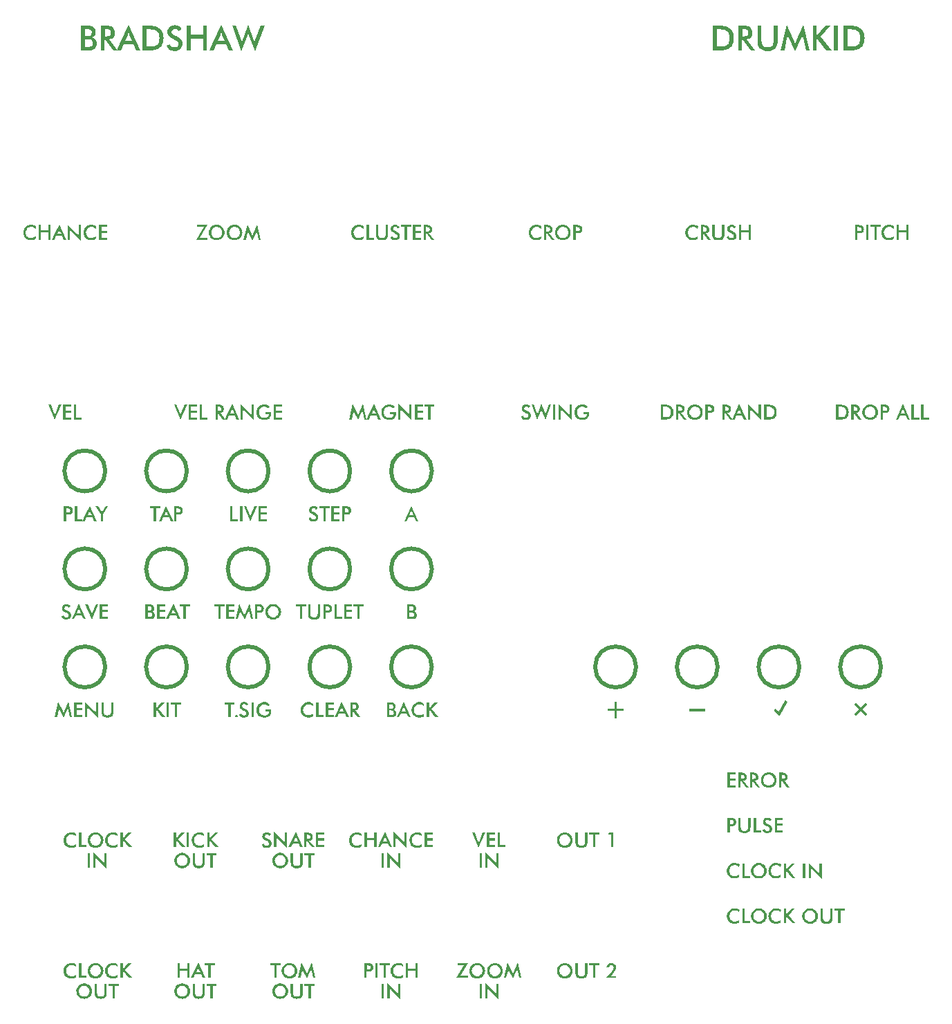
<source format=gbr>
%TF.GenerationSoftware,KiCad,Pcbnew,9.0.4*%
%TF.CreationDate,2025-09-08T11:39:44+01:00*%
%TF.ProjectId,dk2_06_panel,646b325f-3036-45f7-9061-6e656c2e6b69,rev?*%
%TF.SameCoordinates,Original*%
%TF.FileFunction,Legend,Top*%
%TF.FilePolarity,Positive*%
%FSLAX46Y46*%
G04 Gerber Fmt 4.6, Leading zero omitted, Abs format (unit mm)*
G04 Created by KiCad (PCBNEW 9.0.4) date 2025-09-08 11:39:44*
%MOMM*%
%LPD*%
G01*
G04 APERTURE LIST*
%ADD10C,0.000000*%
%ADD11C,0.187500*%
%ADD12C,0.150000*%
%ADD13C,0.500000*%
%ADD14C,3.200000*%
%ADD15C,6.400000*%
%ADD16C,7.200000*%
G04 APERTURE END LIST*
G36*
X156500000Y-114650000D02*
G01*
X158500000Y-114650000D01*
X158500000Y-114970000D01*
X156500000Y-114970000D01*
X156500000Y-114650000D01*
G37*
D10*
G36*
X167731125Y-115166232D02*
G01*
X167571126Y-115443359D01*
X166899074Y-114883357D01*
X167059076Y-114606230D01*
X167731125Y-115166232D01*
G37*
G36*
X178351360Y-114081214D02*
G01*
X176937147Y-115495428D01*
X176710873Y-115269154D01*
X178125088Y-113854940D01*
X178351360Y-114081214D01*
G37*
G36*
X146510000Y-114590000D02*
G01*
X148510000Y-114590000D01*
X148510000Y-114910000D01*
X146510000Y-114910000D01*
X146510000Y-114590000D01*
G37*
G36*
X168560000Y-113730000D02*
G01*
X167572967Y-115439447D01*
X167340000Y-115250000D01*
X168295841Y-113547397D01*
X168560000Y-113730000D01*
G37*
G36*
X147340000Y-113770000D02*
G01*
X147660000Y-113770000D01*
X147660000Y-115770000D01*
X147340000Y-115770000D01*
X147340000Y-113770000D01*
G37*
G36*
X178330149Y-115276226D02*
G01*
X178103873Y-115502500D01*
X176689660Y-114088286D01*
X176915935Y-113862012D01*
X178330149Y-115276226D01*
G37*
D11*
G36*
X160527726Y-31003154D02*
G01*
X160816396Y-31026759D01*
X160996633Y-31058407D01*
X161166186Y-31112000D01*
X161318357Y-31184080D01*
X161455138Y-31274562D01*
X161614177Y-31419170D01*
X161745242Y-31588401D01*
X161849712Y-31785090D01*
X161922867Y-31996784D01*
X161968356Y-32232610D01*
X161984168Y-32496386D01*
X161968312Y-32760167D01*
X161922785Y-32994958D01*
X161849712Y-33204752D01*
X161745475Y-33399536D01*
X161614386Y-33568485D01*
X161454955Y-33714181D01*
X161318534Y-33805171D01*
X161169704Y-33877208D01*
X161006891Y-33930519D01*
X160835655Y-33962772D01*
X160582677Y-33985982D01*
X160224520Y-33995000D01*
X160093362Y-33995000D01*
X159435005Y-33995000D01*
X159435005Y-33549501D01*
X159923002Y-33549501D01*
X160333147Y-33549501D01*
X160650360Y-33536250D01*
X160840745Y-33504438D01*
X161000125Y-33443437D01*
X161135118Y-33352946D01*
X161238739Y-33248561D01*
X161323544Y-33128640D01*
X161390291Y-32991345D01*
X161436309Y-32844854D01*
X161465295Y-32678258D01*
X161475471Y-32488510D01*
X161465295Y-32298761D01*
X161436309Y-32132165D01*
X161390291Y-31985675D01*
X161323544Y-31848379D01*
X161238739Y-31728458D01*
X161135118Y-31624073D01*
X160997259Y-31533915D01*
X160830487Y-31472581D01*
X160628192Y-31440947D01*
X160275811Y-31427519D01*
X160099407Y-31427519D01*
X159923002Y-31427519D01*
X159923002Y-33549501D01*
X159435005Y-33549501D01*
X159435005Y-30993743D01*
X160093362Y-30993743D01*
X160527726Y-31003154D01*
G37*
G36*
X163505231Y-31005031D02*
G01*
X163687029Y-31032944D01*
X163842431Y-31085938D01*
X163968946Y-31162454D01*
X164091752Y-31286467D01*
X164184368Y-31444555D01*
X164240838Y-31623557D01*
X164260206Y-31823192D01*
X164247823Y-32005023D01*
X164213163Y-32156933D01*
X164158833Y-32283953D01*
X164085816Y-32390141D01*
X163992435Y-32479170D01*
X163878167Y-32550113D01*
X163739390Y-32602990D01*
X163571258Y-32636154D01*
X164604771Y-33995000D01*
X164053210Y-33995000D01*
X163054501Y-32658503D01*
X162998997Y-32658503D01*
X162998997Y-33995000D01*
X162541774Y-33995000D01*
X162541774Y-32283346D01*
X163029771Y-32283346D01*
X163118065Y-32283346D01*
X163379724Y-32269657D01*
X163540841Y-32236360D01*
X163632807Y-32192487D01*
X163699858Y-32121963D01*
X163743458Y-32018644D01*
X163759935Y-31870270D01*
X163742329Y-31709720D01*
X163695546Y-31596513D01*
X163623465Y-31518011D01*
X163525394Y-31467521D01*
X163365366Y-31430610D01*
X163118065Y-31415795D01*
X163029771Y-31415795D01*
X163029771Y-32283346D01*
X162541774Y-32283346D01*
X162541774Y-30993743D01*
X163222662Y-30993743D01*
X163505231Y-31005031D01*
G37*
G36*
X164880094Y-30993743D02*
G01*
X165362046Y-30993743D01*
X165362046Y-32817322D01*
X165375833Y-33022670D01*
X165413801Y-33188215D01*
X165472268Y-33321212D01*
X165549625Y-33427501D01*
X165649564Y-33513120D01*
X165772767Y-33576456D01*
X165924217Y-33616973D01*
X166110528Y-33631566D01*
X166295733Y-33617000D01*
X166446504Y-33576527D01*
X166569369Y-33513199D01*
X166669234Y-33427501D01*
X166746674Y-33321200D01*
X166805196Y-33188197D01*
X166843198Y-33022656D01*
X166856996Y-32817322D01*
X166856996Y-30993743D01*
X167344993Y-30993743D01*
X167344993Y-32862384D01*
X167330493Y-33112574D01*
X167289891Y-33323335D01*
X167226526Y-33500680D01*
X167142273Y-33649718D01*
X167037430Y-33774448D01*
X166911232Y-33877225D01*
X166760105Y-33960102D01*
X166579908Y-34022601D01*
X166365417Y-34062723D01*
X166110528Y-34077065D01*
X165855473Y-34062743D01*
X165641172Y-34022710D01*
X165461444Y-33960400D01*
X165311000Y-33877845D01*
X165185642Y-33775547D01*
X165081664Y-33651317D01*
X164997988Y-33502501D01*
X164934972Y-33325022D01*
X164894544Y-33113684D01*
X164880094Y-32862384D01*
X164880094Y-30993743D01*
G37*
G36*
X170465317Y-32511957D02*
G01*
X170438756Y-32319066D01*
X170409996Y-32101629D01*
X170357606Y-32306793D01*
X170272610Y-32515987D01*
X169487125Y-34112236D01*
X168701640Y-32483197D01*
X168616460Y-32288292D01*
X168553995Y-32101629D01*
X168538608Y-32299649D01*
X168498674Y-32515987D01*
X168176640Y-33995000D01*
X167727477Y-33995000D01*
X168437125Y-30864783D01*
X169322994Y-32760169D01*
X169385459Y-32909829D01*
X169487125Y-33168299D01*
X169622496Y-32840219D01*
X169659316Y-32758154D01*
X170524852Y-30864783D01*
X171250802Y-33995000D01*
X170797610Y-33995000D01*
X170465317Y-32511957D01*
G37*
G36*
X171639332Y-33995000D02*
G01*
X171639332Y-30993743D01*
X172127329Y-30993743D01*
X172127329Y-32236085D01*
X173206088Y-30993743D01*
X173802896Y-30993743D01*
X172613494Y-32328408D01*
X173944312Y-33995000D01*
X173314715Y-33995000D01*
X172127329Y-32461582D01*
X172127329Y-33995000D01*
X171639332Y-33995000D01*
G37*
G36*
X174250227Y-33995000D02*
G01*
X174250227Y-30993743D01*
X174738224Y-30993743D01*
X174738224Y-33995000D01*
X174250227Y-33995000D01*
G37*
G36*
X176530518Y-31003154D02*
G01*
X176819187Y-31026759D01*
X176999424Y-31058407D01*
X177168977Y-31112000D01*
X177321148Y-31184080D01*
X177457929Y-31274562D01*
X177616969Y-31419170D01*
X177748033Y-31588401D01*
X177852503Y-31785090D01*
X177925658Y-31996784D01*
X177971147Y-32232610D01*
X177986959Y-32496386D01*
X177971104Y-32760167D01*
X177925576Y-32994958D01*
X177852503Y-33204752D01*
X177748266Y-33399536D01*
X177617178Y-33568485D01*
X177457746Y-33714181D01*
X177321325Y-33805171D01*
X177172495Y-33877208D01*
X177009682Y-33930519D01*
X176838446Y-33962772D01*
X176585469Y-33985982D01*
X176227311Y-33995000D01*
X176096153Y-33995000D01*
X175437796Y-33995000D01*
X175437796Y-33549501D01*
X175925794Y-33549501D01*
X176335938Y-33549501D01*
X176653151Y-33536250D01*
X176843536Y-33504438D01*
X177002916Y-33443437D01*
X177137910Y-33352946D01*
X177241531Y-33248561D01*
X177326335Y-33128640D01*
X177393083Y-32991345D01*
X177439100Y-32844854D01*
X177468086Y-32678258D01*
X177478262Y-32488510D01*
X177468086Y-32298761D01*
X177439100Y-32132165D01*
X177393083Y-31985675D01*
X177326335Y-31848379D01*
X177241531Y-31728458D01*
X177137910Y-31624073D01*
X177000050Y-31533915D01*
X176833278Y-31472581D01*
X176630984Y-31440947D01*
X176278602Y-31427519D01*
X176102198Y-31427519D01*
X175925794Y-31427519D01*
X175925794Y-33549501D01*
X175437796Y-33549501D01*
X175437796Y-30993743D01*
X176096153Y-30993743D01*
X176530518Y-31003154D01*
G37*
G36*
X83104196Y-31004187D02*
G01*
X83280129Y-31028914D01*
X83426168Y-31076428D01*
X83543728Y-31144319D01*
X83666716Y-31262485D01*
X83760066Y-31414696D01*
X83817322Y-31588376D01*
X83837002Y-31783808D01*
X83823722Y-31941431D01*
X83786173Y-32074358D01*
X83726177Y-32187175D01*
X83642738Y-32282877D01*
X83536752Y-32357957D01*
X83404143Y-32413039D01*
X83569316Y-32458666D01*
X83705287Y-32537411D01*
X83817402Y-32650626D01*
X83899246Y-32788772D01*
X83950170Y-32952121D01*
X83968161Y-33146866D01*
X83952128Y-33324541D01*
X83904596Y-33491432D01*
X83826955Y-33643434D01*
X83724162Y-33768770D01*
X83587693Y-33873916D01*
X83418431Y-33944075D01*
X83205027Y-33979493D01*
X82805321Y-33995000D01*
X82044565Y-33995000D01*
X82044565Y-33584672D01*
X82522304Y-33584672D01*
X82690465Y-33584672D01*
X82930670Y-33578687D01*
X83074049Y-33564338D01*
X83192577Y-33534653D01*
X83275000Y-33493080D01*
X83354743Y-33424363D01*
X83414401Y-33334628D01*
X83451126Y-33230922D01*
X83463677Y-33114993D01*
X83448192Y-32979342D01*
X83404143Y-32866964D01*
X83332279Y-32773154D01*
X83233967Y-32702100D01*
X83160848Y-32672685D01*
X83074965Y-32651359D01*
X82838110Y-32635055D01*
X82690465Y-32635055D01*
X82522304Y-32635055D01*
X82522304Y-33584672D01*
X82044565Y-33584672D01*
X82044565Y-32271622D01*
X82522304Y-32271622D01*
X82708967Y-32271622D01*
X82942206Y-32258059D01*
X83099871Y-32223645D01*
X83202093Y-32175635D01*
X83279952Y-32100588D01*
X83328809Y-31996238D01*
X83346807Y-31852318D01*
X83329526Y-31693012D01*
X83283738Y-31581256D01*
X83213450Y-31504272D01*
X83117394Y-31455010D01*
X82958082Y-31418718D01*
X82708967Y-31404071D01*
X82522304Y-31404071D01*
X82522304Y-32271622D01*
X82044565Y-32271622D01*
X82044565Y-30993743D01*
X82801290Y-30993743D01*
X83104196Y-31004187D01*
G37*
G36*
X85426026Y-31005031D02*
G01*
X85607824Y-31032944D01*
X85763226Y-31085938D01*
X85889741Y-31162454D01*
X86012547Y-31286467D01*
X86105163Y-31444555D01*
X86161633Y-31623557D01*
X86181001Y-31823192D01*
X86168618Y-32005023D01*
X86133958Y-32156933D01*
X86079628Y-32283953D01*
X86006612Y-32390141D01*
X85913231Y-32479170D01*
X85798962Y-32550113D01*
X85660185Y-32602990D01*
X85492053Y-32636154D01*
X86525566Y-33995000D01*
X85974005Y-33995000D01*
X84975296Y-32658503D01*
X84919792Y-32658503D01*
X84919792Y-33995000D01*
X84462569Y-33995000D01*
X84462569Y-32283346D01*
X84950566Y-32283346D01*
X85038860Y-32283346D01*
X85300520Y-32269657D01*
X85461636Y-32236360D01*
X85553602Y-32192487D01*
X85620654Y-32121963D01*
X85664254Y-32018644D01*
X85680730Y-31870270D01*
X85663124Y-31709720D01*
X85616341Y-31596513D01*
X85544260Y-31518011D01*
X85446190Y-31467521D01*
X85286161Y-31430610D01*
X85038860Y-31415795D01*
X84950566Y-31415795D01*
X84950566Y-32283346D01*
X84462569Y-32283346D01*
X84462569Y-30993743D01*
X85143457Y-30993743D01*
X85426026Y-31005031D01*
G37*
G36*
X89311034Y-33995000D02*
G01*
X88796292Y-33995000D01*
X88455757Y-33221238D01*
X87266355Y-33221238D01*
X86917759Y-33995000D01*
X86405033Y-33995000D01*
X86957084Y-32810910D01*
X87446789Y-32810910D01*
X88283565Y-32810910D01*
X87976003Y-32128740D01*
X87920498Y-31978531D01*
X87863162Y-31789487D01*
X87810772Y-31972486D01*
X87754352Y-32128740D01*
X87446789Y-32810910D01*
X86957084Y-32810910D01*
X87858949Y-30876507D01*
X89311034Y-33995000D01*
G37*
G36*
X90684390Y-31003154D02*
G01*
X90973059Y-31026759D01*
X91153297Y-31058407D01*
X91322850Y-31112000D01*
X91475021Y-31184080D01*
X91611802Y-31274562D01*
X91770841Y-31419170D01*
X91901906Y-31588401D01*
X92006376Y-31785090D01*
X92079531Y-31996784D01*
X92125020Y-32232610D01*
X92140832Y-32496386D01*
X92124976Y-32760167D01*
X92079449Y-32994958D01*
X92006376Y-33204752D01*
X91902139Y-33399536D01*
X91771050Y-33568485D01*
X91611618Y-33714181D01*
X91475198Y-33805171D01*
X91326368Y-33877208D01*
X91163555Y-33930519D01*
X90992319Y-33962772D01*
X90739341Y-33985982D01*
X90381184Y-33995000D01*
X90250026Y-33995000D01*
X89591669Y-33995000D01*
X89591669Y-33549501D01*
X90079666Y-33549501D01*
X90489811Y-33549501D01*
X90807024Y-33536250D01*
X90997409Y-33504438D01*
X91156789Y-33443437D01*
X91291782Y-33352946D01*
X91395403Y-33248561D01*
X91480208Y-33128640D01*
X91546955Y-32991345D01*
X91592973Y-32844854D01*
X91621959Y-32678258D01*
X91632135Y-32488510D01*
X91621959Y-32298761D01*
X91592973Y-32132165D01*
X91546955Y-31985675D01*
X91480208Y-31848379D01*
X91395403Y-31728458D01*
X91291782Y-31624073D01*
X91153923Y-31533915D01*
X90987151Y-31472581D01*
X90784856Y-31440947D01*
X90432475Y-31427519D01*
X90256071Y-31427519D01*
X90079666Y-31427519D01*
X90079666Y-33549501D01*
X89591669Y-33549501D01*
X89591669Y-30993743D01*
X90250026Y-30993743D01*
X90684390Y-31003154D01*
G37*
G36*
X92526064Y-33400940D02*
G01*
X92915875Y-33221238D01*
X92964586Y-33347103D01*
X93032122Y-33447471D01*
X93118841Y-33526420D01*
X93222119Y-33583103D01*
X93346257Y-33618833D01*
X93496196Y-33631566D01*
X93636422Y-33616967D01*
X93749618Y-33576079D01*
X93841678Y-33510483D01*
X93911858Y-33422326D01*
X93954763Y-33315862D01*
X93969905Y-33185701D01*
X93948007Y-33070165D01*
X93878371Y-32955638D01*
X93746984Y-32837199D01*
X93531001Y-32713274D01*
X93436662Y-32668028D01*
X93108427Y-32490930D01*
X92898456Y-32346407D01*
X92775191Y-32228941D01*
X92684424Y-32090086D01*
X92629284Y-31931699D01*
X92610144Y-31748454D01*
X92626588Y-31568419D01*
X92673839Y-31411749D01*
X92750831Y-31273933D01*
X92859272Y-31151830D01*
X92989927Y-31054085D01*
X93139761Y-30983159D01*
X93312383Y-30938930D01*
X93512500Y-30923401D01*
X93730957Y-30939007D01*
X93914204Y-30982813D01*
X94068274Y-31051812D01*
X94202845Y-31150552D01*
X94305101Y-31272383D01*
X94378035Y-31420558D01*
X93996467Y-31615097D01*
X93898218Y-31490241D01*
X93798447Y-31410300D01*
X93684554Y-31362089D01*
X93551517Y-31345453D01*
X93424003Y-31357954D01*
X93321490Y-31392801D01*
X93238642Y-31448218D01*
X93174959Y-31523351D01*
X93136407Y-31613533D01*
X93122871Y-31723358D01*
X93138083Y-31815956D01*
X93186196Y-31909953D01*
X93275253Y-32008892D01*
X93418144Y-32114809D01*
X93631568Y-32228391D01*
X93693117Y-32257151D01*
X93985559Y-32408514D01*
X94181461Y-32541510D01*
X94304213Y-32658319D01*
X94395177Y-32796972D01*
X94450878Y-32958075D01*
X94470359Y-33147599D01*
X94452210Y-33357588D01*
X94400547Y-33537099D01*
X94317359Y-33691792D01*
X94201631Y-33825739D01*
X94060775Y-33932553D01*
X93896108Y-34010626D01*
X93703055Y-34059707D01*
X93475680Y-34077065D01*
X93225407Y-34055825D01*
X93018697Y-33996290D01*
X92847182Y-33901943D01*
X92736409Y-33806225D01*
X92646519Y-33692490D01*
X92576316Y-33558510D01*
X92526064Y-33400940D01*
G37*
G36*
X95002137Y-33995000D02*
G01*
X95002137Y-30993743D01*
X95490134Y-30993743D01*
X95490134Y-32107491D01*
X96966765Y-32107491D01*
X96966765Y-30993743D01*
X97454762Y-30993743D01*
X97454762Y-33995000D01*
X96966765Y-33995000D01*
X96966765Y-32541266D01*
X95490134Y-32541266D01*
X95490134Y-33995000D01*
X95002137Y-33995000D01*
G37*
G36*
X100639017Y-33995000D02*
G01*
X100124275Y-33995000D01*
X99783740Y-33221238D01*
X98594338Y-33221238D01*
X98245743Y-33995000D01*
X97733016Y-33995000D01*
X98285067Y-32810910D01*
X98774773Y-32810910D01*
X99611549Y-32810910D01*
X99303986Y-32128740D01*
X99248482Y-31978531D01*
X99191146Y-31789487D01*
X99138756Y-31972486D01*
X99082336Y-32128740D01*
X98774773Y-32810910D01*
X98285067Y-32810910D01*
X99186933Y-30876507D01*
X100639017Y-33995000D01*
G37*
G36*
X100527643Y-30993743D02*
G01*
X101009595Y-30993743D01*
X101577643Y-32508660D01*
X101670882Y-32771160D01*
X101737561Y-32982369D01*
X101887404Y-32516903D01*
X101901692Y-32477885D01*
X102504544Y-30876507D01*
X103140369Y-32508660D01*
X103225366Y-32746613D01*
X103300287Y-32986399D01*
X103355608Y-32783433D01*
X103445917Y-32520933D01*
X104009752Y-30993743D01*
X104495917Y-30993743D01*
X103333077Y-34112236D01*
X102648159Y-32400033D01*
X102566093Y-32179665D01*
X102500514Y-31979813D01*
X102430722Y-32206409D01*
X102358914Y-32408276D01*
X101686270Y-34112236D01*
X100527643Y-30993743D01*
G37*
D12*
G36*
X141409737Y-129758954D02*
G01*
X141532230Y-129782391D01*
X141650029Y-129821273D01*
X141761784Y-129875043D01*
X141865509Y-129942948D01*
X141961952Y-130025704D01*
X142047143Y-130121622D01*
X142116792Y-130224302D01*
X142171769Y-130334439D01*
X142211681Y-130450783D01*
X142235674Y-130571327D01*
X142243759Y-130697140D01*
X142235649Y-130823820D01*
X142211632Y-130944608D01*
X142171769Y-131060610D01*
X142116734Y-131170141D01*
X142047080Y-131271709D01*
X141961952Y-131366048D01*
X141864779Y-131448987D01*
X141760422Y-131517341D01*
X141648161Y-131571798D01*
X141529978Y-131611441D01*
X141408098Y-131635235D01*
X141281504Y-131643239D01*
X141153305Y-131635169D01*
X141029963Y-131611187D01*
X140910450Y-131571248D01*
X140797126Y-131516274D01*
X140693476Y-131448049D01*
X140598637Y-131366048D01*
X140513481Y-131271731D01*
X140444028Y-131170558D01*
X140389370Y-131061819D01*
X140349975Y-130946605D01*
X140326127Y-130825437D01*
X140318039Y-130697140D01*
X140318185Y-130694832D01*
X140623257Y-130694832D01*
X140635684Y-130828576D01*
X140672496Y-130953668D01*
X140732623Y-131068940D01*
X140815159Y-131171728D01*
X140915592Y-131256801D01*
X141028053Y-131318457D01*
X141150585Y-131356186D01*
X141281614Y-131368905D01*
X141410356Y-131356230D01*
X141531987Y-131318457D01*
X141644112Y-131256899D01*
X141745431Y-131171728D01*
X141828138Y-131068849D01*
X141888752Y-130953009D01*
X141926107Y-130827496D01*
X141938651Y-130694832D01*
X141926091Y-130561041D01*
X141888752Y-130434896D01*
X141828098Y-130318500D01*
X141745431Y-130215517D01*
X141647074Y-130131534D01*
X141534405Y-130069558D01*
X141411541Y-130031203D01*
X141281614Y-130018340D01*
X141151545Y-130031044D01*
X141028602Y-130068898D01*
X140915684Y-130130504D01*
X140815159Y-130215517D01*
X140732752Y-130317503D01*
X140672496Y-130433577D01*
X140635685Y-130559868D01*
X140623257Y-130694832D01*
X140318185Y-130694832D01*
X140326095Y-130569633D01*
X140349913Y-130448446D01*
X140389370Y-130332461D01*
X140444050Y-130222823D01*
X140513510Y-130120809D01*
X140598637Y-130025704D01*
X140695035Y-129942991D01*
X140798937Y-129875080D01*
X140911109Y-129821273D01*
X141029348Y-129782406D01*
X141152462Y-129758961D01*
X141281504Y-129751041D01*
X141409737Y-129758954D01*
G37*
G36*
X142571839Y-129793246D02*
G01*
X142861010Y-129793246D01*
X142861010Y-130887393D01*
X142869282Y-131010602D01*
X142892063Y-131109929D01*
X142927143Y-131189727D01*
X142973557Y-131253501D01*
X143033521Y-131304872D01*
X143107442Y-131342873D01*
X143198312Y-131367184D01*
X143310099Y-131375939D01*
X143421222Y-131367200D01*
X143511685Y-131342916D01*
X143585404Y-131304919D01*
X143645323Y-131253501D01*
X143691787Y-131189720D01*
X143726900Y-131109918D01*
X143749701Y-131010593D01*
X143757980Y-130887393D01*
X143757980Y-129793246D01*
X144050778Y-129793246D01*
X144050778Y-130914430D01*
X144042078Y-131064544D01*
X144017717Y-131191001D01*
X143979698Y-131297408D01*
X143929146Y-131386831D01*
X143866240Y-131461669D01*
X143790521Y-131523335D01*
X143699845Y-131573061D01*
X143591727Y-131610561D01*
X143463032Y-131634633D01*
X143310099Y-131643239D01*
X143157066Y-131634646D01*
X143028485Y-131610626D01*
X142920649Y-131573240D01*
X142830382Y-131523707D01*
X142755167Y-131462328D01*
X142692780Y-131387790D01*
X142642575Y-131298500D01*
X142604765Y-131192013D01*
X142580509Y-131065210D01*
X142571839Y-130914430D01*
X142571839Y-129793246D01*
G37*
G36*
X145035785Y-130039443D02*
G01*
X145035785Y-131594000D01*
X144742987Y-131594000D01*
X144742987Y-130039443D01*
X144264332Y-130039443D01*
X144264332Y-129793246D01*
X145512022Y-129793246D01*
X145512022Y-130039443D01*
X145035785Y-130039443D01*
G37*
G36*
X146954471Y-131594000D02*
G01*
X146954471Y-130039443D01*
X146581549Y-130039443D01*
X146694756Y-129807314D01*
X147221441Y-129807314D01*
X147221441Y-131594000D01*
X146954471Y-131594000D01*
G37*
G36*
X120119977Y-113849512D02*
G01*
X120225537Y-113864348D01*
X120313161Y-113892857D01*
X120383696Y-113933591D01*
X120457489Y-114004491D01*
X120513499Y-114095817D01*
X120547853Y-114200026D01*
X120559661Y-114317285D01*
X120551693Y-114411859D01*
X120529164Y-114491615D01*
X120493166Y-114559305D01*
X120443102Y-114616726D01*
X120379511Y-114661774D01*
X120299946Y-114694823D01*
X120399049Y-114722199D01*
X120480632Y-114769446D01*
X120547901Y-114837375D01*
X120597008Y-114920263D01*
X120627562Y-115018272D01*
X120638356Y-115135120D01*
X120628737Y-115241724D01*
X120600218Y-115341859D01*
X120553633Y-115433060D01*
X120491957Y-115508262D01*
X120410076Y-115571349D01*
X120308518Y-115613445D01*
X120180476Y-115634696D01*
X119940652Y-115644000D01*
X119484199Y-115644000D01*
X119484199Y-115397803D01*
X119770842Y-115397803D01*
X119871739Y-115397803D01*
X120015862Y-115394212D01*
X120101889Y-115385603D01*
X120173006Y-115367792D01*
X120222460Y-115342848D01*
X120270306Y-115301618D01*
X120306100Y-115247777D01*
X120328136Y-115185553D01*
X120335666Y-115115995D01*
X120326375Y-115034605D01*
X120299946Y-114967178D01*
X120256827Y-114910892D01*
X120197840Y-114868260D01*
X120153969Y-114850611D01*
X120102439Y-114837815D01*
X119960326Y-114828033D01*
X119871739Y-114828033D01*
X119770842Y-114828033D01*
X119770842Y-115397803D01*
X119484199Y-115397803D01*
X119484199Y-114609973D01*
X119770842Y-114609973D01*
X119882840Y-114609973D01*
X120022784Y-114601835D01*
X120117382Y-114581187D01*
X120178716Y-114552381D01*
X120225431Y-114507353D01*
X120254745Y-114444742D01*
X120265544Y-114358391D01*
X120255175Y-114262807D01*
X120227702Y-114195754D01*
X120185530Y-114149563D01*
X120127896Y-114120006D01*
X120032309Y-114098231D01*
X119882840Y-114089443D01*
X119770842Y-114089443D01*
X119770842Y-114609973D01*
X119484199Y-114609973D01*
X119484199Y-113843246D01*
X119938234Y-113843246D01*
X120119977Y-113849512D01*
G37*
G36*
X122433724Y-115644000D02*
G01*
X122124879Y-115644000D01*
X121920558Y-115179743D01*
X121206917Y-115179743D01*
X120997760Y-115644000D01*
X120690123Y-115644000D01*
X121021354Y-114933546D01*
X121315178Y-114933546D01*
X121817243Y-114933546D01*
X121632705Y-114524244D01*
X121599403Y-114434118D01*
X121565001Y-114320692D01*
X121533567Y-114430491D01*
X121499715Y-114524244D01*
X121315178Y-114933546D01*
X121021354Y-114933546D01*
X121562473Y-113772904D01*
X122433724Y-115644000D01*
G37*
G36*
X124026749Y-114279915D02*
G01*
X123897360Y-114186374D01*
X123764066Y-114121206D01*
X123622649Y-114081653D01*
X123473026Y-114068340D01*
X123328163Y-114080926D01*
X123201951Y-114117049D01*
X123090933Y-114175698D01*
X122992613Y-114257824D01*
X122912662Y-114357838D01*
X122855273Y-114471110D01*
X122819799Y-114600200D01*
X122807416Y-114748569D01*
X122819365Y-114891904D01*
X122853746Y-115017902D01*
X122909601Y-115129674D01*
X122987667Y-115229532D01*
X123083777Y-115312451D01*
X123190036Y-115370964D01*
X123308557Y-115406598D01*
X123442362Y-115418905D01*
X123547892Y-115412552D01*
X123649107Y-115393706D01*
X123746811Y-115362412D01*
X123840159Y-115319206D01*
X123932521Y-115262576D01*
X124024331Y-115191393D01*
X124024331Y-115524418D01*
X123900917Y-115598710D01*
X123767144Y-115651363D01*
X123624340Y-115682478D01*
X123465663Y-115693239D01*
X123329127Y-115685473D01*
X123202203Y-115662764D01*
X123083618Y-115625645D01*
X122971215Y-115573271D01*
X122868767Y-115507005D01*
X122775322Y-115426269D01*
X122694492Y-115335285D01*
X122627158Y-115234150D01*
X122572869Y-115121821D01*
X122533801Y-115003112D01*
X122510189Y-114878986D01*
X122502198Y-114748349D01*
X122510218Y-114617728D01*
X122533882Y-114494054D01*
X122572979Y-114376196D01*
X122627293Y-114264686D01*
X122695380Y-114163067D01*
X122777850Y-114070428D01*
X122871955Y-113988826D01*
X122974180Y-113922044D01*
X123085376Y-113869404D01*
X123202809Y-113831775D01*
X123327523Y-113808852D01*
X123460717Y-113801041D01*
X123616738Y-113812530D01*
X123763407Y-113846433D01*
X123903860Y-113902823D01*
X124042796Y-113983930D01*
X124026749Y-114279915D01*
G37*
G36*
X124367688Y-115644000D02*
G01*
X124367688Y-113843246D01*
X124660486Y-113843246D01*
X124660486Y-114588651D01*
X125307742Y-113843246D01*
X125665827Y-113843246D01*
X124952186Y-114644045D01*
X125750677Y-115644000D01*
X125372918Y-115644000D01*
X124660486Y-114723949D01*
X124660486Y-115644000D01*
X124367688Y-115644000D01*
G37*
G36*
X177463040Y-55399660D02*
G01*
X177568899Y-55414788D01*
X177657053Y-55443693D01*
X177730795Y-55485460D01*
X177805677Y-55557979D01*
X177863676Y-55654390D01*
X177899427Y-55764743D01*
X177911706Y-55888497D01*
X177899471Y-56012515D01*
X177863676Y-56124472D01*
X177826710Y-56192777D01*
X177782480Y-56248851D01*
X177730795Y-56294172D01*
X177657048Y-56335726D01*
X177568899Y-56364184D01*
X177463036Y-56378850D01*
X177279178Y-56385067D01*
X177221366Y-56385067D01*
X177110577Y-56385067D01*
X177110577Y-57194000D01*
X176836244Y-57194000D01*
X176836244Y-56145905D01*
X177129042Y-56145905D01*
X177204110Y-56145905D01*
X177368922Y-56137959D01*
X177470740Y-56118625D01*
X177529002Y-56093258D01*
X177572345Y-56051749D01*
X177599928Y-55991958D01*
X177610225Y-55907182D01*
X177599264Y-55816083D01*
X177569789Y-55751080D01*
X177523397Y-55705278D01*
X177461553Y-55676352D01*
X177360410Y-55655045D01*
X177204110Y-55646477D01*
X177129042Y-55646477D01*
X177129042Y-56145905D01*
X176836244Y-56145905D01*
X176836244Y-55393246D01*
X177279178Y-55393246D01*
X177463040Y-55399660D01*
G37*
G36*
X178181204Y-57194000D02*
G01*
X178181204Y-55393246D01*
X178474002Y-55393246D01*
X178474002Y-57194000D01*
X178181204Y-57194000D01*
G37*
G36*
X179475715Y-55639443D02*
G01*
X179475715Y-57194000D01*
X179182917Y-57194000D01*
X179182917Y-55639443D01*
X178704262Y-55639443D01*
X178704262Y-55393246D01*
X179951952Y-55393246D01*
X179951952Y-55639443D01*
X179475715Y-55639443D01*
G37*
G36*
X181575752Y-55829915D02*
G01*
X181446363Y-55736374D01*
X181313069Y-55671206D01*
X181171651Y-55631653D01*
X181022029Y-55618340D01*
X180877166Y-55630926D01*
X180750954Y-55667049D01*
X180639935Y-55725698D01*
X180541615Y-55807824D01*
X180461664Y-55907838D01*
X180404276Y-56021110D01*
X180368801Y-56150200D01*
X180356418Y-56298569D01*
X180368368Y-56441904D01*
X180402748Y-56567902D01*
X180458604Y-56679674D01*
X180536670Y-56779532D01*
X180632780Y-56862451D01*
X180739038Y-56920964D01*
X180857559Y-56956598D01*
X180991364Y-56968905D01*
X181096895Y-56962552D01*
X181198110Y-56943706D01*
X181295813Y-56912412D01*
X181389161Y-56869206D01*
X181481524Y-56812576D01*
X181573334Y-56741393D01*
X181573334Y-57074418D01*
X181449920Y-57148710D01*
X181316146Y-57201363D01*
X181173343Y-57232478D01*
X181014665Y-57243239D01*
X180878130Y-57235473D01*
X180751205Y-57212764D01*
X180632620Y-57175645D01*
X180520217Y-57123271D01*
X180417769Y-57057005D01*
X180324325Y-56976269D01*
X180243495Y-56885285D01*
X180176160Y-56784150D01*
X180121872Y-56671821D01*
X180082803Y-56553112D01*
X180059191Y-56428986D01*
X180051200Y-56298349D01*
X180059220Y-56167728D01*
X180082884Y-56044054D01*
X180121982Y-55926196D01*
X180176295Y-55814686D01*
X180244382Y-55713067D01*
X180326853Y-55620428D01*
X180420958Y-55538826D01*
X180523183Y-55472044D01*
X180634379Y-55419404D01*
X180751812Y-55381775D01*
X180876526Y-55358852D01*
X181009719Y-55351041D01*
X181165741Y-55362530D01*
X181312409Y-55396433D01*
X181452862Y-55452823D01*
X181591799Y-55533930D01*
X181575752Y-55829915D01*
G37*
G36*
X181893829Y-57194000D02*
G01*
X181893829Y-55393246D01*
X182186628Y-55393246D01*
X182186628Y-56061494D01*
X183072606Y-56061494D01*
X183072606Y-55393246D01*
X183365405Y-55393246D01*
X183365405Y-57194000D01*
X183072606Y-57194000D01*
X183072606Y-56321759D01*
X182186628Y-56321759D01*
X182186628Y-57194000D01*
X181893829Y-57194000D01*
G37*
G36*
X96127659Y-57194000D02*
G01*
X97045512Y-55639443D01*
X96281422Y-55639443D01*
X96281422Y-55393246D01*
X97495920Y-55393246D01*
X96586530Y-56933734D01*
X97506911Y-56933734D01*
X97506911Y-57194000D01*
X96127659Y-57194000D01*
G37*
G36*
X98775892Y-55358954D02*
G01*
X98898386Y-55382391D01*
X99016185Y-55421273D01*
X99127939Y-55475043D01*
X99231665Y-55542948D01*
X99328108Y-55625704D01*
X99413298Y-55721622D01*
X99482947Y-55824302D01*
X99537924Y-55934439D01*
X99577837Y-56050783D01*
X99601830Y-56171327D01*
X99609915Y-56297140D01*
X99601804Y-56423820D01*
X99577787Y-56544608D01*
X99537924Y-56660610D01*
X99482890Y-56770141D01*
X99413236Y-56871709D01*
X99328108Y-56966048D01*
X99230935Y-57048987D01*
X99126577Y-57117341D01*
X99014317Y-57171798D01*
X98896133Y-57211441D01*
X98774253Y-57235235D01*
X98647659Y-57243239D01*
X98519461Y-57235169D01*
X98396119Y-57211187D01*
X98276605Y-57171248D01*
X98163281Y-57116274D01*
X98059631Y-57048049D01*
X97964793Y-56966048D01*
X97879637Y-56871731D01*
X97810184Y-56770558D01*
X97755526Y-56661819D01*
X97716131Y-56546605D01*
X97692283Y-56425437D01*
X97684194Y-56297140D01*
X97684340Y-56294832D01*
X97989412Y-56294832D01*
X98001840Y-56428576D01*
X98038652Y-56553668D01*
X98098779Y-56668940D01*
X98181314Y-56771728D01*
X98281748Y-56856801D01*
X98394208Y-56918457D01*
X98516741Y-56956186D01*
X98647769Y-56968905D01*
X98776512Y-56956230D01*
X98898142Y-56918457D01*
X99010267Y-56856899D01*
X99111586Y-56771728D01*
X99194293Y-56668849D01*
X99254908Y-56553009D01*
X99292262Y-56427496D01*
X99304807Y-56294832D01*
X99292247Y-56161041D01*
X99254908Y-56034896D01*
X99194254Y-55918500D01*
X99111586Y-55815517D01*
X99013230Y-55731534D01*
X98900560Y-55669558D01*
X98777697Y-55631203D01*
X98647769Y-55618340D01*
X98517700Y-55631044D01*
X98394758Y-55668898D01*
X98281840Y-55730504D01*
X98181314Y-55815517D01*
X98098908Y-55917503D01*
X98038652Y-56033577D01*
X98001841Y-56159868D01*
X97989412Y-56294832D01*
X97684340Y-56294832D01*
X97692250Y-56169633D01*
X97716068Y-56048446D01*
X97755526Y-55932461D01*
X97810205Y-55822823D01*
X97879665Y-55720809D01*
X97964793Y-55625704D01*
X98061190Y-55542991D01*
X98165092Y-55475080D01*
X98277265Y-55421273D01*
X98395503Y-55382406D01*
X98518617Y-55358961D01*
X98647659Y-55351041D01*
X98775892Y-55358954D01*
G37*
G36*
X100958251Y-55358954D02*
G01*
X101080745Y-55382391D01*
X101198544Y-55421273D01*
X101310298Y-55475043D01*
X101414023Y-55542948D01*
X101510466Y-55625704D01*
X101595657Y-55721622D01*
X101665306Y-55824302D01*
X101720283Y-55934439D01*
X101760195Y-56050783D01*
X101784188Y-56171327D01*
X101792274Y-56297140D01*
X101784163Y-56423820D01*
X101760146Y-56544608D01*
X101720283Y-56660610D01*
X101665248Y-56770141D01*
X101595594Y-56871709D01*
X101510466Y-56966048D01*
X101413294Y-57048987D01*
X101308936Y-57117341D01*
X101196675Y-57171798D01*
X101078492Y-57211441D01*
X100956612Y-57235235D01*
X100830018Y-57243239D01*
X100701820Y-57235169D01*
X100578478Y-57211187D01*
X100458964Y-57171248D01*
X100345640Y-57116274D01*
X100241990Y-57048049D01*
X100147151Y-56966048D01*
X100061995Y-56871731D01*
X99992542Y-56770558D01*
X99937884Y-56661819D01*
X99898490Y-56546605D01*
X99874641Y-56425437D01*
X99866553Y-56297140D01*
X99866699Y-56294832D01*
X100171771Y-56294832D01*
X100184199Y-56428576D01*
X100221011Y-56553668D01*
X100281137Y-56668940D01*
X100363673Y-56771728D01*
X100464106Y-56856801D01*
X100576567Y-56918457D01*
X100699100Y-56956186D01*
X100830128Y-56968905D01*
X100958871Y-56956230D01*
X101080501Y-56918457D01*
X101192626Y-56856899D01*
X101293945Y-56771728D01*
X101376652Y-56668849D01*
X101437267Y-56553009D01*
X101474621Y-56427496D01*
X101487165Y-56294832D01*
X101474605Y-56161041D01*
X101437267Y-56034896D01*
X101376612Y-55918500D01*
X101293945Y-55815517D01*
X101195588Y-55731534D01*
X101082919Y-55669558D01*
X100960056Y-55631203D01*
X100830128Y-55618340D01*
X100700059Y-55631044D01*
X100577117Y-55668898D01*
X100464198Y-55730504D01*
X100363673Y-55815517D01*
X100281266Y-55917503D01*
X100221011Y-56033577D01*
X100184200Y-56159868D01*
X100171771Y-56294832D01*
X99866699Y-56294832D01*
X99874609Y-56169633D01*
X99898427Y-56048446D01*
X99937884Y-55932461D01*
X99992564Y-55822823D01*
X100062024Y-55720809D01*
X100147151Y-55625704D01*
X100243549Y-55542991D01*
X100347451Y-55475080D01*
X100459624Y-55421273D01*
X100577862Y-55382406D01*
X100700976Y-55358961D01*
X100830018Y-55351041D01*
X100958251Y-55358954D01*
G37*
G36*
X103596874Y-56304174D02*
G01*
X103580937Y-56188439D01*
X103563682Y-56057977D01*
X103532247Y-56181076D01*
X103481250Y-56306592D01*
X103009959Y-57264341D01*
X102538668Y-56286918D01*
X102487560Y-56169975D01*
X102450081Y-56057977D01*
X102440848Y-56176789D01*
X102416888Y-56306592D01*
X102223668Y-57194000D01*
X101954170Y-57194000D01*
X102379959Y-55315870D01*
X102911480Y-56453101D01*
X102948959Y-56542897D01*
X103009959Y-56697979D01*
X103091182Y-56501131D01*
X103113273Y-56451892D01*
X103632595Y-55315870D01*
X104068165Y-57194000D01*
X103796250Y-57194000D01*
X103596874Y-56304174D01*
G37*
G36*
X116387392Y-130229915D02*
G01*
X116258002Y-130136374D01*
X116124708Y-130071206D01*
X115983291Y-130031653D01*
X115833669Y-130018340D01*
X115688805Y-130030926D01*
X115562593Y-130067049D01*
X115451575Y-130125698D01*
X115353255Y-130207824D01*
X115273304Y-130307838D01*
X115215915Y-130421110D01*
X115180441Y-130550200D01*
X115168058Y-130698569D01*
X115180007Y-130841904D01*
X115214388Y-130967902D01*
X115270243Y-131079674D01*
X115348309Y-131179532D01*
X115444419Y-131262451D01*
X115550678Y-131320964D01*
X115669199Y-131356598D01*
X115803004Y-131368905D01*
X115908534Y-131362552D01*
X116009749Y-131343706D01*
X116107453Y-131312412D01*
X116200801Y-131269206D01*
X116293163Y-131212576D01*
X116384974Y-131141393D01*
X116384974Y-131474418D01*
X116261559Y-131548710D01*
X116127786Y-131601363D01*
X115984982Y-131632478D01*
X115826305Y-131643239D01*
X115689769Y-131635473D01*
X115562845Y-131612764D01*
X115444260Y-131575645D01*
X115331857Y-131523271D01*
X115229409Y-131457005D01*
X115135964Y-131376269D01*
X115055134Y-131285285D01*
X114987800Y-131184150D01*
X114933512Y-131071821D01*
X114894443Y-130953112D01*
X114870831Y-130828986D01*
X114862840Y-130698349D01*
X114870860Y-130567728D01*
X114894524Y-130444054D01*
X114933621Y-130326196D01*
X114987935Y-130214686D01*
X115056022Y-130113067D01*
X115138492Y-130020428D01*
X115232597Y-129938826D01*
X115334822Y-129872044D01*
X115446019Y-129819404D01*
X115563451Y-129781775D01*
X115688166Y-129758852D01*
X115821359Y-129751041D01*
X115977380Y-129762530D01*
X116124049Y-129796433D01*
X116264502Y-129852823D01*
X116403438Y-129933930D01*
X116387392Y-130229915D01*
G37*
G36*
X116749433Y-131594000D02*
G01*
X116749433Y-129793246D01*
X117042231Y-129793246D01*
X117042231Y-130461494D01*
X117928210Y-130461494D01*
X117928210Y-129793246D01*
X118221008Y-129793246D01*
X118221008Y-131594000D01*
X117928210Y-131594000D01*
X117928210Y-130721759D01*
X117042231Y-130721759D01*
X117042231Y-131594000D01*
X116749433Y-131594000D01*
G37*
G36*
X120131561Y-131594000D02*
G01*
X119822716Y-131594000D01*
X119618395Y-131129743D01*
X118904754Y-131129743D01*
X118695596Y-131594000D01*
X118387960Y-131594000D01*
X118719191Y-130883546D01*
X119013014Y-130883546D01*
X119515080Y-130883546D01*
X119330542Y-130474244D01*
X119297240Y-130384118D01*
X119262838Y-130270692D01*
X119231404Y-130380491D01*
X119197552Y-130474244D01*
X119013014Y-130883546D01*
X118719191Y-130883546D01*
X119260310Y-129722904D01*
X120131561Y-131594000D01*
G37*
G36*
X120299942Y-131594000D02*
G01*
X120299942Y-129722904D01*
X121444208Y-130822766D01*
X121538949Y-130922454D01*
X121639956Y-131041705D01*
X121639956Y-129793246D01*
X121910553Y-129793246D01*
X121910553Y-131664341D01*
X120742877Y-130543596D01*
X120652421Y-130447646D01*
X120569440Y-130341803D01*
X120569440Y-131594000D01*
X120299942Y-131594000D01*
G37*
G36*
X123769778Y-130229915D02*
G01*
X123640389Y-130136374D01*
X123507095Y-130071206D01*
X123365678Y-130031653D01*
X123216055Y-130018340D01*
X123071192Y-130030926D01*
X122944980Y-130067049D01*
X122833962Y-130125698D01*
X122735642Y-130207824D01*
X122655691Y-130307838D01*
X122598302Y-130421110D01*
X122562828Y-130550200D01*
X122550445Y-130698569D01*
X122562394Y-130841904D01*
X122596775Y-130967902D01*
X122652630Y-131079674D01*
X122730696Y-131179532D01*
X122826806Y-131262451D01*
X122933065Y-131320964D01*
X123051586Y-131356598D01*
X123185390Y-131368905D01*
X123290921Y-131362552D01*
X123392136Y-131343706D01*
X123489839Y-131312412D01*
X123583188Y-131269206D01*
X123675550Y-131212576D01*
X123767360Y-131141393D01*
X123767360Y-131474418D01*
X123643946Y-131548710D01*
X123510172Y-131601363D01*
X123367369Y-131632478D01*
X123208691Y-131643239D01*
X123072156Y-131635473D01*
X122945231Y-131612764D01*
X122826647Y-131575645D01*
X122714243Y-131523271D01*
X122611795Y-131457005D01*
X122518351Y-131376269D01*
X122437521Y-131285285D01*
X122370187Y-131184150D01*
X122315898Y-131071821D01*
X122276830Y-130953112D01*
X122253217Y-130828986D01*
X122245227Y-130698349D01*
X122253246Y-130567728D01*
X122276910Y-130444054D01*
X122316008Y-130326196D01*
X122370321Y-130214686D01*
X122438409Y-130113067D01*
X122520879Y-130020428D01*
X122614984Y-129938826D01*
X122717209Y-129872044D01*
X122828405Y-129819404D01*
X122945838Y-129781775D01*
X123070552Y-129758852D01*
X123203745Y-129751041D01*
X123359767Y-129762530D01*
X123506436Y-129796433D01*
X123646888Y-129852823D01*
X123785825Y-129933930D01*
X123769778Y-130229915D01*
G37*
G36*
X124131819Y-131594000D02*
G01*
X124131819Y-129793246D01*
X125137050Y-129793246D01*
X125137050Y-130039443D01*
X124424618Y-130039443D01*
X124424618Y-130489631D01*
X125137050Y-130489631D01*
X125137050Y-130749896D01*
X124424618Y-130749896D01*
X124424618Y-131333734D01*
X125137050Y-131333734D01*
X125137050Y-131594000D01*
X124131819Y-131594000D01*
G37*
G36*
X118840897Y-134094000D02*
G01*
X118840897Y-132293246D01*
X119133695Y-132293246D01*
X119133695Y-134094000D01*
X118840897Y-134094000D01*
G37*
G36*
X119553439Y-134094000D02*
G01*
X119553439Y-132222904D01*
X120697704Y-133322766D01*
X120792446Y-133422454D01*
X120893453Y-133541705D01*
X120893453Y-132293246D01*
X121164049Y-132293246D01*
X121164049Y-134164341D01*
X119996373Y-133043596D01*
X119905918Y-132947646D01*
X119822936Y-132841803D01*
X119822936Y-134094000D01*
X119553439Y-134094000D01*
G37*
G36*
X141409737Y-145758954D02*
G01*
X141532230Y-145782391D01*
X141650029Y-145821273D01*
X141761784Y-145875043D01*
X141865509Y-145942948D01*
X141961952Y-146025704D01*
X142047143Y-146121622D01*
X142116792Y-146224302D01*
X142171769Y-146334439D01*
X142211681Y-146450783D01*
X142235674Y-146571327D01*
X142243759Y-146697140D01*
X142235649Y-146823820D01*
X142211632Y-146944608D01*
X142171769Y-147060610D01*
X142116734Y-147170141D01*
X142047080Y-147271709D01*
X141961952Y-147366048D01*
X141864779Y-147448987D01*
X141760422Y-147517341D01*
X141648161Y-147571798D01*
X141529978Y-147611441D01*
X141408098Y-147635235D01*
X141281504Y-147643239D01*
X141153305Y-147635169D01*
X141029963Y-147611187D01*
X140910450Y-147571248D01*
X140797126Y-147516274D01*
X140693476Y-147448049D01*
X140598637Y-147366048D01*
X140513481Y-147271731D01*
X140444028Y-147170558D01*
X140389370Y-147061819D01*
X140349975Y-146946605D01*
X140326127Y-146825437D01*
X140318039Y-146697140D01*
X140318185Y-146694832D01*
X140623257Y-146694832D01*
X140635684Y-146828576D01*
X140672496Y-146953668D01*
X140732623Y-147068940D01*
X140815159Y-147171728D01*
X140915592Y-147256801D01*
X141028053Y-147318457D01*
X141150585Y-147356186D01*
X141281614Y-147368905D01*
X141410356Y-147356230D01*
X141531987Y-147318457D01*
X141644112Y-147256899D01*
X141745431Y-147171728D01*
X141828138Y-147068849D01*
X141888752Y-146953009D01*
X141926107Y-146827496D01*
X141938651Y-146694832D01*
X141926091Y-146561041D01*
X141888752Y-146434896D01*
X141828098Y-146318500D01*
X141745431Y-146215517D01*
X141647074Y-146131534D01*
X141534405Y-146069558D01*
X141411541Y-146031203D01*
X141281614Y-146018340D01*
X141151545Y-146031044D01*
X141028602Y-146068898D01*
X140915684Y-146130504D01*
X140815159Y-146215517D01*
X140732752Y-146317503D01*
X140672496Y-146433577D01*
X140635685Y-146559868D01*
X140623257Y-146694832D01*
X140318185Y-146694832D01*
X140326095Y-146569633D01*
X140349913Y-146448446D01*
X140389370Y-146332461D01*
X140444050Y-146222823D01*
X140513510Y-146120809D01*
X140598637Y-146025704D01*
X140695035Y-145942991D01*
X140798937Y-145875080D01*
X140911109Y-145821273D01*
X141029348Y-145782406D01*
X141152462Y-145758961D01*
X141281504Y-145751041D01*
X141409737Y-145758954D01*
G37*
G36*
X142571839Y-145793246D02*
G01*
X142861010Y-145793246D01*
X142861010Y-146887393D01*
X142869282Y-147010602D01*
X142892063Y-147109929D01*
X142927143Y-147189727D01*
X142973557Y-147253501D01*
X143033521Y-147304872D01*
X143107442Y-147342873D01*
X143198312Y-147367184D01*
X143310099Y-147375939D01*
X143421222Y-147367200D01*
X143511685Y-147342916D01*
X143585404Y-147304919D01*
X143645323Y-147253501D01*
X143691787Y-147189720D01*
X143726900Y-147109918D01*
X143749701Y-147010593D01*
X143757980Y-146887393D01*
X143757980Y-145793246D01*
X144050778Y-145793246D01*
X144050778Y-146914430D01*
X144042078Y-147064544D01*
X144017717Y-147191001D01*
X143979698Y-147297408D01*
X143929146Y-147386831D01*
X143866240Y-147461669D01*
X143790521Y-147523335D01*
X143699845Y-147573061D01*
X143591727Y-147610561D01*
X143463032Y-147634633D01*
X143310099Y-147643239D01*
X143157066Y-147634646D01*
X143028485Y-147610626D01*
X142920649Y-147573240D01*
X142830382Y-147523707D01*
X142755167Y-147462328D01*
X142692780Y-147387790D01*
X142642575Y-147298500D01*
X142604765Y-147192013D01*
X142580509Y-147065210D01*
X142571839Y-146914430D01*
X142571839Y-145793246D01*
G37*
G36*
X145035785Y-146039443D02*
G01*
X145035785Y-147594000D01*
X144742987Y-147594000D01*
X144742987Y-146039443D01*
X144264332Y-146039443D01*
X144264332Y-145793246D01*
X145512022Y-145793246D01*
X145512022Y-146039443D01*
X145035785Y-146039443D01*
G37*
G36*
X147548751Y-147361871D02*
G01*
X147548751Y-147594000D01*
X146341617Y-147594000D01*
X147014701Y-146789354D01*
X147128378Y-146639385D01*
X147198030Y-146522824D01*
X147242635Y-146408976D01*
X147255952Y-146314216D01*
X147246417Y-146227843D01*
X147219696Y-146158562D01*
X147176598Y-146102531D01*
X147119322Y-146060784D01*
X147048234Y-146034712D01*
X146959417Y-146025374D01*
X146880498Y-146034378D01*
X146813704Y-146060214D01*
X146756305Y-146102860D01*
X146711470Y-146158871D01*
X146681487Y-146225932D01*
X146666509Y-146306742D01*
X146384701Y-146306742D01*
X146395535Y-146187393D01*
X146426509Y-146084715D01*
X146476720Y-145995511D01*
X146547147Y-145917553D01*
X146631958Y-145855904D01*
X146731088Y-145810693D01*
X146847255Y-145782219D01*
X146983927Y-145772143D01*
X147114260Y-145781557D01*
X147224109Y-145808051D01*
X147316952Y-145849901D01*
X147395537Y-145906672D01*
X147460624Y-145978735D01*
X147507256Y-146062155D01*
X147536173Y-146159178D01*
X147546333Y-146273000D01*
X147537078Y-146381277D01*
X147508691Y-146492060D01*
X147459504Y-146606794D01*
X147393377Y-146716574D01*
X147276904Y-146874886D01*
X147092297Y-147095891D01*
X146863356Y-147361871D01*
X147548751Y-147361871D01*
G37*
G36*
X94550156Y-148258954D02*
G01*
X94672649Y-148282391D01*
X94790448Y-148321273D01*
X94902203Y-148375043D01*
X95005928Y-148442948D01*
X95102371Y-148525704D01*
X95187562Y-148621622D01*
X95257211Y-148724302D01*
X95312188Y-148834439D01*
X95352100Y-148950783D01*
X95376093Y-149071327D01*
X95384178Y-149197140D01*
X95376068Y-149323820D01*
X95352051Y-149444608D01*
X95312188Y-149560610D01*
X95257153Y-149670141D01*
X95187499Y-149771709D01*
X95102371Y-149866048D01*
X95005198Y-149948987D01*
X94900841Y-150017341D01*
X94788580Y-150071798D01*
X94670397Y-150111441D01*
X94548517Y-150135235D01*
X94421923Y-150143239D01*
X94293724Y-150135169D01*
X94170382Y-150111187D01*
X94050869Y-150071248D01*
X93937545Y-150016274D01*
X93833895Y-149948049D01*
X93739056Y-149866048D01*
X93653900Y-149771731D01*
X93584447Y-149670558D01*
X93529789Y-149561819D01*
X93490394Y-149446605D01*
X93466546Y-149325437D01*
X93458458Y-149197140D01*
X93458604Y-149194832D01*
X93763676Y-149194832D01*
X93776103Y-149328576D01*
X93812915Y-149453668D01*
X93873042Y-149568940D01*
X93955578Y-149671728D01*
X94056011Y-149756801D01*
X94168472Y-149818457D01*
X94291004Y-149856186D01*
X94422033Y-149868905D01*
X94550775Y-149856230D01*
X94672406Y-149818457D01*
X94784531Y-149756899D01*
X94885850Y-149671728D01*
X94968557Y-149568849D01*
X95029171Y-149453009D01*
X95066526Y-149327496D01*
X95079070Y-149194832D01*
X95066510Y-149061041D01*
X95029171Y-148934896D01*
X94968517Y-148818500D01*
X94885850Y-148715517D01*
X94787493Y-148631534D01*
X94674824Y-148569558D01*
X94551960Y-148531203D01*
X94422033Y-148518340D01*
X94291964Y-148531044D01*
X94169021Y-148568898D01*
X94056103Y-148630504D01*
X93955578Y-148715517D01*
X93873171Y-148817503D01*
X93812915Y-148933577D01*
X93776104Y-149059868D01*
X93763676Y-149194832D01*
X93458604Y-149194832D01*
X93466514Y-149069633D01*
X93490332Y-148948446D01*
X93529789Y-148832461D01*
X93584469Y-148722823D01*
X93653929Y-148620809D01*
X93739056Y-148525704D01*
X93835454Y-148442991D01*
X93939356Y-148375080D01*
X94051528Y-148321273D01*
X94169767Y-148282406D01*
X94292881Y-148258961D01*
X94421923Y-148251041D01*
X94550156Y-148258954D01*
G37*
G36*
X95712258Y-148293246D02*
G01*
X96001429Y-148293246D01*
X96001429Y-149387393D01*
X96009701Y-149510602D01*
X96032482Y-149609929D01*
X96067562Y-149689727D01*
X96113976Y-149753501D01*
X96173940Y-149804872D01*
X96247861Y-149842873D01*
X96338731Y-149867184D01*
X96450518Y-149875939D01*
X96561641Y-149867200D01*
X96652104Y-149842916D01*
X96725823Y-149804919D01*
X96785742Y-149753501D01*
X96832206Y-149689720D01*
X96867319Y-149609918D01*
X96890120Y-149510593D01*
X96898399Y-149387393D01*
X96898399Y-148293246D01*
X97191197Y-148293246D01*
X97191197Y-149414430D01*
X97182497Y-149564544D01*
X97158136Y-149691001D01*
X97120117Y-149797408D01*
X97069565Y-149886831D01*
X97006659Y-149961669D01*
X96930940Y-150023335D01*
X96840264Y-150073061D01*
X96732146Y-150110561D01*
X96603451Y-150134633D01*
X96450518Y-150143239D01*
X96297485Y-150134646D01*
X96168904Y-150110626D01*
X96061068Y-150073240D01*
X95970801Y-150023707D01*
X95895586Y-149962328D01*
X95833199Y-149887790D01*
X95782994Y-149798500D01*
X95745184Y-149692013D01*
X95720928Y-149565210D01*
X95712258Y-149414430D01*
X95712258Y-148293246D01*
G37*
G36*
X98176204Y-148539443D02*
G01*
X98176204Y-150094000D01*
X97883406Y-150094000D01*
X97883406Y-148539443D01*
X97404751Y-148539443D01*
X97404751Y-148293246D01*
X98652441Y-148293246D01*
X98652441Y-148539443D01*
X98176204Y-148539443D01*
G37*
G36*
X93859957Y-147594000D02*
G01*
X93859957Y-145793246D01*
X94152755Y-145793246D01*
X94152755Y-146461494D01*
X95038734Y-146461494D01*
X95038734Y-145793246D01*
X95331532Y-145793246D01*
X95331532Y-147594000D01*
X95038734Y-147594000D01*
X95038734Y-146721759D01*
X94152755Y-146721759D01*
X94152755Y-147594000D01*
X93859957Y-147594000D01*
G37*
G36*
X97242085Y-147594000D02*
G01*
X96933240Y-147594000D01*
X96728919Y-147129743D01*
X96015278Y-147129743D01*
X95806121Y-147594000D01*
X95498484Y-147594000D01*
X95829715Y-146883546D01*
X96123539Y-146883546D01*
X96625604Y-146883546D01*
X96441066Y-146474244D01*
X96407764Y-146384118D01*
X96373362Y-146270692D01*
X96341928Y-146380491D01*
X96308076Y-146474244D01*
X96123539Y-146883546D01*
X95829715Y-146883546D01*
X96370834Y-145722904D01*
X97242085Y-147594000D01*
G37*
G36*
X97923853Y-146039443D02*
G01*
X97923853Y-147594000D01*
X97631054Y-147594000D01*
X97631054Y-146039443D01*
X97152399Y-146039443D01*
X97152399Y-145793246D01*
X98400089Y-145793246D01*
X98400089Y-146039443D01*
X97923853Y-146039443D01*
G37*
G36*
X100308079Y-91644000D02*
G01*
X100308079Y-89843246D01*
X100600877Y-89843246D01*
X100600877Y-91383734D01*
X101255497Y-91383734D01*
X101255497Y-91644000D01*
X100308079Y-91644000D01*
G37*
G36*
X101496528Y-91644000D02*
G01*
X101496528Y-89843246D01*
X101789326Y-89843246D01*
X101789326Y-91644000D01*
X101496528Y-91644000D01*
G37*
G36*
X102781258Y-91714341D02*
G01*
X101977711Y-89843246D01*
X102281610Y-89843246D01*
X102685197Y-90802644D01*
X102744328Y-90957066D01*
X102781258Y-91091705D01*
X102821814Y-90951461D01*
X102879626Y-90802644D01*
X103282004Y-89843246D01*
X103584694Y-89843246D01*
X102781258Y-91714341D01*
G37*
G36*
X103765385Y-91644000D02*
G01*
X103765385Y-89843246D01*
X104770615Y-89843246D01*
X104770615Y-90089443D01*
X104058184Y-90089443D01*
X104058184Y-90539631D01*
X104770615Y-90539631D01*
X104770615Y-90799896D01*
X104058184Y-90799896D01*
X104058184Y-91383734D01*
X104770615Y-91383734D01*
X104770615Y-91644000D01*
X103765385Y-91644000D01*
G37*
G36*
X118840897Y-150094000D02*
G01*
X118840897Y-148293246D01*
X119133695Y-148293246D01*
X119133695Y-150094000D01*
X118840897Y-150094000D01*
G37*
G36*
X119553439Y-150094000D02*
G01*
X119553439Y-148222904D01*
X120697704Y-149322766D01*
X120792446Y-149422454D01*
X120893453Y-149541705D01*
X120893453Y-148293246D01*
X121164049Y-148293246D01*
X121164049Y-150164341D01*
X119996373Y-149043596D01*
X119905918Y-148947646D01*
X119822936Y-148841803D01*
X119822936Y-150094000D01*
X119553439Y-150094000D01*
G37*
G36*
X117363040Y-145799660D02*
G01*
X117468899Y-145814788D01*
X117557053Y-145843693D01*
X117630795Y-145885460D01*
X117705677Y-145957979D01*
X117763676Y-146054390D01*
X117799427Y-146164743D01*
X117811706Y-146288497D01*
X117799471Y-146412515D01*
X117763676Y-146524472D01*
X117726710Y-146592777D01*
X117682480Y-146648851D01*
X117630795Y-146694172D01*
X117557048Y-146735726D01*
X117468899Y-146764184D01*
X117363036Y-146778850D01*
X117179178Y-146785067D01*
X117121366Y-146785067D01*
X117010577Y-146785067D01*
X117010577Y-147594000D01*
X116736244Y-147594000D01*
X116736244Y-146545905D01*
X117029042Y-146545905D01*
X117104110Y-146545905D01*
X117268922Y-146537959D01*
X117370740Y-146518625D01*
X117429002Y-146493258D01*
X117472345Y-146451749D01*
X117499928Y-146391958D01*
X117510225Y-146307182D01*
X117499264Y-146216083D01*
X117469789Y-146151080D01*
X117423397Y-146105278D01*
X117361553Y-146076352D01*
X117260410Y-146055045D01*
X117104110Y-146046477D01*
X117029042Y-146046477D01*
X117029042Y-146545905D01*
X116736244Y-146545905D01*
X116736244Y-145793246D01*
X117179178Y-145793246D01*
X117363040Y-145799660D01*
G37*
G36*
X118081204Y-147594000D02*
G01*
X118081204Y-145793246D01*
X118374002Y-145793246D01*
X118374002Y-147594000D01*
X118081204Y-147594000D01*
G37*
G36*
X119375715Y-146039443D02*
G01*
X119375715Y-147594000D01*
X119082917Y-147594000D01*
X119082917Y-146039443D01*
X118604262Y-146039443D01*
X118604262Y-145793246D01*
X119851952Y-145793246D01*
X119851952Y-146039443D01*
X119375715Y-146039443D01*
G37*
G36*
X121475752Y-146229915D02*
G01*
X121346363Y-146136374D01*
X121213069Y-146071206D01*
X121071651Y-146031653D01*
X120922029Y-146018340D01*
X120777166Y-146030926D01*
X120650954Y-146067049D01*
X120539935Y-146125698D01*
X120441615Y-146207824D01*
X120361664Y-146307838D01*
X120304276Y-146421110D01*
X120268801Y-146550200D01*
X120256418Y-146698569D01*
X120268368Y-146841904D01*
X120302748Y-146967902D01*
X120358604Y-147079674D01*
X120436670Y-147179532D01*
X120532780Y-147262451D01*
X120639038Y-147320964D01*
X120757559Y-147356598D01*
X120891364Y-147368905D01*
X120996895Y-147362552D01*
X121098110Y-147343706D01*
X121195813Y-147312412D01*
X121289161Y-147269206D01*
X121381524Y-147212576D01*
X121473334Y-147141393D01*
X121473334Y-147474418D01*
X121349920Y-147548710D01*
X121216146Y-147601363D01*
X121073343Y-147632478D01*
X120914665Y-147643239D01*
X120778130Y-147635473D01*
X120651205Y-147612764D01*
X120532620Y-147575645D01*
X120420217Y-147523271D01*
X120317769Y-147457005D01*
X120224325Y-147376269D01*
X120143495Y-147285285D01*
X120076160Y-147184150D01*
X120021872Y-147071821D01*
X119982803Y-146953112D01*
X119959191Y-146828986D01*
X119951200Y-146698349D01*
X119959220Y-146567728D01*
X119982884Y-146444054D01*
X120021982Y-146326196D01*
X120076295Y-146214686D01*
X120144382Y-146113067D01*
X120226853Y-146020428D01*
X120320958Y-145938826D01*
X120423183Y-145872044D01*
X120534379Y-145819404D01*
X120651812Y-145781775D01*
X120776526Y-145758852D01*
X120909719Y-145751041D01*
X121065741Y-145762530D01*
X121212409Y-145796433D01*
X121352862Y-145852823D01*
X121491799Y-145933930D01*
X121475752Y-146229915D01*
G37*
G36*
X121793829Y-147594000D02*
G01*
X121793829Y-145793246D01*
X122086628Y-145793246D01*
X122086628Y-146461494D01*
X122972606Y-146461494D01*
X122972606Y-145793246D01*
X123265405Y-145793246D01*
X123265405Y-147594000D01*
X122972606Y-147594000D01*
X122972606Y-146721759D01*
X122086628Y-146721759D01*
X122086628Y-147594000D01*
X121793829Y-147594000D01*
G37*
G36*
X116634231Y-55829915D02*
G01*
X116504841Y-55736374D01*
X116371547Y-55671206D01*
X116230130Y-55631653D01*
X116080508Y-55618340D01*
X115935644Y-55630926D01*
X115809432Y-55667049D01*
X115698414Y-55725698D01*
X115600094Y-55807824D01*
X115520143Y-55907838D01*
X115462754Y-56021110D01*
X115427280Y-56150200D01*
X115414897Y-56298569D01*
X115426846Y-56441904D01*
X115461227Y-56567902D01*
X115517082Y-56679674D01*
X115595148Y-56779532D01*
X115691258Y-56862451D01*
X115797517Y-56920964D01*
X115916038Y-56956598D01*
X116049843Y-56968905D01*
X116155373Y-56962552D01*
X116256588Y-56943706D01*
X116354292Y-56912412D01*
X116447640Y-56869206D01*
X116540002Y-56812576D01*
X116631813Y-56741393D01*
X116631813Y-57074418D01*
X116508398Y-57148710D01*
X116374625Y-57201363D01*
X116231821Y-57232478D01*
X116073144Y-57243239D01*
X115936608Y-57235473D01*
X115809684Y-57212764D01*
X115691099Y-57175645D01*
X115578696Y-57123271D01*
X115476248Y-57057005D01*
X115382803Y-56976269D01*
X115301973Y-56885285D01*
X115234639Y-56784150D01*
X115180351Y-56671821D01*
X115141282Y-56553112D01*
X115117670Y-56428986D01*
X115109679Y-56298349D01*
X115117699Y-56167728D01*
X115141363Y-56044054D01*
X115180460Y-55926196D01*
X115234774Y-55814686D01*
X115302861Y-55713067D01*
X115385331Y-55620428D01*
X115479436Y-55538826D01*
X115581661Y-55472044D01*
X115692858Y-55419404D01*
X115810290Y-55381775D01*
X115935005Y-55358852D01*
X116068198Y-55351041D01*
X116224219Y-55362530D01*
X116370888Y-55396433D01*
X116511341Y-55452823D01*
X116650277Y-55533930D01*
X116634231Y-55829915D01*
G37*
G36*
X116996272Y-57194000D02*
G01*
X116996272Y-55393246D01*
X117289070Y-55393246D01*
X117289070Y-56933734D01*
X117943690Y-56933734D01*
X117943690Y-57194000D01*
X116996272Y-57194000D01*
G37*
G36*
X118151308Y-55393246D02*
G01*
X118440480Y-55393246D01*
X118440480Y-56487393D01*
X118448752Y-56610602D01*
X118471533Y-56709929D01*
X118506612Y-56789727D01*
X118553027Y-56853501D01*
X118612990Y-56904872D01*
X118686912Y-56942873D01*
X118777782Y-56967184D01*
X118889569Y-56975939D01*
X119000691Y-56967200D01*
X119091155Y-56942916D01*
X119164873Y-56904919D01*
X119224792Y-56853501D01*
X119271256Y-56789720D01*
X119306370Y-56709918D01*
X119329171Y-56610593D01*
X119337449Y-56487393D01*
X119337449Y-55393246D01*
X119630248Y-55393246D01*
X119630248Y-56514430D01*
X119621548Y-56664544D01*
X119597186Y-56791001D01*
X119559168Y-56897408D01*
X119508616Y-56986831D01*
X119445710Y-57061669D01*
X119369991Y-57123335D01*
X119279315Y-57173061D01*
X119171197Y-57210561D01*
X119042502Y-57234633D01*
X118889569Y-57243239D01*
X118736536Y-57234646D01*
X118607955Y-57210626D01*
X118500118Y-57173240D01*
X118409852Y-57123707D01*
X118334637Y-57062328D01*
X118272250Y-56987790D01*
X118222045Y-56898500D01*
X118184235Y-56792013D01*
X118159979Y-56665210D01*
X118151308Y-56514430D01*
X118151308Y-55393246D01*
G37*
G36*
X119906999Y-56837564D02*
G01*
X120140886Y-56729743D01*
X120170112Y-56805262D01*
X120210634Y-56865482D01*
X120262666Y-56912852D01*
X120324632Y-56946862D01*
X120399115Y-56968299D01*
X120489079Y-56975939D01*
X120573214Y-56967180D01*
X120641132Y-56942647D01*
X120696368Y-56903289D01*
X120738476Y-56850396D01*
X120764219Y-56786517D01*
X120773304Y-56708420D01*
X120760165Y-56639099D01*
X120718384Y-56570383D01*
X120639551Y-56499319D01*
X120509962Y-56424964D01*
X120453358Y-56397817D01*
X120256417Y-56291558D01*
X120130435Y-56204844D01*
X120056476Y-56134364D01*
X120002015Y-56051051D01*
X119968931Y-55956019D01*
X119957448Y-55846072D01*
X119967314Y-55738051D01*
X119995664Y-55644049D01*
X120041859Y-55561360D01*
X120106924Y-55488098D01*
X120185317Y-55429451D01*
X120275218Y-55386895D01*
X120378791Y-55360358D01*
X120498861Y-55351041D01*
X120629935Y-55360404D01*
X120739883Y-55386687D01*
X120832325Y-55428087D01*
X120913068Y-55487331D01*
X120974421Y-55560430D01*
X121018182Y-55649334D01*
X120789241Y-55766058D01*
X120730292Y-55691144D01*
X120670429Y-55643180D01*
X120602093Y-55614253D01*
X120522271Y-55604272D01*
X120445763Y-55611772D01*
X120384255Y-55632681D01*
X120334546Y-55665931D01*
X120296337Y-55711010D01*
X120273205Y-55765120D01*
X120265084Y-55831015D01*
X120274211Y-55886574D01*
X120303079Y-55942971D01*
X120356512Y-56002335D01*
X120442247Y-56065885D01*
X120570302Y-56134034D01*
X120607231Y-56151290D01*
X120782696Y-56242108D01*
X120900238Y-56321906D01*
X120973889Y-56391991D01*
X121028467Y-56475183D01*
X121061888Y-56571845D01*
X121073576Y-56685559D01*
X121062687Y-56811553D01*
X121031689Y-56919259D01*
X120981777Y-57012075D01*
X120912339Y-57092443D01*
X120827826Y-57156531D01*
X120729026Y-57203375D01*
X120613194Y-57232824D01*
X120476769Y-57243239D01*
X120326605Y-57230495D01*
X120202579Y-57194774D01*
X120099670Y-57138166D01*
X120033206Y-57080735D01*
X119979272Y-57012494D01*
X119937151Y-56932106D01*
X119906999Y-56837564D01*
G37*
G36*
X121974613Y-55639443D02*
G01*
X121974613Y-57194000D01*
X121681814Y-57194000D01*
X121681814Y-55639443D01*
X121203159Y-55639443D01*
X121203159Y-55393246D01*
X122450850Y-55393246D01*
X122450850Y-55639443D01*
X121974613Y-55639443D01*
G37*
G36*
X122674625Y-57194000D02*
G01*
X122674625Y-55393246D01*
X123679855Y-55393246D01*
X123679855Y-55639443D01*
X122967423Y-55639443D01*
X122967423Y-56089631D01*
X123679855Y-56089631D01*
X123679855Y-56349896D01*
X122967423Y-56349896D01*
X122967423Y-56933734D01*
X123679855Y-56933734D01*
X123679855Y-57194000D01*
X122674625Y-57194000D01*
G37*
G36*
X124592713Y-55400018D02*
G01*
X124701792Y-55416766D01*
X124795033Y-55448563D01*
X124870942Y-55494472D01*
X124944626Y-55568880D01*
X125000195Y-55663733D01*
X125034077Y-55771134D01*
X125045698Y-55890915D01*
X125038268Y-56000013D01*
X125017472Y-56091160D01*
X124984874Y-56167372D01*
X124941064Y-56231084D01*
X124885036Y-56284502D01*
X124816474Y-56327068D01*
X124733208Y-56358794D01*
X124632329Y-56378692D01*
X125252437Y-57194000D01*
X124921500Y-57194000D01*
X124322275Y-56392101D01*
X124288972Y-56392101D01*
X124288972Y-57194000D01*
X124014639Y-57194000D01*
X124014639Y-56167007D01*
X124307437Y-56167007D01*
X124360413Y-56167007D01*
X124517409Y-56158794D01*
X124614079Y-56138816D01*
X124669258Y-56112492D01*
X124709489Y-56070178D01*
X124735649Y-56008186D01*
X124745535Y-55919162D01*
X124734972Y-55822832D01*
X124706902Y-55754907D01*
X124663653Y-55707806D01*
X124604811Y-55677512D01*
X124508794Y-55655366D01*
X124360413Y-55646477D01*
X124307437Y-55646477D01*
X124307437Y-56167007D01*
X124014639Y-56167007D01*
X124014639Y-55393246D01*
X124423172Y-55393246D01*
X124592713Y-55400018D01*
G37*
G36*
X162652486Y-133982915D02*
G01*
X162523096Y-133889374D01*
X162389802Y-133824206D01*
X162248385Y-133784653D01*
X162098763Y-133771340D01*
X161953899Y-133783926D01*
X161827687Y-133820049D01*
X161716669Y-133878698D01*
X161618349Y-133960824D01*
X161538398Y-134060838D01*
X161481009Y-134174110D01*
X161445535Y-134303200D01*
X161433152Y-134451569D01*
X161445101Y-134594904D01*
X161479482Y-134720902D01*
X161535337Y-134832674D01*
X161613403Y-134932532D01*
X161709513Y-135015451D01*
X161815772Y-135073964D01*
X161934293Y-135109598D01*
X162068098Y-135121905D01*
X162173628Y-135115552D01*
X162274843Y-135096706D01*
X162372547Y-135065412D01*
X162465895Y-135022206D01*
X162558257Y-134965576D01*
X162650068Y-134894393D01*
X162650068Y-135227418D01*
X162526653Y-135301710D01*
X162392880Y-135354363D01*
X162250076Y-135385478D01*
X162091399Y-135396239D01*
X161954863Y-135388473D01*
X161827939Y-135365764D01*
X161709354Y-135328645D01*
X161596951Y-135276271D01*
X161494503Y-135210005D01*
X161401058Y-135129269D01*
X161320228Y-135038285D01*
X161252894Y-134937150D01*
X161198606Y-134824821D01*
X161159537Y-134706112D01*
X161135925Y-134581986D01*
X161127934Y-134451349D01*
X161135954Y-134320728D01*
X161159618Y-134197054D01*
X161198715Y-134079196D01*
X161253029Y-133967686D01*
X161321116Y-133866067D01*
X161403586Y-133773428D01*
X161497691Y-133691826D01*
X161599916Y-133625044D01*
X161711113Y-133572404D01*
X161828545Y-133534775D01*
X161953260Y-133511852D01*
X162086453Y-133504041D01*
X162242474Y-133515530D01*
X162389143Y-133549433D01*
X162529596Y-133605823D01*
X162668532Y-133686930D01*
X162652486Y-133982915D01*
G37*
G36*
X163014527Y-135347000D02*
G01*
X163014527Y-133546246D01*
X163307325Y-133546246D01*
X163307325Y-135086734D01*
X163961945Y-135086734D01*
X163961945Y-135347000D01*
X163014527Y-135347000D01*
G37*
G36*
X165166959Y-133511954D02*
G01*
X165289453Y-133535391D01*
X165407252Y-133574273D01*
X165519006Y-133628043D01*
X165622732Y-133695948D01*
X165719174Y-133778704D01*
X165804365Y-133874622D01*
X165874014Y-133977302D01*
X165928991Y-134087439D01*
X165968903Y-134203783D01*
X165992896Y-134324327D01*
X166000982Y-134450140D01*
X165992871Y-134576820D01*
X165968854Y-134697608D01*
X165928991Y-134813610D01*
X165873956Y-134923141D01*
X165804302Y-135024709D01*
X165719174Y-135119048D01*
X165622002Y-135201987D01*
X165517644Y-135270341D01*
X165405383Y-135324798D01*
X165287200Y-135364441D01*
X165165320Y-135388235D01*
X165038726Y-135396239D01*
X164910528Y-135388169D01*
X164787186Y-135364187D01*
X164667672Y-135324248D01*
X164554348Y-135269274D01*
X164450698Y-135201049D01*
X164355860Y-135119048D01*
X164270703Y-135024731D01*
X164201250Y-134923558D01*
X164146592Y-134814819D01*
X164107198Y-134699605D01*
X164083349Y-134578437D01*
X164075261Y-134450140D01*
X164075407Y-134447832D01*
X164380479Y-134447832D01*
X164392907Y-134581576D01*
X164429719Y-134706668D01*
X164489845Y-134821940D01*
X164572381Y-134924728D01*
X164672814Y-135009801D01*
X164785275Y-135071457D01*
X164907808Y-135109186D01*
X165038836Y-135121905D01*
X165167579Y-135109230D01*
X165289209Y-135071457D01*
X165401334Y-135009899D01*
X165502653Y-134924728D01*
X165585360Y-134821849D01*
X165645975Y-134706009D01*
X165683329Y-134580496D01*
X165695874Y-134447832D01*
X165683314Y-134314041D01*
X165645975Y-134187896D01*
X165585320Y-134071500D01*
X165502653Y-133968517D01*
X165404296Y-133884534D01*
X165291627Y-133822558D01*
X165168764Y-133784203D01*
X165038836Y-133771340D01*
X164908767Y-133784044D01*
X164785825Y-133821898D01*
X164672907Y-133883504D01*
X164572381Y-133968517D01*
X164489975Y-134070503D01*
X164429719Y-134186577D01*
X164392908Y-134312868D01*
X164380479Y-134447832D01*
X164075407Y-134447832D01*
X164083317Y-134322633D01*
X164107135Y-134201446D01*
X164146592Y-134085461D01*
X164201272Y-133975823D01*
X164270732Y-133873809D01*
X164355860Y-133778704D01*
X164452257Y-133695991D01*
X164556159Y-133628080D01*
X164668332Y-133574273D01*
X164786570Y-133535406D01*
X164909684Y-133511961D01*
X165038726Y-133504041D01*
X165166959Y-133511954D01*
G37*
G36*
X167736449Y-133982915D02*
G01*
X167607060Y-133889374D01*
X167473766Y-133824206D01*
X167332349Y-133784653D01*
X167182726Y-133771340D01*
X167037863Y-133783926D01*
X166911651Y-133820049D01*
X166800633Y-133878698D01*
X166702313Y-133960824D01*
X166622362Y-134060838D01*
X166564973Y-134174110D01*
X166529499Y-134303200D01*
X166517116Y-134451569D01*
X166529065Y-134594904D01*
X166563446Y-134720902D01*
X166619301Y-134832674D01*
X166697367Y-134932532D01*
X166793477Y-135015451D01*
X166899736Y-135073964D01*
X167018257Y-135109598D01*
X167152062Y-135121905D01*
X167257592Y-135115552D01*
X167358807Y-135096706D01*
X167456510Y-135065412D01*
X167549859Y-135022206D01*
X167642221Y-134965576D01*
X167734031Y-134894393D01*
X167734031Y-135227418D01*
X167610617Y-135301710D01*
X167476844Y-135354363D01*
X167334040Y-135385478D01*
X167175362Y-135396239D01*
X167038827Y-135388473D01*
X166911902Y-135365764D01*
X166793318Y-135328645D01*
X166680914Y-135276271D01*
X166578467Y-135210005D01*
X166485022Y-135129269D01*
X166404192Y-135038285D01*
X166336858Y-134937150D01*
X166282569Y-134824821D01*
X166243501Y-134706112D01*
X166219889Y-134581986D01*
X166211898Y-134451349D01*
X166219918Y-134320728D01*
X166243582Y-134197054D01*
X166282679Y-134079196D01*
X166336993Y-133967686D01*
X166405080Y-133866067D01*
X166487550Y-133773428D01*
X166581655Y-133691826D01*
X166683880Y-133625044D01*
X166795076Y-133572404D01*
X166912509Y-133534775D01*
X167037223Y-133511852D01*
X167170416Y-133504041D01*
X167326438Y-133515530D01*
X167473107Y-133549433D01*
X167613559Y-133605823D01*
X167752496Y-133686930D01*
X167736449Y-133982915D01*
G37*
G36*
X168098490Y-135347000D02*
G01*
X168098490Y-133546246D01*
X168391289Y-133546246D01*
X168391289Y-134291651D01*
X169038545Y-133546246D01*
X169396629Y-133546246D01*
X168682988Y-134347045D01*
X169481479Y-135347000D01*
X169103721Y-135347000D01*
X168391289Y-134426949D01*
X168391289Y-135347000D01*
X168098490Y-135347000D01*
G37*
G36*
X170424720Y-135347000D02*
G01*
X170424720Y-133546246D01*
X170717519Y-133546246D01*
X170717519Y-135347000D01*
X170424720Y-135347000D01*
G37*
G36*
X171137262Y-135347000D02*
G01*
X171137262Y-133475904D01*
X172281528Y-134575766D01*
X172376270Y-134675454D01*
X172477276Y-134794705D01*
X172477276Y-133546246D01*
X172747873Y-133546246D01*
X172747873Y-135417341D01*
X171580197Y-134296596D01*
X171489741Y-134200646D01*
X171406760Y-134094803D01*
X171406760Y-135347000D01*
X171137262Y-135347000D01*
G37*
G36*
X161206739Y-124247000D02*
G01*
X161206739Y-122446246D01*
X162211969Y-122446246D01*
X162211969Y-122692443D01*
X161499537Y-122692443D01*
X161499537Y-123142631D01*
X162211969Y-123142631D01*
X162211969Y-123402896D01*
X161499537Y-123402896D01*
X161499537Y-123986734D01*
X162211969Y-123986734D01*
X162211969Y-124247000D01*
X161206739Y-124247000D01*
G37*
G36*
X163124827Y-122453018D02*
G01*
X163233906Y-122469766D01*
X163327147Y-122501563D01*
X163403056Y-122547472D01*
X163476740Y-122621880D01*
X163532309Y-122716733D01*
X163566191Y-122824134D01*
X163577812Y-122943915D01*
X163570382Y-123053013D01*
X163549586Y-123144160D01*
X163516988Y-123220372D01*
X163473178Y-123284084D01*
X163417150Y-123337502D01*
X163348588Y-123380068D01*
X163265322Y-123411794D01*
X163164443Y-123431692D01*
X163784551Y-124247000D01*
X163453614Y-124247000D01*
X162854389Y-123445101D01*
X162821086Y-123445101D01*
X162821086Y-124247000D01*
X162546753Y-124247000D01*
X162546753Y-123220007D01*
X162839551Y-123220007D01*
X162892527Y-123220007D01*
X163049523Y-123211794D01*
X163146193Y-123191816D01*
X163201372Y-123165492D01*
X163241603Y-123123178D01*
X163267763Y-123061186D01*
X163277650Y-122972162D01*
X163267086Y-122875832D01*
X163239016Y-122807907D01*
X163195767Y-122760806D01*
X163136925Y-122730512D01*
X163040908Y-122708366D01*
X162892527Y-122699477D01*
X162839551Y-122699477D01*
X162839551Y-123220007D01*
X162546753Y-123220007D01*
X162546753Y-122446246D01*
X162955286Y-122446246D01*
X163124827Y-122453018D01*
G37*
G36*
X164535183Y-122453018D02*
G01*
X164644262Y-122469766D01*
X164737503Y-122501563D01*
X164813412Y-122547472D01*
X164887096Y-122621880D01*
X164942665Y-122716733D01*
X164976547Y-122824134D01*
X164988168Y-122943915D01*
X164980738Y-123053013D01*
X164959942Y-123144160D01*
X164927344Y-123220372D01*
X164883534Y-123284084D01*
X164827506Y-123337502D01*
X164758944Y-123380068D01*
X164675678Y-123411794D01*
X164574799Y-123431692D01*
X165194907Y-124247000D01*
X164863970Y-124247000D01*
X164264745Y-123445101D01*
X164231442Y-123445101D01*
X164231442Y-124247000D01*
X163957109Y-124247000D01*
X163957109Y-123220007D01*
X164249907Y-123220007D01*
X164302883Y-123220007D01*
X164459879Y-123211794D01*
X164556549Y-123191816D01*
X164611728Y-123165492D01*
X164651959Y-123123178D01*
X164678119Y-123061186D01*
X164688005Y-122972162D01*
X164677442Y-122875832D01*
X164649372Y-122807907D01*
X164606123Y-122760806D01*
X164547281Y-122730512D01*
X164451264Y-122708366D01*
X164302883Y-122699477D01*
X164249907Y-122699477D01*
X164249907Y-123220007D01*
X163957109Y-123220007D01*
X163957109Y-122446246D01*
X164365642Y-122446246D01*
X164535183Y-122453018D01*
G37*
G36*
X166380358Y-122411954D02*
G01*
X166502851Y-122435391D01*
X166620650Y-122474273D01*
X166732404Y-122528043D01*
X166836130Y-122595948D01*
X166932573Y-122678704D01*
X167017764Y-122774622D01*
X167087412Y-122877302D01*
X167142390Y-122987439D01*
X167182302Y-123103783D01*
X167206295Y-123224327D01*
X167214380Y-123350140D01*
X167206270Y-123476820D01*
X167182252Y-123597608D01*
X167142390Y-123713610D01*
X167087355Y-123823141D01*
X167017701Y-123924709D01*
X166932573Y-124019048D01*
X166835400Y-124101987D01*
X166731042Y-124170341D01*
X166618782Y-124224798D01*
X166500598Y-124264441D01*
X166378719Y-124288235D01*
X166252124Y-124296239D01*
X166123926Y-124288169D01*
X166000584Y-124264187D01*
X165881071Y-124224248D01*
X165767747Y-124169274D01*
X165664097Y-124101049D01*
X165569258Y-124019048D01*
X165484102Y-123924731D01*
X165414649Y-123823558D01*
X165359991Y-123714819D01*
X165320596Y-123599605D01*
X165296748Y-123478437D01*
X165288660Y-123350140D01*
X165288806Y-123347832D01*
X165593878Y-123347832D01*
X165606305Y-123481576D01*
X165643117Y-123606668D01*
X165703244Y-123721940D01*
X165785779Y-123824728D01*
X165886213Y-123909801D01*
X165998674Y-123971457D01*
X166121206Y-124009186D01*
X166252234Y-124021905D01*
X166380977Y-124009230D01*
X166502608Y-123971457D01*
X166614733Y-123909899D01*
X166716051Y-123824728D01*
X166798759Y-123721849D01*
X166859373Y-123606009D01*
X166896727Y-123480496D01*
X166909272Y-123347832D01*
X166896712Y-123214041D01*
X166859373Y-123087896D01*
X166798719Y-122971500D01*
X166716051Y-122868517D01*
X166617695Y-122784534D01*
X166505026Y-122722558D01*
X166382162Y-122684203D01*
X166252234Y-122671340D01*
X166122165Y-122684044D01*
X165999223Y-122721898D01*
X165886305Y-122783504D01*
X165785779Y-122868517D01*
X165703373Y-122970503D01*
X165643117Y-123086577D01*
X165606306Y-123212868D01*
X165593878Y-123347832D01*
X165288806Y-123347832D01*
X165296715Y-123222633D01*
X165320533Y-123101446D01*
X165359991Y-122985461D01*
X165414670Y-122875823D01*
X165484130Y-122773809D01*
X165569258Y-122678704D01*
X165665656Y-122595991D01*
X165769557Y-122528080D01*
X165881730Y-122474273D01*
X165999969Y-122435406D01*
X166123083Y-122411961D01*
X166252124Y-122404041D01*
X166380358Y-122411954D01*
G37*
G36*
X168127897Y-122453018D02*
G01*
X168236976Y-122469766D01*
X168330217Y-122501563D01*
X168406127Y-122547472D01*
X168479810Y-122621880D01*
X168535380Y-122716733D01*
X168569262Y-122824134D01*
X168580882Y-122943915D01*
X168573453Y-123053013D01*
X168552657Y-123144160D01*
X168520059Y-123220372D01*
X168476249Y-123284084D01*
X168420220Y-123337502D01*
X168351659Y-123380068D01*
X168268393Y-123411794D01*
X168167513Y-123431692D01*
X168787622Y-124247000D01*
X168456685Y-124247000D01*
X167857459Y-123445101D01*
X167824157Y-123445101D01*
X167824157Y-124247000D01*
X167549823Y-124247000D01*
X167549823Y-123220007D01*
X167842622Y-123220007D01*
X167895598Y-123220007D01*
X168052594Y-123211794D01*
X168149263Y-123191816D01*
X168204443Y-123165492D01*
X168244674Y-123123178D01*
X168270834Y-123061186D01*
X168280720Y-122972162D01*
X168270156Y-122875832D01*
X168242086Y-122807907D01*
X168198838Y-122760806D01*
X168139995Y-122730512D01*
X168043978Y-122708366D01*
X167895598Y-122699477D01*
X167842622Y-122699477D01*
X167842622Y-123220007D01*
X167549823Y-123220007D01*
X167549823Y-122446246D01*
X167958356Y-122446246D01*
X168127897Y-122453018D01*
G37*
G36*
X82840897Y-134094000D02*
G01*
X82840897Y-132293246D01*
X83133695Y-132293246D01*
X83133695Y-134094000D01*
X82840897Y-134094000D01*
G37*
G36*
X83553439Y-134094000D02*
G01*
X83553439Y-132222904D01*
X84697704Y-133322766D01*
X84792446Y-133422454D01*
X84893453Y-133541705D01*
X84893453Y-132293246D01*
X85164049Y-132293246D01*
X85164049Y-134164341D01*
X83996373Y-133043596D01*
X83905918Y-132947646D01*
X83822936Y-132841803D01*
X83822936Y-134094000D01*
X83553439Y-134094000D01*
G37*
G36*
X81425815Y-130229915D02*
G01*
X81296425Y-130136374D01*
X81163131Y-130071206D01*
X81021714Y-130031653D01*
X80872092Y-130018340D01*
X80727228Y-130030926D01*
X80601016Y-130067049D01*
X80489998Y-130125698D01*
X80391678Y-130207824D01*
X80311727Y-130307838D01*
X80254338Y-130421110D01*
X80218864Y-130550200D01*
X80206481Y-130698569D01*
X80218430Y-130841904D01*
X80252811Y-130967902D01*
X80308666Y-131079674D01*
X80386732Y-131179532D01*
X80482842Y-131262451D01*
X80589101Y-131320964D01*
X80707622Y-131356598D01*
X80841427Y-131368905D01*
X80946957Y-131362552D01*
X81048172Y-131343706D01*
X81145876Y-131312412D01*
X81239224Y-131269206D01*
X81331586Y-131212576D01*
X81423397Y-131141393D01*
X81423397Y-131474418D01*
X81299982Y-131548710D01*
X81166209Y-131601363D01*
X81023405Y-131632478D01*
X80864728Y-131643239D01*
X80728192Y-131635473D01*
X80601268Y-131612764D01*
X80482683Y-131575645D01*
X80370280Y-131523271D01*
X80267832Y-131457005D01*
X80174387Y-131376269D01*
X80093557Y-131285285D01*
X80026223Y-131184150D01*
X79971935Y-131071821D01*
X79932866Y-130953112D01*
X79909254Y-130828986D01*
X79901263Y-130698349D01*
X79909283Y-130567728D01*
X79932947Y-130444054D01*
X79972044Y-130326196D01*
X80026358Y-130214686D01*
X80094445Y-130113067D01*
X80176915Y-130020428D01*
X80271020Y-129938826D01*
X80373245Y-129872044D01*
X80484442Y-129819404D01*
X80601874Y-129781775D01*
X80726589Y-129758852D01*
X80859782Y-129751041D01*
X81015803Y-129762530D01*
X81162472Y-129796433D01*
X81302925Y-129852823D01*
X81441861Y-129933930D01*
X81425815Y-130229915D01*
G37*
G36*
X81787856Y-131594000D02*
G01*
X81787856Y-129793246D01*
X82080654Y-129793246D01*
X82080654Y-131333734D01*
X82735274Y-131333734D01*
X82735274Y-131594000D01*
X81787856Y-131594000D01*
G37*
G36*
X83940288Y-129758954D02*
G01*
X84062782Y-129782391D01*
X84180581Y-129821273D01*
X84292335Y-129875043D01*
X84396061Y-129942948D01*
X84492503Y-130025704D01*
X84577694Y-130121622D01*
X84647343Y-130224302D01*
X84702320Y-130334439D01*
X84742232Y-130450783D01*
X84766225Y-130571327D01*
X84774311Y-130697140D01*
X84766200Y-130823820D01*
X84742183Y-130944608D01*
X84702320Y-131060610D01*
X84647285Y-131170141D01*
X84577631Y-131271709D01*
X84492503Y-131366048D01*
X84395331Y-131448987D01*
X84290973Y-131517341D01*
X84178712Y-131571798D01*
X84060529Y-131611441D01*
X83938649Y-131635235D01*
X83812055Y-131643239D01*
X83683857Y-131635169D01*
X83560515Y-131611187D01*
X83441001Y-131571248D01*
X83327677Y-131516274D01*
X83224027Y-131448049D01*
X83129189Y-131366048D01*
X83044032Y-131271731D01*
X82974579Y-131170558D01*
X82919921Y-131061819D01*
X82880527Y-130946605D01*
X82856678Y-130825437D01*
X82848590Y-130697140D01*
X82848736Y-130694832D01*
X83153808Y-130694832D01*
X83166236Y-130828576D01*
X83203048Y-130953668D01*
X83263174Y-131068940D01*
X83345710Y-131171728D01*
X83446143Y-131256801D01*
X83558604Y-131318457D01*
X83681137Y-131356186D01*
X83812165Y-131368905D01*
X83940908Y-131356230D01*
X84062538Y-131318457D01*
X84174663Y-131256899D01*
X84275982Y-131171728D01*
X84358689Y-131068849D01*
X84419304Y-130953009D01*
X84456658Y-130827496D01*
X84469203Y-130694832D01*
X84456643Y-130561041D01*
X84419304Y-130434896D01*
X84358649Y-130318500D01*
X84275982Y-130215517D01*
X84177625Y-130131534D01*
X84064956Y-130069558D01*
X83942093Y-130031203D01*
X83812165Y-130018340D01*
X83682096Y-130031044D01*
X83559154Y-130068898D01*
X83446236Y-130130504D01*
X83345710Y-130215517D01*
X83263304Y-130317503D01*
X83203048Y-130433577D01*
X83166237Y-130559868D01*
X83153808Y-130694832D01*
X82848736Y-130694832D01*
X82856646Y-130569633D01*
X82880464Y-130448446D01*
X82919921Y-130332461D01*
X82974601Y-130222823D01*
X83044061Y-130120809D01*
X83129189Y-130025704D01*
X83225586Y-129942991D01*
X83329488Y-129875080D01*
X83441661Y-129821273D01*
X83559899Y-129782406D01*
X83683013Y-129758961D01*
X83812055Y-129751041D01*
X83940288Y-129758954D01*
G37*
G36*
X86509778Y-130229915D02*
G01*
X86380389Y-130136374D01*
X86247095Y-130071206D01*
X86105678Y-130031653D01*
X85956055Y-130018340D01*
X85811192Y-130030926D01*
X85684980Y-130067049D01*
X85573962Y-130125698D01*
X85475642Y-130207824D01*
X85395691Y-130307838D01*
X85338302Y-130421110D01*
X85302828Y-130550200D01*
X85290445Y-130698569D01*
X85302394Y-130841904D01*
X85336775Y-130967902D01*
X85392630Y-131079674D01*
X85470696Y-131179532D01*
X85566806Y-131262451D01*
X85673065Y-131320964D01*
X85791586Y-131356598D01*
X85925391Y-131368905D01*
X86030921Y-131362552D01*
X86132136Y-131343706D01*
X86229839Y-131312412D01*
X86323188Y-131269206D01*
X86415550Y-131212576D01*
X86507360Y-131141393D01*
X86507360Y-131474418D01*
X86383946Y-131548710D01*
X86250173Y-131601363D01*
X86107369Y-131632478D01*
X85948691Y-131643239D01*
X85812156Y-131635473D01*
X85685231Y-131612764D01*
X85566647Y-131575645D01*
X85454243Y-131523271D01*
X85351796Y-131457005D01*
X85258351Y-131376269D01*
X85177521Y-131285285D01*
X85110187Y-131184150D01*
X85055898Y-131071821D01*
X85016830Y-130953112D01*
X84993218Y-130828986D01*
X84985227Y-130698349D01*
X84993247Y-130567728D01*
X85016911Y-130444054D01*
X85056008Y-130326196D01*
X85110322Y-130214686D01*
X85178409Y-130113067D01*
X85260879Y-130020428D01*
X85354984Y-129938826D01*
X85457209Y-129872044D01*
X85568405Y-129819404D01*
X85685838Y-129781775D01*
X85810552Y-129758852D01*
X85943745Y-129751041D01*
X86099767Y-129762530D01*
X86246436Y-129796433D01*
X86386888Y-129852823D01*
X86525825Y-129933930D01*
X86509778Y-130229915D01*
G37*
G36*
X86871819Y-131594000D02*
G01*
X86871819Y-129793246D01*
X87164618Y-129793246D01*
X87164618Y-130538651D01*
X87811874Y-129793246D01*
X88169958Y-129793246D01*
X87456317Y-130594045D01*
X88254808Y-131594000D01*
X87877050Y-131594000D01*
X87164618Y-130673949D01*
X87164618Y-131594000D01*
X86871819Y-131594000D01*
G37*
G36*
X106015479Y-146039443D02*
G01*
X106015479Y-147594000D01*
X105722680Y-147594000D01*
X105722680Y-146039443D01*
X105244025Y-146039443D01*
X105244025Y-145793246D01*
X106491715Y-145793246D01*
X106491715Y-146039443D01*
X106015479Y-146039443D01*
G37*
G36*
X107682661Y-145758954D02*
G01*
X107805155Y-145782391D01*
X107922954Y-145821273D01*
X108034708Y-145875043D01*
X108138434Y-145942948D01*
X108234877Y-146025704D01*
X108320067Y-146121622D01*
X108389716Y-146224302D01*
X108444693Y-146334439D01*
X108484606Y-146450783D01*
X108508599Y-146571327D01*
X108516684Y-146697140D01*
X108508573Y-146823820D01*
X108484556Y-146944608D01*
X108444693Y-147060610D01*
X108389659Y-147170141D01*
X108320005Y-147271709D01*
X108234877Y-147366048D01*
X108137704Y-147448987D01*
X108033346Y-147517341D01*
X107921086Y-147571798D01*
X107802902Y-147611441D01*
X107681022Y-147635235D01*
X107554428Y-147643239D01*
X107426230Y-147635169D01*
X107302888Y-147611187D01*
X107183375Y-147571248D01*
X107070050Y-147516274D01*
X106966400Y-147448049D01*
X106871562Y-147366048D01*
X106786406Y-147271731D01*
X106716953Y-147170558D01*
X106662295Y-147061819D01*
X106622900Y-146946605D01*
X106599052Y-146825437D01*
X106590963Y-146697140D01*
X106591109Y-146694832D01*
X106896182Y-146694832D01*
X106908609Y-146828576D01*
X106945421Y-146953668D01*
X107005548Y-147068940D01*
X107088083Y-147171728D01*
X107188517Y-147256801D01*
X107300977Y-147318457D01*
X107423510Y-147356186D01*
X107554538Y-147368905D01*
X107683281Y-147356230D01*
X107804912Y-147318457D01*
X107917036Y-147256899D01*
X108018355Y-147171728D01*
X108101063Y-147068849D01*
X108161677Y-146953009D01*
X108199031Y-146827496D01*
X108211576Y-146694832D01*
X108199016Y-146561041D01*
X108161677Y-146434896D01*
X108101023Y-146318500D01*
X108018355Y-146215517D01*
X107919999Y-146131534D01*
X107807330Y-146069558D01*
X107684466Y-146031203D01*
X107554538Y-146018340D01*
X107424469Y-146031044D01*
X107301527Y-146068898D01*
X107188609Y-146130504D01*
X107088083Y-146215517D01*
X107005677Y-146317503D01*
X106945421Y-146433577D01*
X106908610Y-146559868D01*
X106896182Y-146694832D01*
X106591109Y-146694832D01*
X106599019Y-146569633D01*
X106622837Y-146448446D01*
X106662295Y-146332461D01*
X106716974Y-146222823D01*
X106786434Y-146120809D01*
X106871562Y-146025704D01*
X106967959Y-145942991D01*
X107071861Y-145875080D01*
X107184034Y-145821273D01*
X107302272Y-145782406D01*
X107425386Y-145758961D01*
X107554428Y-145751041D01*
X107682661Y-145758954D01*
G37*
G36*
X110275562Y-146704174D02*
G01*
X110259625Y-146588439D01*
X110242370Y-146457977D01*
X110210936Y-146581076D01*
X110159938Y-146706592D01*
X109688647Y-147664341D01*
X109217356Y-146686918D01*
X109166248Y-146569975D01*
X109128769Y-146457977D01*
X109119536Y-146576789D01*
X109095576Y-146706592D01*
X108902356Y-147594000D01*
X108632858Y-147594000D01*
X109058647Y-145715870D01*
X109590168Y-146853101D01*
X109627647Y-146942897D01*
X109688647Y-147097979D01*
X109769870Y-146901131D01*
X109791961Y-146851892D01*
X110311283Y-145715870D01*
X110746853Y-147594000D01*
X110474938Y-147594000D01*
X110275562Y-146704174D01*
G37*
G36*
X106550156Y-148258954D02*
G01*
X106672649Y-148282391D01*
X106790448Y-148321273D01*
X106902203Y-148375043D01*
X107005928Y-148442948D01*
X107102371Y-148525704D01*
X107187562Y-148621622D01*
X107257211Y-148724302D01*
X107312188Y-148834439D01*
X107352100Y-148950783D01*
X107376093Y-149071327D01*
X107384178Y-149197140D01*
X107376068Y-149323820D01*
X107352051Y-149444608D01*
X107312188Y-149560610D01*
X107257153Y-149670141D01*
X107187499Y-149771709D01*
X107102371Y-149866048D01*
X107005198Y-149948987D01*
X106900841Y-150017341D01*
X106788580Y-150071798D01*
X106670397Y-150111441D01*
X106548517Y-150135235D01*
X106421923Y-150143239D01*
X106293724Y-150135169D01*
X106170382Y-150111187D01*
X106050869Y-150071248D01*
X105937545Y-150016274D01*
X105833895Y-149948049D01*
X105739056Y-149866048D01*
X105653900Y-149771731D01*
X105584447Y-149670558D01*
X105529789Y-149561819D01*
X105490394Y-149446605D01*
X105466546Y-149325437D01*
X105458458Y-149197140D01*
X105458604Y-149194832D01*
X105763676Y-149194832D01*
X105776103Y-149328576D01*
X105812915Y-149453668D01*
X105873042Y-149568940D01*
X105955578Y-149671728D01*
X106056011Y-149756801D01*
X106168472Y-149818457D01*
X106291004Y-149856186D01*
X106422033Y-149868905D01*
X106550775Y-149856230D01*
X106672406Y-149818457D01*
X106784531Y-149756899D01*
X106885850Y-149671728D01*
X106968557Y-149568849D01*
X107029171Y-149453009D01*
X107066526Y-149327496D01*
X107079070Y-149194832D01*
X107066510Y-149061041D01*
X107029171Y-148934896D01*
X106968517Y-148818500D01*
X106885850Y-148715517D01*
X106787493Y-148631534D01*
X106674824Y-148569558D01*
X106551960Y-148531203D01*
X106422033Y-148518340D01*
X106291964Y-148531044D01*
X106169021Y-148568898D01*
X106056103Y-148630504D01*
X105955578Y-148715517D01*
X105873171Y-148817503D01*
X105812915Y-148933577D01*
X105776104Y-149059868D01*
X105763676Y-149194832D01*
X105458604Y-149194832D01*
X105466514Y-149069633D01*
X105490332Y-148948446D01*
X105529789Y-148832461D01*
X105584469Y-148722823D01*
X105653929Y-148620809D01*
X105739056Y-148525704D01*
X105835454Y-148442991D01*
X105939356Y-148375080D01*
X106051528Y-148321273D01*
X106169767Y-148282406D01*
X106292881Y-148258961D01*
X106421923Y-148251041D01*
X106550156Y-148258954D01*
G37*
G36*
X107712258Y-148293246D02*
G01*
X108001429Y-148293246D01*
X108001429Y-149387393D01*
X108009701Y-149510602D01*
X108032482Y-149609929D01*
X108067562Y-149689727D01*
X108113976Y-149753501D01*
X108173940Y-149804872D01*
X108247861Y-149842873D01*
X108338731Y-149867184D01*
X108450518Y-149875939D01*
X108561641Y-149867200D01*
X108652104Y-149842916D01*
X108725823Y-149804919D01*
X108785742Y-149753501D01*
X108832206Y-149689720D01*
X108867319Y-149609918D01*
X108890120Y-149510593D01*
X108898399Y-149387393D01*
X108898399Y-148293246D01*
X109191197Y-148293246D01*
X109191197Y-149414430D01*
X109182497Y-149564544D01*
X109158136Y-149691001D01*
X109120117Y-149797408D01*
X109069565Y-149886831D01*
X109006659Y-149961669D01*
X108930940Y-150023335D01*
X108840264Y-150073061D01*
X108732146Y-150110561D01*
X108603451Y-150134633D01*
X108450518Y-150143239D01*
X108297485Y-150134646D01*
X108168904Y-150110626D01*
X108061068Y-150073240D01*
X107970801Y-150023707D01*
X107895586Y-149962328D01*
X107833199Y-149887790D01*
X107782994Y-149798500D01*
X107745184Y-149692013D01*
X107720928Y-149565210D01*
X107712258Y-149414430D01*
X107712258Y-148293246D01*
G37*
G36*
X110176204Y-148539443D02*
G01*
X110176204Y-150094000D01*
X109883406Y-150094000D01*
X109883406Y-148539443D01*
X109404751Y-148539443D01*
X109404751Y-148293246D01*
X110652441Y-148293246D01*
X110652441Y-148539443D01*
X110176204Y-148539443D01*
G37*
G36*
X78839011Y-79264341D02*
G01*
X78035464Y-77393246D01*
X78339363Y-77393246D01*
X78742950Y-78352644D01*
X78802081Y-78507066D01*
X78839011Y-78641705D01*
X78879567Y-78501461D01*
X78937379Y-78352644D01*
X79339757Y-77393246D01*
X79642447Y-77393246D01*
X78839011Y-79264341D01*
G37*
G36*
X79823138Y-79194000D02*
G01*
X79823138Y-77393246D01*
X80828369Y-77393246D01*
X80828369Y-77639443D01*
X80115937Y-77639443D01*
X80115937Y-78089631D01*
X80828369Y-78089631D01*
X80828369Y-78349896D01*
X80115937Y-78349896D01*
X80115937Y-78933734D01*
X80828369Y-78933734D01*
X80828369Y-79194000D01*
X79823138Y-79194000D01*
G37*
G36*
X81163152Y-79194000D02*
G01*
X81163152Y-77393246D01*
X81455951Y-77393246D01*
X81455951Y-78933734D01*
X82110570Y-78933734D01*
X82110570Y-79194000D01*
X81163152Y-79194000D01*
G37*
G36*
X94226339Y-79264341D02*
G01*
X93422792Y-77393246D01*
X93726691Y-77393246D01*
X94130278Y-78352644D01*
X94189409Y-78507066D01*
X94226339Y-78641705D01*
X94266895Y-78501461D01*
X94324707Y-78352644D01*
X94727085Y-77393246D01*
X95029775Y-77393246D01*
X94226339Y-79264341D01*
G37*
G36*
X95210466Y-79194000D02*
G01*
X95210466Y-77393246D01*
X96215697Y-77393246D01*
X96215697Y-77639443D01*
X95503265Y-77639443D01*
X95503265Y-78089631D01*
X96215697Y-78089631D01*
X96215697Y-78349896D01*
X95503265Y-78349896D01*
X95503265Y-78933734D01*
X96215697Y-78933734D01*
X96215697Y-79194000D01*
X95210466Y-79194000D01*
G37*
G36*
X96550480Y-79194000D02*
G01*
X96550480Y-77393246D01*
X96843279Y-77393246D01*
X96843279Y-78933734D01*
X97497898Y-78933734D01*
X97497898Y-79194000D01*
X96550480Y-79194000D01*
G37*
G36*
X99071750Y-77400018D02*
G01*
X99180829Y-77416766D01*
X99274070Y-77448563D01*
X99349980Y-77494472D01*
X99423663Y-77568880D01*
X99479233Y-77663733D01*
X99513115Y-77771134D01*
X99524735Y-77890915D01*
X99517306Y-78000013D01*
X99496510Y-78091160D01*
X99463912Y-78167372D01*
X99420102Y-78231084D01*
X99364073Y-78284502D01*
X99295512Y-78327068D01*
X99212246Y-78358794D01*
X99111366Y-78378692D01*
X99731475Y-79194000D01*
X99400538Y-79194000D01*
X98801312Y-78392101D01*
X98768010Y-78392101D01*
X98768010Y-79194000D01*
X98493676Y-79194000D01*
X98493676Y-78167007D01*
X98786475Y-78167007D01*
X98839451Y-78167007D01*
X98996447Y-78158794D01*
X99093116Y-78138816D01*
X99148296Y-78112492D01*
X99188527Y-78070178D01*
X99214687Y-78008186D01*
X99224573Y-77919162D01*
X99214009Y-77822832D01*
X99185939Y-77754907D01*
X99142691Y-77707806D01*
X99083849Y-77677512D01*
X98987831Y-77655366D01*
X98839451Y-77646477D01*
X98786475Y-77646477D01*
X98786475Y-78167007D01*
X98493676Y-78167007D01*
X98493676Y-77393246D01*
X98902209Y-77393246D01*
X99071750Y-77400018D01*
G37*
G36*
X101402755Y-79194000D02*
G01*
X101093910Y-79194000D01*
X100889589Y-78729743D01*
X100175948Y-78729743D01*
X99966790Y-79194000D01*
X99659154Y-79194000D01*
X99990385Y-78483546D01*
X100284208Y-78483546D01*
X100786274Y-78483546D01*
X100601736Y-78074244D01*
X100568434Y-77984118D01*
X100534032Y-77870692D01*
X100502598Y-77980491D01*
X100468746Y-78074244D01*
X100284208Y-78483546D01*
X99990385Y-78483546D01*
X100531504Y-77322904D01*
X101402755Y-79194000D01*
G37*
G36*
X101571136Y-79194000D02*
G01*
X101571136Y-77322904D01*
X102715402Y-78422766D01*
X102810144Y-78522454D01*
X102911150Y-78641705D01*
X102911150Y-77393246D01*
X103181747Y-77393246D01*
X103181747Y-79264341D01*
X102014071Y-78143596D01*
X101923615Y-78047646D01*
X101840634Y-77941803D01*
X101840634Y-79194000D01*
X101571136Y-79194000D01*
G37*
G36*
X104593092Y-78272520D02*
G01*
X105306733Y-78272520D01*
X105307942Y-78324177D01*
X105311679Y-78442330D01*
X105301880Y-78595951D01*
X105274048Y-78729017D01*
X105229830Y-78844599D01*
X105169882Y-78945247D01*
X105093839Y-79032872D01*
X105004017Y-79105651D01*
X104900113Y-79163500D01*
X104780013Y-79206463D01*
X104641006Y-79233641D01*
X104479885Y-79243239D01*
X104333324Y-79235528D01*
X104202296Y-79213390D01*
X104084871Y-79177953D01*
X103973857Y-79126950D01*
X103872892Y-79061480D01*
X103780972Y-78980885D01*
X103702584Y-78889149D01*
X103637272Y-78787252D01*
X103584674Y-78674129D01*
X103547018Y-78554997D01*
X103524173Y-78429697D01*
X103516421Y-78297140D01*
X103524402Y-78162159D01*
X103547734Y-78036943D01*
X103585883Y-77920151D01*
X103639607Y-77809890D01*
X103708071Y-77708770D01*
X103792073Y-77615922D01*
X103884628Y-77536740D01*
X103987220Y-77471190D01*
X104100918Y-77418855D01*
X104220683Y-77381446D01*
X104346647Y-77358745D01*
X104479885Y-77351041D01*
X104620094Y-77360135D01*
X104746365Y-77386417D01*
X104860721Y-77428966D01*
X104966864Y-77488857D01*
X105066516Y-77567748D01*
X105160334Y-77667579D01*
X104946230Y-77829366D01*
X104881656Y-77763134D01*
X104813293Y-77710596D01*
X104740700Y-77670547D01*
X104662869Y-77641954D01*
X104577983Y-77624387D01*
X104484831Y-77618340D01*
X104341188Y-77630814D01*
X104215734Y-77666651D01*
X104105095Y-77724893D01*
X104006836Y-77806505D01*
X103926909Y-77905939D01*
X103869524Y-78018743D01*
X103834034Y-78147501D01*
X103821639Y-78295711D01*
X103834074Y-78446547D01*
X103869638Y-78577384D01*
X103927047Y-78691782D01*
X104006836Y-78792391D01*
X104105223Y-78875033D01*
X104216280Y-78934014D01*
X104342503Y-78970325D01*
X104487359Y-78982974D01*
X104613486Y-78974624D01*
X104719210Y-78951234D01*
X104807889Y-78914573D01*
X104882263Y-78865371D01*
X104944998Y-78801562D01*
X104989407Y-78728279D01*
X105016701Y-78643632D01*
X105026244Y-78544765D01*
X105026244Y-78518717D01*
X104593092Y-78518717D01*
X104593092Y-78272520D01*
G37*
G36*
X105619315Y-79194000D02*
G01*
X105619315Y-77393246D01*
X106624545Y-77393246D01*
X106624545Y-77639443D01*
X105912113Y-77639443D01*
X105912113Y-78089631D01*
X106624545Y-78089631D01*
X106624545Y-78349896D01*
X105912113Y-78349896D01*
X105912113Y-78933734D01*
X106624545Y-78933734D01*
X106624545Y-79194000D01*
X105619315Y-79194000D01*
G37*
G36*
X104191423Y-131237564D02*
G01*
X104425310Y-131129743D01*
X104454536Y-131205262D01*
X104495058Y-131265482D01*
X104547090Y-131312852D01*
X104609056Y-131346862D01*
X104683539Y-131368299D01*
X104773503Y-131375939D01*
X104857638Y-131367180D01*
X104925556Y-131342647D01*
X104980792Y-131303289D01*
X105022900Y-131250396D01*
X105048643Y-131186517D01*
X105057728Y-131108420D01*
X105044589Y-131039099D01*
X105002808Y-130970383D01*
X104923975Y-130899319D01*
X104794386Y-130824964D01*
X104737782Y-130797817D01*
X104540841Y-130691558D01*
X104414859Y-130604844D01*
X104340900Y-130534364D01*
X104286439Y-130451051D01*
X104253355Y-130356019D01*
X104241872Y-130246072D01*
X104251738Y-130138051D01*
X104280088Y-130044049D01*
X104326284Y-129961360D01*
X104391348Y-129888098D01*
X104469741Y-129829451D01*
X104559642Y-129786895D01*
X104663215Y-129760358D01*
X104783285Y-129751041D01*
X104914359Y-129760404D01*
X105024307Y-129786687D01*
X105116749Y-129828087D01*
X105197492Y-129887331D01*
X105258845Y-129960430D01*
X105302606Y-130049334D01*
X105073665Y-130166058D01*
X105014716Y-130091144D01*
X104954853Y-130043180D01*
X104886517Y-130014253D01*
X104806695Y-130004272D01*
X104730187Y-130011772D01*
X104668679Y-130032681D01*
X104618970Y-130065931D01*
X104580761Y-130111010D01*
X104557629Y-130165120D01*
X104549508Y-130231015D01*
X104558635Y-130286574D01*
X104587503Y-130342971D01*
X104640937Y-130402335D01*
X104726671Y-130465885D01*
X104854726Y-130534034D01*
X104891655Y-130551290D01*
X105067120Y-130642108D01*
X105184662Y-130721906D01*
X105258313Y-130791991D01*
X105312891Y-130875183D01*
X105346312Y-130971845D01*
X105358000Y-131085559D01*
X105347111Y-131211553D01*
X105316113Y-131319259D01*
X105266201Y-131412075D01*
X105196763Y-131492443D01*
X105112250Y-131556531D01*
X105013450Y-131603375D01*
X104897618Y-131632824D01*
X104761193Y-131643239D01*
X104611029Y-131630495D01*
X104487003Y-131594774D01*
X104384094Y-131538166D01*
X104317630Y-131480735D01*
X104263696Y-131412494D01*
X104221575Y-131332106D01*
X104191423Y-131237564D01*
G37*
G36*
X105677067Y-131594000D02*
G01*
X105677067Y-129722904D01*
X106821333Y-130822766D01*
X106916074Y-130922454D01*
X107017081Y-131041705D01*
X107017081Y-129793246D01*
X107287678Y-129793246D01*
X107287678Y-131664341D01*
X106120001Y-130543596D01*
X106029546Y-130447646D01*
X105946565Y-130341803D01*
X105946565Y-131594000D01*
X105677067Y-131594000D01*
G37*
G36*
X109199879Y-131594000D02*
G01*
X108891034Y-131594000D01*
X108686713Y-131129743D01*
X107973072Y-131129743D01*
X107763915Y-131594000D01*
X107456278Y-131594000D01*
X107787509Y-130883546D01*
X108081333Y-130883546D01*
X108583398Y-130883546D01*
X108398860Y-130474244D01*
X108365558Y-130384118D01*
X108331156Y-130270692D01*
X108299722Y-130380491D01*
X108265870Y-130474244D01*
X108081333Y-130883546D01*
X107787509Y-130883546D01*
X108328628Y-129722904D01*
X109199879Y-131594000D01*
G37*
G36*
X109946334Y-129800018D02*
G01*
X110055413Y-129816766D01*
X110148654Y-129848563D01*
X110224563Y-129894472D01*
X110298247Y-129968880D01*
X110353817Y-130063733D01*
X110387699Y-130171134D01*
X110399319Y-130290915D01*
X110391890Y-130400013D01*
X110371094Y-130491160D01*
X110338496Y-130567372D01*
X110294686Y-130631084D01*
X110238657Y-130684502D01*
X110170096Y-130727068D01*
X110086830Y-130758794D01*
X109985950Y-130778692D01*
X110606059Y-131594000D01*
X110275122Y-131594000D01*
X109675896Y-130792101D01*
X109642594Y-130792101D01*
X109642594Y-131594000D01*
X109368260Y-131594000D01*
X109368260Y-130567007D01*
X109661059Y-130567007D01*
X109714035Y-130567007D01*
X109871031Y-130558794D01*
X109967700Y-130538816D01*
X110022880Y-130512492D01*
X110063111Y-130470178D01*
X110089271Y-130408186D01*
X110099157Y-130319162D01*
X110088593Y-130222832D01*
X110060523Y-130154907D01*
X110017275Y-130107806D01*
X109958432Y-130077512D01*
X109862415Y-130055366D01*
X109714035Y-130046477D01*
X109661059Y-130046477D01*
X109661059Y-130567007D01*
X109368260Y-130567007D01*
X109368260Y-129793246D01*
X109776793Y-129793246D01*
X109946334Y-129800018D01*
G37*
G36*
X110778616Y-131594000D02*
G01*
X110778616Y-129793246D01*
X111783846Y-129793246D01*
X111783846Y-130039443D01*
X111071415Y-130039443D01*
X111071415Y-130489631D01*
X111783846Y-130489631D01*
X111783846Y-130749896D01*
X111071415Y-130749896D01*
X111071415Y-131333734D01*
X111783846Y-131333734D01*
X111783846Y-131594000D01*
X110778616Y-131594000D01*
G37*
G36*
X106550156Y-132258954D02*
G01*
X106672649Y-132282391D01*
X106790448Y-132321273D01*
X106902203Y-132375043D01*
X107005928Y-132442948D01*
X107102371Y-132525704D01*
X107187562Y-132621622D01*
X107257211Y-132724302D01*
X107312188Y-132834439D01*
X107352100Y-132950783D01*
X107376093Y-133071327D01*
X107384178Y-133197140D01*
X107376068Y-133323820D01*
X107352051Y-133444608D01*
X107312188Y-133560610D01*
X107257153Y-133670141D01*
X107187499Y-133771709D01*
X107102371Y-133866048D01*
X107005198Y-133948987D01*
X106900841Y-134017341D01*
X106788580Y-134071798D01*
X106670397Y-134111441D01*
X106548517Y-134135235D01*
X106421923Y-134143239D01*
X106293724Y-134135169D01*
X106170382Y-134111187D01*
X106050869Y-134071248D01*
X105937545Y-134016274D01*
X105833895Y-133948049D01*
X105739056Y-133866048D01*
X105653900Y-133771731D01*
X105584447Y-133670558D01*
X105529789Y-133561819D01*
X105490394Y-133446605D01*
X105466546Y-133325437D01*
X105458458Y-133197140D01*
X105458604Y-133194832D01*
X105763676Y-133194832D01*
X105776103Y-133328576D01*
X105812915Y-133453668D01*
X105873042Y-133568940D01*
X105955578Y-133671728D01*
X106056011Y-133756801D01*
X106168472Y-133818457D01*
X106291004Y-133856186D01*
X106422033Y-133868905D01*
X106550775Y-133856230D01*
X106672406Y-133818457D01*
X106784531Y-133756899D01*
X106885850Y-133671728D01*
X106968557Y-133568849D01*
X107029171Y-133453009D01*
X107066526Y-133327496D01*
X107079070Y-133194832D01*
X107066510Y-133061041D01*
X107029171Y-132934896D01*
X106968517Y-132818500D01*
X106885850Y-132715517D01*
X106787493Y-132631534D01*
X106674824Y-132569558D01*
X106551960Y-132531203D01*
X106422033Y-132518340D01*
X106291964Y-132531044D01*
X106169021Y-132568898D01*
X106056103Y-132630504D01*
X105955578Y-132715517D01*
X105873171Y-132817503D01*
X105812915Y-132933577D01*
X105776104Y-133059868D01*
X105763676Y-133194832D01*
X105458604Y-133194832D01*
X105466514Y-133069633D01*
X105490332Y-132948446D01*
X105529789Y-132832461D01*
X105584469Y-132722823D01*
X105653929Y-132620809D01*
X105739056Y-132525704D01*
X105835454Y-132442991D01*
X105939356Y-132375080D01*
X106051528Y-132321273D01*
X106169767Y-132282406D01*
X106292881Y-132258961D01*
X106421923Y-132251041D01*
X106550156Y-132258954D01*
G37*
G36*
X107712258Y-132293246D02*
G01*
X108001429Y-132293246D01*
X108001429Y-133387393D01*
X108009701Y-133510602D01*
X108032482Y-133609929D01*
X108067562Y-133689727D01*
X108113976Y-133753501D01*
X108173940Y-133804872D01*
X108247861Y-133842873D01*
X108338731Y-133867184D01*
X108450518Y-133875939D01*
X108561641Y-133867200D01*
X108652104Y-133842916D01*
X108725823Y-133804919D01*
X108785742Y-133753501D01*
X108832206Y-133689720D01*
X108867319Y-133609918D01*
X108890120Y-133510593D01*
X108898399Y-133387393D01*
X108898399Y-132293246D01*
X109191197Y-132293246D01*
X109191197Y-133414430D01*
X109182497Y-133564544D01*
X109158136Y-133691001D01*
X109120117Y-133797408D01*
X109069565Y-133886831D01*
X109006659Y-133961669D01*
X108930940Y-134023335D01*
X108840264Y-134073061D01*
X108732146Y-134110561D01*
X108603451Y-134134633D01*
X108450518Y-134143239D01*
X108297485Y-134134646D01*
X108168904Y-134110626D01*
X108061068Y-134073240D01*
X107970801Y-134023707D01*
X107895586Y-133962328D01*
X107833199Y-133887790D01*
X107782994Y-133798500D01*
X107745184Y-133692013D01*
X107720928Y-133565210D01*
X107712258Y-133414430D01*
X107712258Y-132293246D01*
G37*
G36*
X110176204Y-132539443D02*
G01*
X110176204Y-134094000D01*
X109883406Y-134094000D01*
X109883406Y-132539443D01*
X109404751Y-132539443D01*
X109404751Y-132293246D01*
X110652441Y-132293246D01*
X110652441Y-132539443D01*
X110176204Y-132539443D01*
G37*
G36*
X100368640Y-114089443D02*
G01*
X100368640Y-115644000D01*
X100075841Y-115644000D01*
X100075841Y-114089443D01*
X99597186Y-114089443D01*
X99597186Y-113843246D01*
X100844876Y-113843246D01*
X100844876Y-114089443D01*
X100368640Y-114089443D01*
G37*
G36*
X100917417Y-115505734D02*
G01*
X100929132Y-115442662D01*
X100964128Y-115389669D01*
X101016094Y-115353585D01*
X101078544Y-115341529D01*
X101141068Y-115353593D01*
X101192959Y-115389669D01*
X101228041Y-115442671D01*
X101239780Y-115505734D01*
X101228038Y-115567454D01*
X101192959Y-115618830D01*
X101141215Y-115653447D01*
X101078544Y-115665102D01*
X101015947Y-115653455D01*
X100964128Y-115618830D01*
X100929135Y-115567463D01*
X100917417Y-115505734D01*
G37*
G36*
X101399589Y-115287564D02*
G01*
X101633476Y-115179743D01*
X101662702Y-115255262D01*
X101703224Y-115315482D01*
X101755255Y-115362852D01*
X101817222Y-115396862D01*
X101891705Y-115418299D01*
X101981668Y-115425939D01*
X102065803Y-115417180D01*
X102133721Y-115392647D01*
X102188957Y-115353289D01*
X102231065Y-115300396D01*
X102256808Y-115236517D01*
X102265894Y-115158420D01*
X102252754Y-115089099D01*
X102210973Y-115020383D01*
X102132141Y-114949319D01*
X102002551Y-114874964D01*
X101945948Y-114847817D01*
X101749007Y-114741558D01*
X101623024Y-114654844D01*
X101549065Y-114584364D01*
X101494605Y-114501051D01*
X101461521Y-114406019D01*
X101450037Y-114296072D01*
X101459903Y-114188051D01*
X101488254Y-114094049D01*
X101534449Y-114011360D01*
X101599514Y-113938098D01*
X101677907Y-113879451D01*
X101767807Y-113836895D01*
X101871380Y-113810358D01*
X101991450Y-113801041D01*
X102122524Y-113810404D01*
X102232473Y-113836687D01*
X102324915Y-113878087D01*
X102405658Y-113937331D01*
X102467011Y-114010430D01*
X102510771Y-114099334D01*
X102281830Y-114216058D01*
X102222881Y-114141144D01*
X102163018Y-114093180D01*
X102094682Y-114064253D01*
X102014861Y-114054272D01*
X101938352Y-114061772D01*
X101876845Y-114082681D01*
X101827136Y-114115931D01*
X101788926Y-114161010D01*
X101765794Y-114215120D01*
X101757673Y-114281015D01*
X101766800Y-114336574D01*
X101795668Y-114392971D01*
X101849102Y-114452335D01*
X101934837Y-114515885D01*
X102062891Y-114584034D01*
X102099821Y-114601290D01*
X102275286Y-114692108D01*
X102392827Y-114771906D01*
X102466478Y-114841991D01*
X102521057Y-114925183D01*
X102554477Y-115021845D01*
X102566166Y-115135559D01*
X102555276Y-115261553D01*
X102524278Y-115369259D01*
X102474366Y-115462075D01*
X102404929Y-115542443D01*
X102320416Y-115606531D01*
X102221615Y-115653375D01*
X102105783Y-115682824D01*
X101969358Y-115693239D01*
X101819195Y-115680495D01*
X101695169Y-115644774D01*
X101592260Y-115588166D01*
X101525796Y-115530735D01*
X101471861Y-115462494D01*
X101429740Y-115382106D01*
X101399589Y-115287564D01*
G37*
G36*
X102890178Y-115644000D02*
G01*
X102890178Y-113843246D01*
X103182977Y-113843246D01*
X103182977Y-115644000D01*
X102890178Y-115644000D01*
G37*
G36*
X104600586Y-114722520D02*
G01*
X105314227Y-114722520D01*
X105315436Y-114774177D01*
X105319173Y-114892330D01*
X105309375Y-115045951D01*
X105281543Y-115179017D01*
X105237324Y-115294599D01*
X105177376Y-115395247D01*
X105101333Y-115482872D01*
X105011512Y-115555651D01*
X104907607Y-115613500D01*
X104787508Y-115656463D01*
X104648500Y-115683641D01*
X104487380Y-115693239D01*
X104340818Y-115685528D01*
X104209791Y-115663390D01*
X104092366Y-115627953D01*
X103981352Y-115576950D01*
X103880386Y-115511480D01*
X103788467Y-115430885D01*
X103710078Y-115339149D01*
X103644767Y-115237252D01*
X103592169Y-115124129D01*
X103554512Y-115004997D01*
X103531668Y-114879697D01*
X103523915Y-114747140D01*
X103531897Y-114612159D01*
X103555229Y-114486943D01*
X103593378Y-114370151D01*
X103647101Y-114259890D01*
X103715565Y-114158770D01*
X103799568Y-114065922D01*
X103892122Y-113986740D01*
X103994715Y-113921190D01*
X104108413Y-113868855D01*
X104228177Y-113831446D01*
X104354142Y-113808745D01*
X104487380Y-113801041D01*
X104627589Y-113810135D01*
X104753859Y-113836417D01*
X104868216Y-113878966D01*
X104974359Y-113938857D01*
X105074010Y-114017748D01*
X105167828Y-114117579D01*
X104953725Y-114279366D01*
X104889150Y-114213134D01*
X104820788Y-114160596D01*
X104748195Y-114120547D01*
X104670364Y-114091954D01*
X104585477Y-114074387D01*
X104492326Y-114068340D01*
X104348683Y-114080814D01*
X104223228Y-114116651D01*
X104112589Y-114174893D01*
X104014330Y-114256505D01*
X103934404Y-114355939D01*
X103877018Y-114468743D01*
X103841529Y-114597501D01*
X103829133Y-114745711D01*
X103841568Y-114896547D01*
X103877133Y-115027384D01*
X103934542Y-115141782D01*
X104014330Y-115242391D01*
X104112717Y-115325033D01*
X104223774Y-115384014D01*
X104349997Y-115420325D01*
X104494854Y-115432974D01*
X104620980Y-115424624D01*
X104726704Y-115401234D01*
X104815383Y-115364573D01*
X104889758Y-115315371D01*
X104952492Y-115251562D01*
X104996902Y-115178279D01*
X105024196Y-115093632D01*
X105033739Y-114994765D01*
X105033739Y-114968717D01*
X104600586Y-114968717D01*
X104600586Y-114722520D01*
G37*
G36*
X130840897Y-150094000D02*
G01*
X130840897Y-148293246D01*
X131133695Y-148293246D01*
X131133695Y-150094000D01*
X130840897Y-150094000D01*
G37*
G36*
X131553439Y-150094000D02*
G01*
X131553439Y-148222904D01*
X132697704Y-149322766D01*
X132792446Y-149422454D01*
X132893453Y-149541705D01*
X132893453Y-148293246D01*
X133164049Y-148293246D01*
X133164049Y-150164341D01*
X131996373Y-149043596D01*
X131905918Y-148947646D01*
X131822936Y-148841803D01*
X131822936Y-150094000D01*
X131553439Y-150094000D01*
G37*
G36*
X128027659Y-147594000D02*
G01*
X128945512Y-146039443D01*
X128181422Y-146039443D01*
X128181422Y-145793246D01*
X129395920Y-145793246D01*
X128486530Y-147333734D01*
X129406911Y-147333734D01*
X129406911Y-147594000D01*
X128027659Y-147594000D01*
G37*
G36*
X130675892Y-145758954D02*
G01*
X130798386Y-145782391D01*
X130916185Y-145821273D01*
X131027939Y-145875043D01*
X131131665Y-145942948D01*
X131228108Y-146025704D01*
X131313298Y-146121622D01*
X131382947Y-146224302D01*
X131437924Y-146334439D01*
X131477837Y-146450783D01*
X131501830Y-146571327D01*
X131509915Y-146697140D01*
X131501804Y-146823820D01*
X131477787Y-146944608D01*
X131437924Y-147060610D01*
X131382890Y-147170141D01*
X131313236Y-147271709D01*
X131228108Y-147366048D01*
X131130935Y-147448987D01*
X131026577Y-147517341D01*
X130914317Y-147571798D01*
X130796133Y-147611441D01*
X130674253Y-147635235D01*
X130547659Y-147643239D01*
X130419461Y-147635169D01*
X130296119Y-147611187D01*
X130176605Y-147571248D01*
X130063281Y-147516274D01*
X129959631Y-147448049D01*
X129864793Y-147366048D01*
X129779637Y-147271731D01*
X129710184Y-147170558D01*
X129655526Y-147061819D01*
X129616131Y-146946605D01*
X129592283Y-146825437D01*
X129584194Y-146697140D01*
X129584340Y-146694832D01*
X129889412Y-146694832D01*
X129901840Y-146828576D01*
X129938652Y-146953668D01*
X129998779Y-147068940D01*
X130081314Y-147171728D01*
X130181748Y-147256801D01*
X130294208Y-147318457D01*
X130416741Y-147356186D01*
X130547769Y-147368905D01*
X130676512Y-147356230D01*
X130798142Y-147318457D01*
X130910267Y-147256899D01*
X131011586Y-147171728D01*
X131094293Y-147068849D01*
X131154908Y-146953009D01*
X131192262Y-146827496D01*
X131204807Y-146694832D01*
X131192247Y-146561041D01*
X131154908Y-146434896D01*
X131094254Y-146318500D01*
X131011586Y-146215517D01*
X130913230Y-146131534D01*
X130800560Y-146069558D01*
X130677697Y-146031203D01*
X130547769Y-146018340D01*
X130417700Y-146031044D01*
X130294758Y-146068898D01*
X130181840Y-146130504D01*
X130081314Y-146215517D01*
X129998908Y-146317503D01*
X129938652Y-146433577D01*
X129901841Y-146559868D01*
X129889412Y-146694832D01*
X129584340Y-146694832D01*
X129592250Y-146569633D01*
X129616068Y-146448446D01*
X129655526Y-146332461D01*
X129710205Y-146222823D01*
X129779665Y-146120809D01*
X129864793Y-146025704D01*
X129961190Y-145942991D01*
X130065092Y-145875080D01*
X130177265Y-145821273D01*
X130295503Y-145782406D01*
X130418617Y-145758961D01*
X130547659Y-145751041D01*
X130675892Y-145758954D01*
G37*
G36*
X132858251Y-145758954D02*
G01*
X132980745Y-145782391D01*
X133098544Y-145821273D01*
X133210298Y-145875043D01*
X133314023Y-145942948D01*
X133410466Y-146025704D01*
X133495657Y-146121622D01*
X133565306Y-146224302D01*
X133620283Y-146334439D01*
X133660195Y-146450783D01*
X133684188Y-146571327D01*
X133692274Y-146697140D01*
X133684163Y-146823820D01*
X133660146Y-146944608D01*
X133620283Y-147060610D01*
X133565248Y-147170141D01*
X133495594Y-147271709D01*
X133410466Y-147366048D01*
X133313294Y-147448987D01*
X133208936Y-147517341D01*
X133096675Y-147571798D01*
X132978492Y-147611441D01*
X132856612Y-147635235D01*
X132730018Y-147643239D01*
X132601820Y-147635169D01*
X132478478Y-147611187D01*
X132358964Y-147571248D01*
X132245640Y-147516274D01*
X132141990Y-147448049D01*
X132047151Y-147366048D01*
X131961995Y-147271731D01*
X131892542Y-147170558D01*
X131837884Y-147061819D01*
X131798490Y-146946605D01*
X131774641Y-146825437D01*
X131766553Y-146697140D01*
X131766699Y-146694832D01*
X132071771Y-146694832D01*
X132084199Y-146828576D01*
X132121011Y-146953668D01*
X132181137Y-147068940D01*
X132263673Y-147171728D01*
X132364106Y-147256801D01*
X132476567Y-147318457D01*
X132599100Y-147356186D01*
X132730128Y-147368905D01*
X132858871Y-147356230D01*
X132980501Y-147318457D01*
X133092626Y-147256899D01*
X133193945Y-147171728D01*
X133276652Y-147068849D01*
X133337267Y-146953009D01*
X133374621Y-146827496D01*
X133387165Y-146694832D01*
X133374605Y-146561041D01*
X133337267Y-146434896D01*
X133276612Y-146318500D01*
X133193945Y-146215517D01*
X133095588Y-146131534D01*
X132982919Y-146069558D01*
X132860056Y-146031203D01*
X132730128Y-146018340D01*
X132600059Y-146031044D01*
X132477117Y-146068898D01*
X132364198Y-146130504D01*
X132263673Y-146215517D01*
X132181266Y-146317503D01*
X132121011Y-146433577D01*
X132084200Y-146559868D01*
X132071771Y-146694832D01*
X131766699Y-146694832D01*
X131774609Y-146569633D01*
X131798427Y-146448446D01*
X131837884Y-146332461D01*
X131892564Y-146222823D01*
X131962024Y-146120809D01*
X132047151Y-146025704D01*
X132143549Y-145942991D01*
X132247451Y-145875080D01*
X132359624Y-145821273D01*
X132477862Y-145782406D01*
X132600976Y-145758961D01*
X132730018Y-145751041D01*
X132858251Y-145758954D01*
G37*
G36*
X135496874Y-146704174D02*
G01*
X135480937Y-146588439D01*
X135463682Y-146457977D01*
X135432247Y-146581076D01*
X135381250Y-146706592D01*
X134909959Y-147664341D01*
X134438668Y-146686918D01*
X134387560Y-146569975D01*
X134350081Y-146457977D01*
X134340848Y-146576789D01*
X134316888Y-146706592D01*
X134123668Y-147594000D01*
X133854170Y-147594000D01*
X134279959Y-145715870D01*
X134811480Y-146853101D01*
X134848959Y-146942897D01*
X134909959Y-147097979D01*
X134991182Y-146901131D01*
X135013273Y-146851892D01*
X135532595Y-145715870D01*
X135968165Y-147594000D01*
X135696250Y-147594000D01*
X135496874Y-146704174D01*
G37*
G36*
X80469756Y-114754174D02*
G01*
X80453819Y-114638439D01*
X80436564Y-114507977D01*
X80405130Y-114631076D01*
X80354132Y-114756592D01*
X79882841Y-115714341D01*
X79411550Y-114736918D01*
X79360442Y-114619975D01*
X79322963Y-114507977D01*
X79313730Y-114626789D01*
X79289770Y-114756592D01*
X79096550Y-115644000D01*
X78827052Y-115644000D01*
X79252841Y-113765870D01*
X79784362Y-114903101D01*
X79821841Y-114992897D01*
X79882841Y-115147979D01*
X79964064Y-114951131D01*
X79986155Y-114901892D01*
X80505477Y-113765870D01*
X80941047Y-115644000D01*
X80669132Y-115644000D01*
X80469756Y-114754174D01*
G37*
G36*
X81174165Y-115644000D02*
G01*
X81174165Y-113843246D01*
X82179395Y-113843246D01*
X82179395Y-114089443D01*
X81466963Y-114089443D01*
X81466963Y-114539631D01*
X82179395Y-114539631D01*
X82179395Y-114799896D01*
X81466963Y-114799896D01*
X81466963Y-115383734D01*
X82179395Y-115383734D01*
X82179395Y-115644000D01*
X81174165Y-115644000D01*
G37*
G36*
X82514179Y-115644000D02*
G01*
X82514179Y-113772904D01*
X83658444Y-114872766D01*
X83753186Y-114972454D01*
X83854193Y-115091705D01*
X83854193Y-113843246D01*
X84124789Y-113843246D01*
X84124789Y-115714341D01*
X82957113Y-114593596D01*
X82866658Y-114497646D01*
X82783676Y-114391803D01*
X82783676Y-115644000D01*
X82514179Y-115644000D01*
G37*
G36*
X84530904Y-113843246D02*
G01*
X84820075Y-113843246D01*
X84820075Y-114937393D01*
X84828347Y-115060602D01*
X84851128Y-115159929D01*
X84886208Y-115239727D01*
X84932623Y-115303501D01*
X84992586Y-115354872D01*
X85066508Y-115392873D01*
X85157378Y-115417184D01*
X85269165Y-115425939D01*
X85380287Y-115417200D01*
X85470750Y-115392916D01*
X85544469Y-115354919D01*
X85604388Y-115303501D01*
X85650852Y-115239720D01*
X85685965Y-115159918D01*
X85708766Y-115060593D01*
X85717045Y-114937393D01*
X85717045Y-113843246D01*
X86009843Y-113843246D01*
X86009843Y-114964430D01*
X86001144Y-115114544D01*
X85976782Y-115241001D01*
X85938763Y-115347408D01*
X85888212Y-115436831D01*
X85825306Y-115511669D01*
X85749587Y-115573335D01*
X85658911Y-115623061D01*
X85550793Y-115660561D01*
X85422098Y-115684633D01*
X85269165Y-115693239D01*
X85116132Y-115684646D01*
X84987551Y-115660626D01*
X84879714Y-115623240D01*
X84789448Y-115573707D01*
X84714233Y-115512328D01*
X84651846Y-115437790D01*
X84601641Y-115348500D01*
X84563831Y-115242013D01*
X84539574Y-115115210D01*
X84530904Y-114964430D01*
X84530904Y-113843246D01*
G37*
G36*
X82550156Y-148258954D02*
G01*
X82672649Y-148282391D01*
X82790448Y-148321273D01*
X82902203Y-148375043D01*
X83005928Y-148442948D01*
X83102371Y-148525704D01*
X83187562Y-148621622D01*
X83257211Y-148724302D01*
X83312188Y-148834439D01*
X83352100Y-148950783D01*
X83376093Y-149071327D01*
X83384178Y-149197140D01*
X83376068Y-149323820D01*
X83352051Y-149444608D01*
X83312188Y-149560610D01*
X83257153Y-149670141D01*
X83187499Y-149771709D01*
X83102371Y-149866048D01*
X83005198Y-149948987D01*
X82900841Y-150017341D01*
X82788580Y-150071798D01*
X82670397Y-150111441D01*
X82548517Y-150135235D01*
X82421923Y-150143239D01*
X82293724Y-150135169D01*
X82170382Y-150111187D01*
X82050869Y-150071248D01*
X81937545Y-150016274D01*
X81833895Y-149948049D01*
X81739056Y-149866048D01*
X81653900Y-149771731D01*
X81584447Y-149670558D01*
X81529789Y-149561819D01*
X81490394Y-149446605D01*
X81466546Y-149325437D01*
X81458458Y-149197140D01*
X81458604Y-149194832D01*
X81763676Y-149194832D01*
X81776103Y-149328576D01*
X81812915Y-149453668D01*
X81873042Y-149568940D01*
X81955578Y-149671728D01*
X82056011Y-149756801D01*
X82168472Y-149818457D01*
X82291004Y-149856186D01*
X82422033Y-149868905D01*
X82550775Y-149856230D01*
X82672406Y-149818457D01*
X82784531Y-149756899D01*
X82885850Y-149671728D01*
X82968557Y-149568849D01*
X83029171Y-149453009D01*
X83066526Y-149327496D01*
X83079070Y-149194832D01*
X83066510Y-149061041D01*
X83029171Y-148934896D01*
X82968517Y-148818500D01*
X82885850Y-148715517D01*
X82787493Y-148631534D01*
X82674824Y-148569558D01*
X82551960Y-148531203D01*
X82422033Y-148518340D01*
X82291964Y-148531044D01*
X82169021Y-148568898D01*
X82056103Y-148630504D01*
X81955578Y-148715517D01*
X81873171Y-148817503D01*
X81812915Y-148933577D01*
X81776104Y-149059868D01*
X81763676Y-149194832D01*
X81458604Y-149194832D01*
X81466514Y-149069633D01*
X81490332Y-148948446D01*
X81529789Y-148832461D01*
X81584469Y-148722823D01*
X81653929Y-148620809D01*
X81739056Y-148525704D01*
X81835454Y-148442991D01*
X81939356Y-148375080D01*
X82051528Y-148321273D01*
X82169767Y-148282406D01*
X82292881Y-148258961D01*
X82421923Y-148251041D01*
X82550156Y-148258954D01*
G37*
G36*
X83712258Y-148293246D02*
G01*
X84001429Y-148293246D01*
X84001429Y-149387393D01*
X84009701Y-149510602D01*
X84032482Y-149609929D01*
X84067562Y-149689727D01*
X84113976Y-149753501D01*
X84173940Y-149804872D01*
X84247861Y-149842873D01*
X84338731Y-149867184D01*
X84450518Y-149875939D01*
X84561641Y-149867200D01*
X84652104Y-149842916D01*
X84725823Y-149804919D01*
X84785742Y-149753501D01*
X84832206Y-149689720D01*
X84867319Y-149609918D01*
X84890120Y-149510593D01*
X84898399Y-149387393D01*
X84898399Y-148293246D01*
X85191197Y-148293246D01*
X85191197Y-149414430D01*
X85182497Y-149564544D01*
X85158136Y-149691001D01*
X85120117Y-149797408D01*
X85069565Y-149886831D01*
X85006659Y-149961669D01*
X84930940Y-150023335D01*
X84840264Y-150073061D01*
X84732146Y-150110561D01*
X84603451Y-150134633D01*
X84450518Y-150143239D01*
X84297485Y-150134646D01*
X84168904Y-150110626D01*
X84061068Y-150073240D01*
X83970801Y-150023707D01*
X83895586Y-149962328D01*
X83833199Y-149887790D01*
X83782994Y-149798500D01*
X83745184Y-149692013D01*
X83720928Y-149565210D01*
X83712258Y-149414430D01*
X83712258Y-148293246D01*
G37*
G36*
X86176204Y-148539443D02*
G01*
X86176204Y-150094000D01*
X85883406Y-150094000D01*
X85883406Y-148539443D01*
X85404751Y-148539443D01*
X85404751Y-148293246D01*
X86652441Y-148293246D01*
X86652441Y-148539443D01*
X86176204Y-148539443D01*
G37*
G36*
X81425815Y-146229915D02*
G01*
X81296425Y-146136374D01*
X81163131Y-146071206D01*
X81021714Y-146031653D01*
X80872092Y-146018340D01*
X80727228Y-146030926D01*
X80601016Y-146067049D01*
X80489998Y-146125698D01*
X80391678Y-146207824D01*
X80311727Y-146307838D01*
X80254338Y-146421110D01*
X80218864Y-146550200D01*
X80206481Y-146698569D01*
X80218430Y-146841904D01*
X80252811Y-146967902D01*
X80308666Y-147079674D01*
X80386732Y-147179532D01*
X80482842Y-147262451D01*
X80589101Y-147320964D01*
X80707622Y-147356598D01*
X80841427Y-147368905D01*
X80946957Y-147362552D01*
X81048172Y-147343706D01*
X81145876Y-147312412D01*
X81239224Y-147269206D01*
X81331586Y-147212576D01*
X81423397Y-147141393D01*
X81423397Y-147474418D01*
X81299982Y-147548710D01*
X81166209Y-147601363D01*
X81023405Y-147632478D01*
X80864728Y-147643239D01*
X80728192Y-147635473D01*
X80601268Y-147612764D01*
X80482683Y-147575645D01*
X80370280Y-147523271D01*
X80267832Y-147457005D01*
X80174387Y-147376269D01*
X80093557Y-147285285D01*
X80026223Y-147184150D01*
X79971935Y-147071821D01*
X79932866Y-146953112D01*
X79909254Y-146828986D01*
X79901263Y-146698349D01*
X79909283Y-146567728D01*
X79932947Y-146444054D01*
X79972044Y-146326196D01*
X80026358Y-146214686D01*
X80094445Y-146113067D01*
X80176915Y-146020428D01*
X80271020Y-145938826D01*
X80373245Y-145872044D01*
X80484442Y-145819404D01*
X80601874Y-145781775D01*
X80726589Y-145758852D01*
X80859782Y-145751041D01*
X81015803Y-145762530D01*
X81162472Y-145796433D01*
X81302925Y-145852823D01*
X81441861Y-145933930D01*
X81425815Y-146229915D01*
G37*
G36*
X81787856Y-147594000D02*
G01*
X81787856Y-145793246D01*
X82080654Y-145793246D01*
X82080654Y-147333734D01*
X82735274Y-147333734D01*
X82735274Y-147594000D01*
X81787856Y-147594000D01*
G37*
G36*
X83940288Y-145758954D02*
G01*
X84062782Y-145782391D01*
X84180581Y-145821273D01*
X84292335Y-145875043D01*
X84396061Y-145942948D01*
X84492503Y-146025704D01*
X84577694Y-146121622D01*
X84647343Y-146224302D01*
X84702320Y-146334439D01*
X84742232Y-146450783D01*
X84766225Y-146571327D01*
X84774311Y-146697140D01*
X84766200Y-146823820D01*
X84742183Y-146944608D01*
X84702320Y-147060610D01*
X84647285Y-147170141D01*
X84577631Y-147271709D01*
X84492503Y-147366048D01*
X84395331Y-147448987D01*
X84290973Y-147517341D01*
X84178712Y-147571798D01*
X84060529Y-147611441D01*
X83938649Y-147635235D01*
X83812055Y-147643239D01*
X83683857Y-147635169D01*
X83560515Y-147611187D01*
X83441001Y-147571248D01*
X83327677Y-147516274D01*
X83224027Y-147448049D01*
X83129189Y-147366048D01*
X83044032Y-147271731D01*
X82974579Y-147170558D01*
X82919921Y-147061819D01*
X82880527Y-146946605D01*
X82856678Y-146825437D01*
X82848590Y-146697140D01*
X82848736Y-146694832D01*
X83153808Y-146694832D01*
X83166236Y-146828576D01*
X83203048Y-146953668D01*
X83263174Y-147068940D01*
X83345710Y-147171728D01*
X83446143Y-147256801D01*
X83558604Y-147318457D01*
X83681137Y-147356186D01*
X83812165Y-147368905D01*
X83940908Y-147356230D01*
X84062538Y-147318457D01*
X84174663Y-147256899D01*
X84275982Y-147171728D01*
X84358689Y-147068849D01*
X84419304Y-146953009D01*
X84456658Y-146827496D01*
X84469203Y-146694832D01*
X84456643Y-146561041D01*
X84419304Y-146434896D01*
X84358649Y-146318500D01*
X84275982Y-146215517D01*
X84177625Y-146131534D01*
X84064956Y-146069558D01*
X83942093Y-146031203D01*
X83812165Y-146018340D01*
X83682096Y-146031044D01*
X83559154Y-146068898D01*
X83446236Y-146130504D01*
X83345710Y-146215517D01*
X83263304Y-146317503D01*
X83203048Y-146433577D01*
X83166237Y-146559868D01*
X83153808Y-146694832D01*
X82848736Y-146694832D01*
X82856646Y-146569633D01*
X82880464Y-146448446D01*
X82919921Y-146332461D01*
X82974601Y-146222823D01*
X83044061Y-146120809D01*
X83129189Y-146025704D01*
X83225586Y-145942991D01*
X83329488Y-145875080D01*
X83441661Y-145821273D01*
X83559899Y-145782406D01*
X83683013Y-145758961D01*
X83812055Y-145751041D01*
X83940288Y-145758954D01*
G37*
G36*
X86509778Y-146229915D02*
G01*
X86380389Y-146136374D01*
X86247095Y-146071206D01*
X86105678Y-146031653D01*
X85956055Y-146018340D01*
X85811192Y-146030926D01*
X85684980Y-146067049D01*
X85573962Y-146125698D01*
X85475642Y-146207824D01*
X85395691Y-146307838D01*
X85338302Y-146421110D01*
X85302828Y-146550200D01*
X85290445Y-146698569D01*
X85302394Y-146841904D01*
X85336775Y-146967902D01*
X85392630Y-147079674D01*
X85470696Y-147179532D01*
X85566806Y-147262451D01*
X85673065Y-147320964D01*
X85791586Y-147356598D01*
X85925391Y-147368905D01*
X86030921Y-147362552D01*
X86132136Y-147343706D01*
X86229839Y-147312412D01*
X86323188Y-147269206D01*
X86415550Y-147212576D01*
X86507360Y-147141393D01*
X86507360Y-147474418D01*
X86383946Y-147548710D01*
X86250173Y-147601363D01*
X86107369Y-147632478D01*
X85948691Y-147643239D01*
X85812156Y-147635473D01*
X85685231Y-147612764D01*
X85566647Y-147575645D01*
X85454243Y-147523271D01*
X85351796Y-147457005D01*
X85258351Y-147376269D01*
X85177521Y-147285285D01*
X85110187Y-147184150D01*
X85055898Y-147071821D01*
X85016830Y-146953112D01*
X84993218Y-146828986D01*
X84985227Y-146698349D01*
X84993247Y-146567728D01*
X85016911Y-146444054D01*
X85056008Y-146326196D01*
X85110322Y-146214686D01*
X85178409Y-146113067D01*
X85260879Y-146020428D01*
X85354984Y-145938826D01*
X85457209Y-145872044D01*
X85568405Y-145819404D01*
X85685838Y-145781775D01*
X85810552Y-145758852D01*
X85943745Y-145751041D01*
X86099767Y-145762530D01*
X86246436Y-145796433D01*
X86386888Y-145852823D01*
X86525825Y-145933930D01*
X86509778Y-146229915D01*
G37*
G36*
X86871819Y-147594000D02*
G01*
X86871819Y-145793246D01*
X87164618Y-145793246D01*
X87164618Y-146538651D01*
X87811874Y-145793246D01*
X88169958Y-145793246D01*
X87456317Y-146594045D01*
X88254808Y-147594000D01*
X87877050Y-147594000D01*
X87164618Y-146673949D01*
X87164618Y-147594000D01*
X86871819Y-147594000D01*
G37*
G36*
X109931200Y-91287564D02*
G01*
X110165087Y-91179743D01*
X110194313Y-91255262D01*
X110234835Y-91315482D01*
X110286867Y-91362852D01*
X110348833Y-91396862D01*
X110423316Y-91418299D01*
X110513280Y-91425939D01*
X110597415Y-91417180D01*
X110665333Y-91392647D01*
X110720569Y-91353289D01*
X110762677Y-91300396D01*
X110788420Y-91236517D01*
X110797505Y-91158420D01*
X110784366Y-91089099D01*
X110742585Y-91020383D01*
X110663752Y-90949319D01*
X110534163Y-90874964D01*
X110477559Y-90847817D01*
X110280618Y-90741558D01*
X110154636Y-90654844D01*
X110080677Y-90584364D01*
X110026216Y-90501051D01*
X109993132Y-90406019D01*
X109981649Y-90296072D01*
X109991515Y-90188051D01*
X110019865Y-90094049D01*
X110066061Y-90011360D01*
X110131125Y-89938098D01*
X110209518Y-89879451D01*
X110299419Y-89836895D01*
X110402992Y-89810358D01*
X110523062Y-89801041D01*
X110654136Y-89810404D01*
X110764084Y-89836687D01*
X110856526Y-89878087D01*
X110937269Y-89937331D01*
X110998622Y-90010430D01*
X111042383Y-90099334D01*
X110813442Y-90216058D01*
X110754493Y-90141144D01*
X110694630Y-90093180D01*
X110626294Y-90064253D01*
X110546472Y-90054272D01*
X110469964Y-90061772D01*
X110408456Y-90082681D01*
X110358747Y-90115931D01*
X110320538Y-90161010D01*
X110297406Y-90215120D01*
X110289285Y-90281015D01*
X110298412Y-90336574D01*
X110327280Y-90392971D01*
X110380714Y-90452335D01*
X110466448Y-90515885D01*
X110594503Y-90584034D01*
X110631432Y-90601290D01*
X110806897Y-90692108D01*
X110924439Y-90771906D01*
X110998090Y-90841991D01*
X111052668Y-90925183D01*
X111086089Y-91021845D01*
X111097777Y-91135559D01*
X111086888Y-91261553D01*
X111055890Y-91369259D01*
X111005978Y-91462075D01*
X110936540Y-91542443D01*
X110852027Y-91606531D01*
X110753227Y-91653375D01*
X110637395Y-91682824D01*
X110500970Y-91693239D01*
X110350806Y-91680495D01*
X110226780Y-91644774D01*
X110123871Y-91588166D01*
X110057407Y-91530735D01*
X110003473Y-91462494D01*
X109961352Y-91382106D01*
X109931200Y-91287564D01*
G37*
G36*
X111998814Y-90089443D02*
G01*
X111998814Y-91644000D01*
X111706015Y-91644000D01*
X111706015Y-90089443D01*
X111227360Y-90089443D01*
X111227360Y-89843246D01*
X112475051Y-89843246D01*
X112475051Y-90089443D01*
X111998814Y-90089443D01*
G37*
G36*
X112698826Y-91644000D02*
G01*
X112698826Y-89843246D01*
X113704056Y-89843246D01*
X113704056Y-90089443D01*
X112991624Y-90089443D01*
X112991624Y-90539631D01*
X113704056Y-90539631D01*
X113704056Y-90799896D01*
X112991624Y-90799896D01*
X112991624Y-91383734D01*
X113704056Y-91383734D01*
X113704056Y-91644000D01*
X112698826Y-91644000D01*
G37*
G36*
X114665635Y-89849660D02*
G01*
X114771495Y-89864788D01*
X114859649Y-89893693D01*
X114933391Y-89935460D01*
X115008273Y-90007979D01*
X115066272Y-90104390D01*
X115102023Y-90214743D01*
X115114302Y-90338497D01*
X115102067Y-90462515D01*
X115066272Y-90574472D01*
X115029306Y-90642777D01*
X114985075Y-90698851D01*
X114933391Y-90744172D01*
X114859644Y-90785726D01*
X114771495Y-90814184D01*
X114665631Y-90828850D01*
X114481774Y-90835067D01*
X114423962Y-90835067D01*
X114313173Y-90835067D01*
X114313173Y-91644000D01*
X114038840Y-91644000D01*
X114038840Y-90595905D01*
X114331638Y-90595905D01*
X114406706Y-90595905D01*
X114571518Y-90587959D01*
X114673336Y-90568625D01*
X114731598Y-90543258D01*
X114774941Y-90501749D01*
X114802524Y-90441958D01*
X114812821Y-90357182D01*
X114801859Y-90266083D01*
X114772384Y-90201080D01*
X114725993Y-90155278D01*
X114664149Y-90126352D01*
X114563006Y-90105045D01*
X114406706Y-90096477D01*
X114331638Y-90096477D01*
X114331638Y-90595905D01*
X114038840Y-90595905D01*
X114038840Y-89843246D01*
X114481774Y-89843246D01*
X114665635Y-89849660D01*
G37*
G36*
X116542456Y-78304174D02*
G01*
X116526519Y-78188439D01*
X116509264Y-78057977D01*
X116477830Y-78181076D01*
X116426832Y-78306592D01*
X115955541Y-79264341D01*
X115484250Y-78286918D01*
X115433142Y-78169975D01*
X115395663Y-78057977D01*
X115386430Y-78176789D01*
X115362470Y-78306592D01*
X115169250Y-79194000D01*
X114899752Y-79194000D01*
X115325541Y-77315870D01*
X115857062Y-78453101D01*
X115894541Y-78542897D01*
X115955541Y-78697979D01*
X116036764Y-78501131D01*
X116058855Y-78451892D01*
X116578177Y-77315870D01*
X117013747Y-79194000D01*
X116741832Y-79194000D01*
X116542456Y-78304174D01*
G37*
G36*
X118745588Y-79194000D02*
G01*
X118436743Y-79194000D01*
X118232421Y-78729743D01*
X117518780Y-78729743D01*
X117309623Y-79194000D01*
X117001987Y-79194000D01*
X117333218Y-78483546D01*
X117627041Y-78483546D01*
X118129107Y-78483546D01*
X117944569Y-78074244D01*
X117911266Y-77984118D01*
X117876865Y-77870692D01*
X117845431Y-77980491D01*
X117811579Y-78074244D01*
X117627041Y-78483546D01*
X117333218Y-78483546D01*
X117874337Y-77322904D01*
X118745588Y-79194000D01*
G37*
G36*
X119890733Y-78272520D02*
G01*
X120604374Y-78272520D01*
X120605583Y-78324177D01*
X120609319Y-78442330D01*
X120599521Y-78595951D01*
X120571689Y-78729017D01*
X120527470Y-78844599D01*
X120467523Y-78945247D01*
X120391479Y-79032872D01*
X120301658Y-79105651D01*
X120197753Y-79163500D01*
X120077654Y-79206463D01*
X119938647Y-79233641D01*
X119777526Y-79243239D01*
X119630965Y-79235528D01*
X119499937Y-79213390D01*
X119382512Y-79177953D01*
X119271498Y-79126950D01*
X119170533Y-79061480D01*
X119078613Y-78980885D01*
X119000224Y-78889149D01*
X118934913Y-78787252D01*
X118882315Y-78674129D01*
X118844658Y-78554997D01*
X118821814Y-78429697D01*
X118814061Y-78297140D01*
X118822043Y-78162159D01*
X118845375Y-78036943D01*
X118883524Y-77920151D01*
X118937248Y-77809890D01*
X119005711Y-77708770D01*
X119089714Y-77615922D01*
X119182268Y-77536740D01*
X119284861Y-77471190D01*
X119398559Y-77418855D01*
X119518324Y-77381446D01*
X119644288Y-77358745D01*
X119777526Y-77351041D01*
X119917735Y-77360135D01*
X120044005Y-77386417D01*
X120158362Y-77428966D01*
X120264505Y-77488857D01*
X120364156Y-77567748D01*
X120457974Y-77667579D01*
X120243871Y-77829366D01*
X120179296Y-77763134D01*
X120110934Y-77710596D01*
X120038341Y-77670547D01*
X119960510Y-77641954D01*
X119875623Y-77624387D01*
X119782472Y-77618340D01*
X119638829Y-77630814D01*
X119513374Y-77666651D01*
X119402736Y-77724893D01*
X119304476Y-77806505D01*
X119224550Y-77905939D01*
X119167164Y-78018743D01*
X119131675Y-78147501D01*
X119119279Y-78295711D01*
X119131714Y-78446547D01*
X119167279Y-78577384D01*
X119224688Y-78691782D01*
X119304476Y-78792391D01*
X119402863Y-78875033D01*
X119513920Y-78934014D01*
X119640143Y-78970325D01*
X119785000Y-78982974D01*
X119911127Y-78974624D01*
X120016850Y-78951234D01*
X120105530Y-78914573D01*
X120179904Y-78865371D01*
X120242638Y-78801562D01*
X120287048Y-78728279D01*
X120314342Y-78643632D01*
X120323885Y-78544765D01*
X120323885Y-78518717D01*
X119890733Y-78518717D01*
X119890733Y-78272520D01*
G37*
G36*
X120894094Y-79194000D02*
G01*
X120894094Y-77322904D01*
X122038360Y-78422766D01*
X122133102Y-78522454D01*
X122234108Y-78641705D01*
X122234108Y-77393246D01*
X122504705Y-77393246D01*
X122504705Y-79264341D01*
X121337029Y-78143596D01*
X121246573Y-78047646D01*
X121163592Y-77941803D01*
X121163592Y-79194000D01*
X120894094Y-79194000D01*
G37*
G36*
X122918184Y-79194000D02*
G01*
X122918184Y-77393246D01*
X123923414Y-77393246D01*
X123923414Y-77639443D01*
X123210982Y-77639443D01*
X123210982Y-78089631D01*
X123923414Y-78089631D01*
X123923414Y-78349896D01*
X123210982Y-78349896D01*
X123210982Y-78933734D01*
X123923414Y-78933734D01*
X123923414Y-79194000D01*
X122918184Y-79194000D01*
G37*
G36*
X124840167Y-77639443D02*
G01*
X124840167Y-79194000D01*
X124547369Y-79194000D01*
X124547369Y-77639443D01*
X124068714Y-77639443D01*
X124068714Y-77393246D01*
X125316404Y-77393246D01*
X125316404Y-77639443D01*
X124840167Y-77639443D01*
G37*
G36*
X76487392Y-55829915D02*
G01*
X76358002Y-55736374D01*
X76224708Y-55671206D01*
X76083291Y-55631653D01*
X75933669Y-55618340D01*
X75788805Y-55630926D01*
X75662593Y-55667049D01*
X75551575Y-55725698D01*
X75453255Y-55807824D01*
X75373304Y-55907838D01*
X75315915Y-56021110D01*
X75280441Y-56150200D01*
X75268058Y-56298569D01*
X75280007Y-56441904D01*
X75314388Y-56567902D01*
X75370243Y-56679674D01*
X75448309Y-56779532D01*
X75544419Y-56862451D01*
X75650678Y-56920964D01*
X75769199Y-56956598D01*
X75903004Y-56968905D01*
X76008534Y-56962552D01*
X76109749Y-56943706D01*
X76207453Y-56912412D01*
X76300801Y-56869206D01*
X76393163Y-56812576D01*
X76484974Y-56741393D01*
X76484974Y-57074418D01*
X76361559Y-57148710D01*
X76227786Y-57201363D01*
X76084982Y-57232478D01*
X75926305Y-57243239D01*
X75789769Y-57235473D01*
X75662845Y-57212764D01*
X75544260Y-57175645D01*
X75431857Y-57123271D01*
X75329409Y-57057005D01*
X75235964Y-56976269D01*
X75155134Y-56885285D01*
X75087800Y-56784150D01*
X75033512Y-56671821D01*
X74994443Y-56553112D01*
X74970831Y-56428986D01*
X74962840Y-56298349D01*
X74970860Y-56167728D01*
X74994524Y-56044054D01*
X75033621Y-55926196D01*
X75087935Y-55814686D01*
X75156022Y-55713067D01*
X75238492Y-55620428D01*
X75332597Y-55538826D01*
X75434822Y-55472044D01*
X75546019Y-55419404D01*
X75663451Y-55381775D01*
X75788166Y-55358852D01*
X75921359Y-55351041D01*
X76077380Y-55362530D01*
X76224049Y-55396433D01*
X76364502Y-55452823D01*
X76503438Y-55533930D01*
X76487392Y-55829915D01*
G37*
G36*
X76849433Y-57194000D02*
G01*
X76849433Y-55393246D01*
X77142231Y-55393246D01*
X77142231Y-56061494D01*
X78028210Y-56061494D01*
X78028210Y-55393246D01*
X78321008Y-55393246D01*
X78321008Y-57194000D01*
X78028210Y-57194000D01*
X78028210Y-56321759D01*
X77142231Y-56321759D01*
X77142231Y-57194000D01*
X76849433Y-57194000D01*
G37*
G36*
X80231561Y-57194000D02*
G01*
X79922716Y-57194000D01*
X79718395Y-56729743D01*
X79004754Y-56729743D01*
X78795596Y-57194000D01*
X78487960Y-57194000D01*
X78819191Y-56483546D01*
X79113014Y-56483546D01*
X79615080Y-56483546D01*
X79430542Y-56074244D01*
X79397240Y-55984118D01*
X79362838Y-55870692D01*
X79331404Y-55980491D01*
X79297552Y-56074244D01*
X79113014Y-56483546D01*
X78819191Y-56483546D01*
X79360310Y-55322904D01*
X80231561Y-57194000D01*
G37*
G36*
X80399942Y-57194000D02*
G01*
X80399942Y-55322904D01*
X81544208Y-56422766D01*
X81638949Y-56522454D01*
X81739956Y-56641705D01*
X81739956Y-55393246D01*
X82010553Y-55393246D01*
X82010553Y-57264341D01*
X80842877Y-56143596D01*
X80752421Y-56047646D01*
X80669440Y-55941803D01*
X80669440Y-57194000D01*
X80399942Y-57194000D01*
G37*
G36*
X83869778Y-55829915D02*
G01*
X83740389Y-55736374D01*
X83607095Y-55671206D01*
X83465678Y-55631653D01*
X83316055Y-55618340D01*
X83171192Y-55630926D01*
X83044980Y-55667049D01*
X82933962Y-55725698D01*
X82835642Y-55807824D01*
X82755691Y-55907838D01*
X82698302Y-56021110D01*
X82662828Y-56150200D01*
X82650445Y-56298569D01*
X82662394Y-56441904D01*
X82696775Y-56567902D01*
X82752630Y-56679674D01*
X82830696Y-56779532D01*
X82926806Y-56862451D01*
X83033065Y-56920964D01*
X83151586Y-56956598D01*
X83285390Y-56968905D01*
X83390921Y-56962552D01*
X83492136Y-56943706D01*
X83589839Y-56912412D01*
X83683188Y-56869206D01*
X83775550Y-56812576D01*
X83867360Y-56741393D01*
X83867360Y-57074418D01*
X83743946Y-57148710D01*
X83610172Y-57201363D01*
X83467369Y-57232478D01*
X83308691Y-57243239D01*
X83172156Y-57235473D01*
X83045231Y-57212764D01*
X82926647Y-57175645D01*
X82814243Y-57123271D01*
X82711795Y-57057005D01*
X82618351Y-56976269D01*
X82537521Y-56885285D01*
X82470187Y-56784150D01*
X82415898Y-56671821D01*
X82376830Y-56553112D01*
X82353217Y-56428986D01*
X82345227Y-56298349D01*
X82353246Y-56167728D01*
X82376910Y-56044054D01*
X82416008Y-55926196D01*
X82470321Y-55814686D01*
X82538409Y-55713067D01*
X82620879Y-55620428D01*
X82714984Y-55538826D01*
X82817209Y-55472044D01*
X82928405Y-55419404D01*
X83045838Y-55381775D01*
X83170552Y-55358852D01*
X83303745Y-55351041D01*
X83459767Y-55362530D01*
X83606436Y-55396433D01*
X83746888Y-55452823D01*
X83885825Y-55533930D01*
X83869778Y-55829915D01*
G37*
G36*
X84231819Y-57194000D02*
G01*
X84231819Y-55393246D01*
X85237050Y-55393246D01*
X85237050Y-55639443D01*
X84524618Y-55639443D01*
X84524618Y-56089631D01*
X85237050Y-56089631D01*
X85237050Y-56349896D01*
X84524618Y-56349896D01*
X84524618Y-56933734D01*
X85237050Y-56933734D01*
X85237050Y-57194000D01*
X84231819Y-57194000D01*
G37*
G36*
X110448104Y-114279915D02*
G01*
X110318714Y-114186374D01*
X110185420Y-114121206D01*
X110044003Y-114081653D01*
X109894381Y-114068340D01*
X109749517Y-114080926D01*
X109623305Y-114117049D01*
X109512287Y-114175698D01*
X109413967Y-114257824D01*
X109334016Y-114357838D01*
X109276627Y-114471110D01*
X109241153Y-114600200D01*
X109228770Y-114748569D01*
X109240719Y-114891904D01*
X109275100Y-115017902D01*
X109330955Y-115129674D01*
X109409021Y-115229532D01*
X109505131Y-115312451D01*
X109611390Y-115370964D01*
X109729911Y-115406598D01*
X109863716Y-115418905D01*
X109969246Y-115412552D01*
X110070461Y-115393706D01*
X110168165Y-115362412D01*
X110261513Y-115319206D01*
X110353875Y-115262576D01*
X110445686Y-115191393D01*
X110445686Y-115524418D01*
X110322271Y-115598710D01*
X110188498Y-115651363D01*
X110045694Y-115682478D01*
X109887017Y-115693239D01*
X109750481Y-115685473D01*
X109623557Y-115662764D01*
X109504972Y-115625645D01*
X109392569Y-115573271D01*
X109290121Y-115507005D01*
X109196676Y-115426269D01*
X109115846Y-115335285D01*
X109048512Y-115234150D01*
X108994224Y-115121821D01*
X108955155Y-115003112D01*
X108931543Y-114878986D01*
X108923552Y-114748349D01*
X108931572Y-114617728D01*
X108955236Y-114494054D01*
X108994333Y-114376196D01*
X109048647Y-114264686D01*
X109116734Y-114163067D01*
X109199204Y-114070428D01*
X109293309Y-113988826D01*
X109395534Y-113922044D01*
X109506731Y-113869404D01*
X109624163Y-113831775D01*
X109748878Y-113808852D01*
X109882071Y-113801041D01*
X110038092Y-113812530D01*
X110184761Y-113846433D01*
X110325214Y-113902823D01*
X110464150Y-113983930D01*
X110448104Y-114279915D01*
G37*
G36*
X110810145Y-115644000D02*
G01*
X110810145Y-113843246D01*
X111102943Y-113843246D01*
X111102943Y-115383734D01*
X111757563Y-115383734D01*
X111757563Y-115644000D01*
X110810145Y-115644000D01*
G37*
G36*
X111993648Y-115644000D02*
G01*
X111993648Y-113843246D01*
X112998878Y-113843246D01*
X112998878Y-114089443D01*
X112286446Y-114089443D01*
X112286446Y-114539631D01*
X112998878Y-114539631D01*
X112998878Y-114799896D01*
X112286446Y-114799896D01*
X112286446Y-115383734D01*
X112998878Y-115383734D01*
X112998878Y-115644000D01*
X111993648Y-115644000D01*
G37*
G36*
X114832385Y-115644000D02*
G01*
X114523540Y-115644000D01*
X114319218Y-115179743D01*
X113605577Y-115179743D01*
X113396420Y-115644000D01*
X113088784Y-115644000D01*
X113420015Y-114933546D01*
X113713838Y-114933546D01*
X114215904Y-114933546D01*
X114031366Y-114524244D01*
X113998063Y-114434118D01*
X113963662Y-114320692D01*
X113932228Y-114430491D01*
X113898376Y-114524244D01*
X113713838Y-114933546D01*
X113420015Y-114933546D01*
X113961134Y-113772904D01*
X114832385Y-115644000D01*
G37*
G36*
X115578840Y-113850018D02*
G01*
X115687919Y-113866766D01*
X115781160Y-113898563D01*
X115857069Y-113944472D01*
X115930753Y-114018880D01*
X115986322Y-114113733D01*
X116020204Y-114221134D01*
X116031825Y-114340915D01*
X116024395Y-114450013D01*
X116003599Y-114541160D01*
X115971001Y-114617372D01*
X115927191Y-114681084D01*
X115871163Y-114734502D01*
X115802601Y-114777068D01*
X115719335Y-114808794D01*
X115618456Y-114828692D01*
X116238564Y-115644000D01*
X115907627Y-115644000D01*
X115308402Y-114842101D01*
X115275099Y-114842101D01*
X115275099Y-115644000D01*
X115000766Y-115644000D01*
X115000766Y-114617007D01*
X115293564Y-114617007D01*
X115346540Y-114617007D01*
X115503536Y-114608794D01*
X115600206Y-114588816D01*
X115655385Y-114562492D01*
X115695616Y-114520178D01*
X115721776Y-114458186D01*
X115731663Y-114369162D01*
X115721099Y-114272832D01*
X115693029Y-114204907D01*
X115649780Y-114157806D01*
X115590938Y-114127512D01*
X115494921Y-114105366D01*
X115346540Y-114096477D01*
X115293564Y-114096477D01*
X115293564Y-114617007D01*
X115000766Y-114617007D01*
X115000766Y-113843246D01*
X115409299Y-113843246D01*
X115578840Y-113850018D01*
G37*
G36*
X99129742Y-102089443D02*
G01*
X99129742Y-103644000D01*
X98836943Y-103644000D01*
X98836943Y-102089443D01*
X98358288Y-102089443D01*
X98358288Y-101843246D01*
X99605978Y-101843246D01*
X99605978Y-102089443D01*
X99129742Y-102089443D01*
G37*
G36*
X99829754Y-103644000D02*
G01*
X99829754Y-101843246D01*
X100834984Y-101843246D01*
X100834984Y-102089443D01*
X100122552Y-102089443D01*
X100122552Y-102539631D01*
X100834984Y-102539631D01*
X100834984Y-102799896D01*
X100122552Y-102799896D01*
X100122552Y-103383734D01*
X100834984Y-103383734D01*
X100834984Y-103644000D01*
X99829754Y-103644000D01*
G37*
G36*
X102638925Y-102754174D02*
G01*
X102622988Y-102638439D01*
X102605732Y-102507977D01*
X102574298Y-102631076D01*
X102523300Y-102756592D01*
X102052009Y-103714341D01*
X101580718Y-102736918D01*
X101529611Y-102619975D01*
X101492132Y-102507977D01*
X101482899Y-102626789D01*
X101458939Y-102756592D01*
X101265718Y-103644000D01*
X100996221Y-103644000D01*
X101422009Y-101765870D01*
X101953531Y-102903101D01*
X101991010Y-102992897D01*
X102052009Y-103147979D01*
X102133232Y-102951131D01*
X102155324Y-102901892D01*
X102674646Y-101765870D01*
X103110216Y-103644000D01*
X102838300Y-103644000D01*
X102638925Y-102754174D01*
G37*
G36*
X103970129Y-101849660D02*
G01*
X104075989Y-101864788D01*
X104164143Y-101893693D01*
X104237885Y-101935460D01*
X104312767Y-102007979D01*
X104370766Y-102104390D01*
X104406517Y-102214743D01*
X104418796Y-102338497D01*
X104406561Y-102462515D01*
X104370766Y-102574472D01*
X104333800Y-102642777D01*
X104289569Y-102698851D01*
X104237885Y-102744172D01*
X104164138Y-102785726D01*
X104075989Y-102814184D01*
X103970125Y-102828850D01*
X103786268Y-102835067D01*
X103728456Y-102835067D01*
X103617667Y-102835067D01*
X103617667Y-103644000D01*
X103343334Y-103644000D01*
X103343334Y-102595905D01*
X103636132Y-102595905D01*
X103711200Y-102595905D01*
X103876012Y-102587959D01*
X103977830Y-102568625D01*
X104036092Y-102543258D01*
X104079435Y-102501749D01*
X104107017Y-102441958D01*
X104117315Y-102357182D01*
X104106353Y-102266083D01*
X104076878Y-102201080D01*
X104030486Y-102155278D01*
X103968643Y-102126352D01*
X103867499Y-102105045D01*
X103711200Y-102096477D01*
X103636132Y-102096477D01*
X103636132Y-102595905D01*
X103343334Y-102595905D01*
X103343334Y-101843246D01*
X103786268Y-101843246D01*
X103970129Y-101849660D01*
G37*
G36*
X105696241Y-101808954D02*
G01*
X105818734Y-101832391D01*
X105936533Y-101871273D01*
X106048287Y-101925043D01*
X106152013Y-101992948D01*
X106248456Y-102075704D01*
X106333646Y-102171622D01*
X106403295Y-102274302D01*
X106458273Y-102384439D01*
X106498185Y-102500783D01*
X106522178Y-102621327D01*
X106530263Y-102747140D01*
X106522153Y-102873820D01*
X106498135Y-102994608D01*
X106458273Y-103110610D01*
X106403238Y-103220141D01*
X106333584Y-103321709D01*
X106248456Y-103416048D01*
X106151283Y-103498987D01*
X106046925Y-103567341D01*
X105934665Y-103621798D01*
X105816481Y-103661441D01*
X105694602Y-103685235D01*
X105568007Y-103693239D01*
X105439809Y-103685169D01*
X105316467Y-103661187D01*
X105196954Y-103621248D01*
X105083630Y-103566274D01*
X104979980Y-103498049D01*
X104885141Y-103416048D01*
X104799985Y-103321731D01*
X104730532Y-103220558D01*
X104675874Y-103111819D01*
X104636479Y-102996605D01*
X104612631Y-102875437D01*
X104604543Y-102747140D01*
X104604689Y-102744832D01*
X104909761Y-102744832D01*
X104922188Y-102878576D01*
X104959000Y-103003668D01*
X105019127Y-103118940D01*
X105101662Y-103221728D01*
X105202096Y-103306801D01*
X105314557Y-103368457D01*
X105437089Y-103406186D01*
X105568117Y-103418905D01*
X105696860Y-103406230D01*
X105818491Y-103368457D01*
X105930616Y-103306899D01*
X106031934Y-103221728D01*
X106114642Y-103118849D01*
X106175256Y-103003009D01*
X106212610Y-102877496D01*
X106225155Y-102744832D01*
X106212595Y-102611041D01*
X106175256Y-102484896D01*
X106114602Y-102368500D01*
X106031934Y-102265517D01*
X105933578Y-102181534D01*
X105820909Y-102119558D01*
X105698045Y-102081203D01*
X105568117Y-102068340D01*
X105438048Y-102081044D01*
X105315106Y-102118898D01*
X105202188Y-102180504D01*
X105101662Y-102265517D01*
X105019256Y-102367503D01*
X104959000Y-102483577D01*
X104922189Y-102609868D01*
X104909761Y-102744832D01*
X104604689Y-102744832D01*
X104612598Y-102619633D01*
X104636416Y-102498446D01*
X104675874Y-102382461D01*
X104730553Y-102272823D01*
X104800013Y-102170809D01*
X104885141Y-102075704D01*
X104981538Y-101992991D01*
X105085440Y-101925080D01*
X105197613Y-101871273D01*
X105315852Y-101832406D01*
X105438966Y-101808961D01*
X105568007Y-101801041D01*
X105696241Y-101808954D01*
G37*
G36*
X175167076Y-77398892D02*
G01*
X175340277Y-77413055D01*
X175448419Y-77432044D01*
X175550151Y-77464200D01*
X175641454Y-77507448D01*
X175723522Y-77561737D01*
X175818946Y-77648502D01*
X175897585Y-77750041D01*
X175960267Y-77868054D01*
X176004160Y-77995070D01*
X176031453Y-78136566D01*
X176040940Y-78294832D01*
X176031427Y-78453100D01*
X176004111Y-78593975D01*
X175960267Y-78719851D01*
X175897725Y-78836721D01*
X175819072Y-78938091D01*
X175723413Y-79025509D01*
X175641560Y-79080102D01*
X175552262Y-79123325D01*
X175454574Y-79155311D01*
X175351833Y-79174663D01*
X175200046Y-79188589D01*
X174985152Y-79194000D01*
X174906457Y-79194000D01*
X174511443Y-79194000D01*
X174511443Y-78926700D01*
X174804241Y-78926700D01*
X175050328Y-78926700D01*
X175240656Y-78918750D01*
X175354887Y-78899662D01*
X175450515Y-78863062D01*
X175531511Y-78808767D01*
X175593683Y-78746136D01*
X175644566Y-78674184D01*
X175684615Y-78591807D01*
X175712225Y-78503912D01*
X175729617Y-78403955D01*
X175735722Y-78290106D01*
X175729617Y-78176256D01*
X175712225Y-78076299D01*
X175684615Y-77988405D01*
X175644566Y-77906027D01*
X175593683Y-77834075D01*
X175531511Y-77771444D01*
X175448795Y-77717349D01*
X175348732Y-77680549D01*
X175227355Y-77661568D01*
X175015926Y-77653511D01*
X174910084Y-77653511D01*
X174804241Y-77653511D01*
X174804241Y-78926700D01*
X174511443Y-78926700D01*
X174511443Y-77393246D01*
X174906457Y-77393246D01*
X175167076Y-77398892D01*
G37*
G36*
X176953578Y-77400018D02*
G01*
X177062657Y-77416766D01*
X177155898Y-77448563D01*
X177231807Y-77494472D01*
X177305491Y-77568880D01*
X177361061Y-77663733D01*
X177394943Y-77771134D01*
X177406563Y-77890915D01*
X177399134Y-78000013D01*
X177378338Y-78091160D01*
X177345740Y-78167372D01*
X177301930Y-78231084D01*
X177245901Y-78284502D01*
X177177340Y-78327068D01*
X177094074Y-78358794D01*
X176993194Y-78378692D01*
X177613303Y-79194000D01*
X177282366Y-79194000D01*
X176683140Y-78392101D01*
X176649838Y-78392101D01*
X176649838Y-79194000D01*
X176375504Y-79194000D01*
X176375504Y-78167007D01*
X176668303Y-78167007D01*
X176721279Y-78167007D01*
X176878274Y-78158794D01*
X176974944Y-78138816D01*
X177030124Y-78112492D01*
X177070355Y-78070178D01*
X177096515Y-78008186D01*
X177106401Y-77919162D01*
X177095837Y-77822832D01*
X177067767Y-77754907D01*
X177024519Y-77707806D01*
X176965676Y-77677512D01*
X176869659Y-77655366D01*
X176721279Y-77646477D01*
X176668303Y-77646477D01*
X176668303Y-78167007D01*
X176375504Y-78167007D01*
X176375504Y-77393246D01*
X176784037Y-77393246D01*
X176953578Y-77400018D01*
G37*
G36*
X178798753Y-77358954D02*
G01*
X178921247Y-77382391D01*
X179039046Y-77421273D01*
X179150800Y-77475043D01*
X179254526Y-77542948D01*
X179350968Y-77625704D01*
X179436159Y-77721622D01*
X179505808Y-77824302D01*
X179560785Y-77934439D01*
X179600697Y-78050783D01*
X179624690Y-78171327D01*
X179632776Y-78297140D01*
X179624665Y-78423820D01*
X179600648Y-78544608D01*
X179560785Y-78660610D01*
X179505750Y-78770141D01*
X179436096Y-78871709D01*
X179350968Y-78966048D01*
X179253796Y-79048987D01*
X179149438Y-79117341D01*
X179037177Y-79171798D01*
X178918994Y-79211441D01*
X178797114Y-79235235D01*
X178670520Y-79243239D01*
X178542322Y-79235169D01*
X178418980Y-79211187D01*
X178299466Y-79171248D01*
X178186142Y-79116274D01*
X178082492Y-79048049D01*
X177987654Y-78966048D01*
X177902497Y-78871731D01*
X177833044Y-78770558D01*
X177778386Y-78661819D01*
X177738992Y-78546605D01*
X177715143Y-78425437D01*
X177707055Y-78297140D01*
X177707201Y-78294832D01*
X178012273Y-78294832D01*
X178024701Y-78428576D01*
X178061513Y-78553668D01*
X178121639Y-78668940D01*
X178204175Y-78771728D01*
X178304608Y-78856801D01*
X178417069Y-78918457D01*
X178539602Y-78956186D01*
X178670630Y-78968905D01*
X178799373Y-78956230D01*
X178921003Y-78918457D01*
X179033128Y-78856899D01*
X179134447Y-78771728D01*
X179217154Y-78668849D01*
X179277769Y-78553009D01*
X179315123Y-78427496D01*
X179327668Y-78294832D01*
X179315108Y-78161041D01*
X179277769Y-78034896D01*
X179217114Y-77918500D01*
X179134447Y-77815517D01*
X179036091Y-77731534D01*
X178923421Y-77669558D01*
X178800558Y-77631203D01*
X178670630Y-77618340D01*
X178540561Y-77631044D01*
X178417619Y-77668898D01*
X178304701Y-77730504D01*
X178204175Y-77815517D01*
X178121769Y-77917503D01*
X178061513Y-78033577D01*
X178024702Y-78159868D01*
X178012273Y-78294832D01*
X177707201Y-78294832D01*
X177715111Y-78169633D01*
X177738929Y-78048446D01*
X177778386Y-77932461D01*
X177833066Y-77822823D01*
X177902526Y-77720809D01*
X177987654Y-77625704D01*
X178084051Y-77542991D01*
X178187953Y-77475080D01*
X178300126Y-77421273D01*
X178418364Y-77382406D01*
X178541478Y-77358961D01*
X178670520Y-77351041D01*
X178798753Y-77358954D01*
G37*
G36*
X180595015Y-77399660D02*
G01*
X180700874Y-77414788D01*
X180789028Y-77443693D01*
X180862770Y-77485460D01*
X180937652Y-77557979D01*
X180995651Y-77654390D01*
X181031402Y-77764743D01*
X181043681Y-77888497D01*
X181031446Y-78012515D01*
X180995651Y-78124472D01*
X180958685Y-78192777D01*
X180914455Y-78248851D01*
X180862770Y-78294172D01*
X180789023Y-78335726D01*
X180700874Y-78364184D01*
X180595011Y-78378850D01*
X180411153Y-78385067D01*
X180353341Y-78385067D01*
X180242552Y-78385067D01*
X180242552Y-79194000D01*
X179968219Y-79194000D01*
X179968219Y-78145905D01*
X180261017Y-78145905D01*
X180336085Y-78145905D01*
X180500897Y-78137959D01*
X180602715Y-78118625D01*
X180660977Y-78093258D01*
X180704320Y-78051749D01*
X180731903Y-77991958D01*
X180742200Y-77907182D01*
X180731239Y-77816083D01*
X180701764Y-77751080D01*
X180655372Y-77705278D01*
X180593528Y-77676352D01*
X180492385Y-77655045D01*
X180336085Y-77646477D01*
X180261017Y-77646477D01*
X180261017Y-78145905D01*
X179968219Y-78145905D01*
X179968219Y-77393246D01*
X180411153Y-77393246D01*
X180595015Y-77399660D01*
G37*
G36*
X183566649Y-79194000D02*
G01*
X183257804Y-79194000D01*
X183053482Y-78729743D01*
X182339841Y-78729743D01*
X182130684Y-79194000D01*
X181823048Y-79194000D01*
X182154279Y-78483546D01*
X182448102Y-78483546D01*
X182950168Y-78483546D01*
X182765630Y-78074244D01*
X182732327Y-77984118D01*
X182697926Y-77870692D01*
X182666492Y-77980491D01*
X182632640Y-78074244D01*
X182448102Y-78483546D01*
X182154279Y-78483546D01*
X182695398Y-77322904D01*
X183566649Y-79194000D01*
G37*
G36*
X183735030Y-79194000D02*
G01*
X183735030Y-77393246D01*
X184027828Y-77393246D01*
X184027828Y-78933734D01*
X184682448Y-78933734D01*
X184682448Y-79194000D01*
X183735030Y-79194000D01*
G37*
G36*
X184918533Y-79194000D02*
G01*
X184918533Y-77393246D01*
X185211331Y-77393246D01*
X185211331Y-78933734D01*
X185865951Y-78933734D01*
X185865951Y-79194000D01*
X184918533Y-79194000D01*
G37*
G36*
X90542029Y-101849512D02*
G01*
X90647589Y-101864348D01*
X90735213Y-101892857D01*
X90805748Y-101933591D01*
X90879541Y-102004491D01*
X90935551Y-102095817D01*
X90969905Y-102200026D01*
X90981713Y-102317285D01*
X90973745Y-102411859D01*
X90951216Y-102491615D01*
X90915218Y-102559305D01*
X90865154Y-102616726D01*
X90801563Y-102661774D01*
X90721998Y-102694823D01*
X90821101Y-102722199D01*
X90902684Y-102769446D01*
X90969953Y-102837375D01*
X91019060Y-102920263D01*
X91049614Y-103018272D01*
X91060408Y-103135120D01*
X91050789Y-103241724D01*
X91022270Y-103341859D01*
X90975685Y-103433060D01*
X90914009Y-103508262D01*
X90832128Y-103571349D01*
X90730570Y-103613445D01*
X90602528Y-103634696D01*
X90362704Y-103644000D01*
X89906251Y-103644000D01*
X89906251Y-103397803D01*
X90192894Y-103397803D01*
X90293791Y-103397803D01*
X90437914Y-103394212D01*
X90523941Y-103385603D01*
X90595058Y-103367792D01*
X90644512Y-103342848D01*
X90692358Y-103301618D01*
X90728152Y-103247777D01*
X90750188Y-103185553D01*
X90757718Y-103115995D01*
X90748427Y-103034605D01*
X90721998Y-102967178D01*
X90678879Y-102910892D01*
X90619892Y-102868260D01*
X90576021Y-102850611D01*
X90524491Y-102837815D01*
X90382378Y-102828033D01*
X90293791Y-102828033D01*
X90192894Y-102828033D01*
X90192894Y-103397803D01*
X89906251Y-103397803D01*
X89906251Y-102609973D01*
X90192894Y-102609973D01*
X90304892Y-102609973D01*
X90444836Y-102601835D01*
X90539434Y-102581187D01*
X90600768Y-102552381D01*
X90647483Y-102507353D01*
X90676797Y-102444742D01*
X90687596Y-102358391D01*
X90677227Y-102262807D01*
X90649754Y-102195754D01*
X90607582Y-102149563D01*
X90549948Y-102120006D01*
X90454361Y-102098231D01*
X90304892Y-102089443D01*
X90192894Y-102089443D01*
X90192894Y-102609973D01*
X89906251Y-102609973D01*
X89906251Y-101843246D01*
X90360286Y-101843246D01*
X90542029Y-101849512D01*
G37*
G36*
X91357053Y-103644000D02*
G01*
X91357053Y-101843246D01*
X92362284Y-101843246D01*
X92362284Y-102089443D01*
X91649852Y-102089443D01*
X91649852Y-102539631D01*
X92362284Y-102539631D01*
X92362284Y-102799896D01*
X91649852Y-102799896D01*
X91649852Y-103383734D01*
X92362284Y-103383734D01*
X92362284Y-103644000D01*
X91357053Y-103644000D01*
G37*
G36*
X94195790Y-103644000D02*
G01*
X93886945Y-103644000D01*
X93682624Y-103179743D01*
X92968983Y-103179743D01*
X92759826Y-103644000D01*
X92452189Y-103644000D01*
X92783420Y-102933546D01*
X93077244Y-102933546D01*
X93579309Y-102933546D01*
X93394771Y-102524244D01*
X93361469Y-102434118D01*
X93327067Y-102320692D01*
X93295633Y-102430491D01*
X93261781Y-102524244D01*
X93077244Y-102933546D01*
X92783420Y-102933546D01*
X93324539Y-101772904D01*
X94195790Y-103644000D01*
G37*
G36*
X94877558Y-102089443D02*
G01*
X94877558Y-103644000D01*
X94584759Y-103644000D01*
X94584759Y-102089443D01*
X94106104Y-102089443D01*
X94106104Y-101843246D01*
X95353794Y-101843246D01*
X95353794Y-102089443D01*
X94877558Y-102089443D01*
G37*
G36*
X138382228Y-55829915D02*
G01*
X138252838Y-55736374D01*
X138119544Y-55671206D01*
X137978127Y-55631653D01*
X137828505Y-55618340D01*
X137683641Y-55630926D01*
X137557429Y-55667049D01*
X137446411Y-55725698D01*
X137348091Y-55807824D01*
X137268140Y-55907838D01*
X137210751Y-56021110D01*
X137175277Y-56150200D01*
X137162894Y-56298569D01*
X137174843Y-56441904D01*
X137209224Y-56567902D01*
X137265079Y-56679674D01*
X137343145Y-56779532D01*
X137439255Y-56862451D01*
X137545514Y-56920964D01*
X137664035Y-56956598D01*
X137797840Y-56968905D01*
X137903370Y-56962552D01*
X138004585Y-56943706D01*
X138102289Y-56912412D01*
X138195637Y-56869206D01*
X138287999Y-56812576D01*
X138379810Y-56741393D01*
X138379810Y-57074418D01*
X138256395Y-57148710D01*
X138122622Y-57201363D01*
X137979818Y-57232478D01*
X137821141Y-57243239D01*
X137684605Y-57235473D01*
X137557681Y-57212764D01*
X137439096Y-57175645D01*
X137326693Y-57123271D01*
X137224245Y-57057005D01*
X137130800Y-56976269D01*
X137049970Y-56885285D01*
X136982636Y-56784150D01*
X136928348Y-56671821D01*
X136889279Y-56553112D01*
X136865667Y-56428986D01*
X136857676Y-56298349D01*
X136865696Y-56167728D01*
X136889360Y-56044054D01*
X136928457Y-55926196D01*
X136982771Y-55814686D01*
X137050858Y-55713067D01*
X137133328Y-55620428D01*
X137227433Y-55538826D01*
X137329658Y-55472044D01*
X137440855Y-55419404D01*
X137558287Y-55381775D01*
X137683002Y-55358852D01*
X137816195Y-55351041D01*
X137972216Y-55362530D01*
X138118885Y-55396433D01*
X138259338Y-55452823D01*
X138398274Y-55533930D01*
X138382228Y-55829915D01*
G37*
G36*
X139322343Y-55400018D02*
G01*
X139431422Y-55416766D01*
X139524663Y-55448563D01*
X139600572Y-55494472D01*
X139674256Y-55568880D01*
X139729825Y-55663733D01*
X139763707Y-55771134D01*
X139775328Y-55890915D01*
X139767898Y-56000013D01*
X139747102Y-56091160D01*
X139714504Y-56167372D01*
X139670694Y-56231084D01*
X139614666Y-56284502D01*
X139546104Y-56327068D01*
X139462838Y-56358794D01*
X139361959Y-56378692D01*
X139982067Y-57194000D01*
X139651130Y-57194000D01*
X139051905Y-56392101D01*
X139018602Y-56392101D01*
X139018602Y-57194000D01*
X138744269Y-57194000D01*
X138744269Y-56167007D01*
X139037067Y-56167007D01*
X139090043Y-56167007D01*
X139247039Y-56158794D01*
X139343709Y-56138816D01*
X139398888Y-56112492D01*
X139439119Y-56070178D01*
X139465279Y-56008186D01*
X139475165Y-55919162D01*
X139464602Y-55822832D01*
X139436532Y-55754907D01*
X139393283Y-55707806D01*
X139334441Y-55677512D01*
X139238424Y-55655366D01*
X139090043Y-55646477D01*
X139037067Y-55646477D01*
X139037067Y-56167007D01*
X138744269Y-56167007D01*
X138744269Y-55393246D01*
X139152802Y-55393246D01*
X139322343Y-55400018D01*
G37*
G36*
X141167518Y-55358954D02*
G01*
X141290011Y-55382391D01*
X141407810Y-55421273D01*
X141519564Y-55475043D01*
X141623290Y-55542948D01*
X141719733Y-55625704D01*
X141804924Y-55721622D01*
X141874572Y-55824302D01*
X141929550Y-55934439D01*
X141969462Y-56050783D01*
X141993455Y-56171327D01*
X142001540Y-56297140D01*
X141993430Y-56423820D01*
X141969412Y-56544608D01*
X141929550Y-56660610D01*
X141874515Y-56770141D01*
X141804861Y-56871709D01*
X141719733Y-56966048D01*
X141622560Y-57048987D01*
X141518202Y-57117341D01*
X141405942Y-57171798D01*
X141287758Y-57211441D01*
X141165879Y-57235235D01*
X141039284Y-57243239D01*
X140911086Y-57235169D01*
X140787744Y-57211187D01*
X140668231Y-57171248D01*
X140554907Y-57116274D01*
X140451257Y-57048049D01*
X140356418Y-56966048D01*
X140271262Y-56871731D01*
X140201809Y-56770558D01*
X140147151Y-56661819D01*
X140107756Y-56546605D01*
X140083908Y-56425437D01*
X140075820Y-56297140D01*
X140075966Y-56294832D01*
X140381038Y-56294832D01*
X140393465Y-56428576D01*
X140430277Y-56553668D01*
X140490404Y-56668940D01*
X140572939Y-56771728D01*
X140673373Y-56856801D01*
X140785834Y-56918457D01*
X140908366Y-56956186D01*
X141039394Y-56968905D01*
X141168137Y-56956230D01*
X141289768Y-56918457D01*
X141401893Y-56856899D01*
X141503211Y-56771728D01*
X141585919Y-56668849D01*
X141646533Y-56553009D01*
X141683887Y-56427496D01*
X141696432Y-56294832D01*
X141683872Y-56161041D01*
X141646533Y-56034896D01*
X141585879Y-55918500D01*
X141503211Y-55815517D01*
X141404855Y-55731534D01*
X141292186Y-55669558D01*
X141169322Y-55631203D01*
X141039394Y-55618340D01*
X140909325Y-55631044D01*
X140786383Y-55668898D01*
X140673465Y-55730504D01*
X140572939Y-55815517D01*
X140490533Y-55917503D01*
X140430277Y-56033577D01*
X140393466Y-56159868D01*
X140381038Y-56294832D01*
X140075966Y-56294832D01*
X140083875Y-56169633D01*
X140107693Y-56048446D01*
X140147151Y-55932461D01*
X140201830Y-55822823D01*
X140271290Y-55720809D01*
X140356418Y-55625704D01*
X140452816Y-55542991D01*
X140556717Y-55475080D01*
X140668890Y-55421273D01*
X140787129Y-55382406D01*
X140910243Y-55358961D01*
X141039284Y-55351041D01*
X141167518Y-55358954D01*
G37*
G36*
X142963779Y-55399660D02*
G01*
X143069639Y-55414788D01*
X143157793Y-55443693D01*
X143231535Y-55485460D01*
X143306416Y-55557979D01*
X143364415Y-55654390D01*
X143400167Y-55764743D01*
X143412446Y-55888497D01*
X143400210Y-56012515D01*
X143364415Y-56124472D01*
X143327449Y-56192777D01*
X143283219Y-56248851D01*
X143231535Y-56294172D01*
X143157788Y-56335726D01*
X143069639Y-56364184D01*
X142963775Y-56378850D01*
X142779918Y-56385067D01*
X142722105Y-56385067D01*
X142611317Y-56385067D01*
X142611317Y-57194000D01*
X142336983Y-57194000D01*
X142336983Y-56145905D01*
X142629782Y-56145905D01*
X142704850Y-56145905D01*
X142869661Y-56137959D01*
X142971480Y-56118625D01*
X143029742Y-56093258D01*
X143073084Y-56051749D01*
X143100667Y-55991958D01*
X143110964Y-55907182D01*
X143100003Y-55816083D01*
X143070528Y-55751080D01*
X143024136Y-55705278D01*
X142962292Y-55676352D01*
X142861149Y-55655045D01*
X142704850Y-55646477D01*
X142629782Y-55646477D01*
X142629782Y-56145905D01*
X142336983Y-56145905D01*
X142336983Y-55393246D01*
X142779918Y-55393246D01*
X142963779Y-55399660D01*
G37*
G36*
X153701326Y-77398892D02*
G01*
X153874527Y-77413055D01*
X153982669Y-77432044D01*
X154084401Y-77464200D01*
X154175704Y-77507448D01*
X154257772Y-77561737D01*
X154353196Y-77648502D01*
X154431835Y-77750041D01*
X154494517Y-77868054D01*
X154538410Y-77995070D01*
X154565703Y-78136566D01*
X154575190Y-78294832D01*
X154565677Y-78453100D01*
X154538361Y-78593975D01*
X154494517Y-78719851D01*
X154431975Y-78836721D01*
X154353322Y-78938091D01*
X154257663Y-79025509D01*
X154175810Y-79080102D01*
X154086512Y-79123325D01*
X153988824Y-79155311D01*
X153886083Y-79174663D01*
X153734296Y-79188589D01*
X153519402Y-79194000D01*
X153440707Y-79194000D01*
X153045693Y-79194000D01*
X153045693Y-78926700D01*
X153338491Y-78926700D01*
X153584578Y-78926700D01*
X153774906Y-78918750D01*
X153889137Y-78899662D01*
X153984765Y-78863062D01*
X154065761Y-78808767D01*
X154127933Y-78746136D01*
X154178816Y-78674184D01*
X154218865Y-78591807D01*
X154246475Y-78503912D01*
X154263867Y-78403955D01*
X154269972Y-78290106D01*
X154263867Y-78176256D01*
X154246475Y-78076299D01*
X154218865Y-77988405D01*
X154178816Y-77906027D01*
X154127933Y-77834075D01*
X154065761Y-77771444D01*
X153983045Y-77717349D01*
X153882982Y-77680549D01*
X153761605Y-77661568D01*
X153550176Y-77653511D01*
X153444334Y-77653511D01*
X153338491Y-77653511D01*
X153338491Y-78926700D01*
X153045693Y-78926700D01*
X153045693Y-77393246D01*
X153440707Y-77393246D01*
X153701326Y-77398892D01*
G37*
G36*
X155487828Y-77400018D02*
G01*
X155596907Y-77416766D01*
X155690148Y-77448563D01*
X155766057Y-77494472D01*
X155839741Y-77568880D01*
X155895311Y-77663733D01*
X155929193Y-77771134D01*
X155940813Y-77890915D01*
X155933384Y-78000013D01*
X155912588Y-78091160D01*
X155879990Y-78167372D01*
X155836180Y-78231084D01*
X155780151Y-78284502D01*
X155711590Y-78327068D01*
X155628324Y-78358794D01*
X155527444Y-78378692D01*
X156147553Y-79194000D01*
X155816616Y-79194000D01*
X155217390Y-78392101D01*
X155184088Y-78392101D01*
X155184088Y-79194000D01*
X154909754Y-79194000D01*
X154909754Y-78167007D01*
X155202553Y-78167007D01*
X155255529Y-78167007D01*
X155412524Y-78158794D01*
X155509194Y-78138816D01*
X155564374Y-78112492D01*
X155604605Y-78070178D01*
X155630765Y-78008186D01*
X155640651Y-77919162D01*
X155630087Y-77822832D01*
X155602017Y-77754907D01*
X155558769Y-77707806D01*
X155499926Y-77677512D01*
X155403909Y-77655366D01*
X155255529Y-77646477D01*
X155202553Y-77646477D01*
X155202553Y-78167007D01*
X154909754Y-78167007D01*
X154909754Y-77393246D01*
X155318287Y-77393246D01*
X155487828Y-77400018D01*
G37*
G36*
X157333003Y-77358954D02*
G01*
X157455497Y-77382391D01*
X157573296Y-77421273D01*
X157685050Y-77475043D01*
X157788776Y-77542948D01*
X157885218Y-77625704D01*
X157970409Y-77721622D01*
X158040058Y-77824302D01*
X158095035Y-77934439D01*
X158134947Y-78050783D01*
X158158940Y-78171327D01*
X158167026Y-78297140D01*
X158158915Y-78423820D01*
X158134898Y-78544608D01*
X158095035Y-78660610D01*
X158040000Y-78770141D01*
X157970346Y-78871709D01*
X157885218Y-78966048D01*
X157788046Y-79048987D01*
X157683688Y-79117341D01*
X157571427Y-79171798D01*
X157453244Y-79211441D01*
X157331364Y-79235235D01*
X157204770Y-79243239D01*
X157076572Y-79235169D01*
X156953230Y-79211187D01*
X156833716Y-79171248D01*
X156720392Y-79116274D01*
X156616742Y-79048049D01*
X156521904Y-78966048D01*
X156436747Y-78871731D01*
X156367294Y-78770558D01*
X156312636Y-78661819D01*
X156273242Y-78546605D01*
X156249393Y-78425437D01*
X156241305Y-78297140D01*
X156241451Y-78294832D01*
X156546523Y-78294832D01*
X156558951Y-78428576D01*
X156595763Y-78553668D01*
X156655889Y-78668940D01*
X156738425Y-78771728D01*
X156838858Y-78856801D01*
X156951319Y-78918457D01*
X157073852Y-78956186D01*
X157204880Y-78968905D01*
X157333623Y-78956230D01*
X157455253Y-78918457D01*
X157567378Y-78856899D01*
X157668697Y-78771728D01*
X157751404Y-78668849D01*
X157812019Y-78553009D01*
X157849373Y-78427496D01*
X157861918Y-78294832D01*
X157849358Y-78161041D01*
X157812019Y-78034896D01*
X157751364Y-77918500D01*
X157668697Y-77815517D01*
X157570341Y-77731534D01*
X157457671Y-77669558D01*
X157334808Y-77631203D01*
X157204880Y-77618340D01*
X157074811Y-77631044D01*
X156951869Y-77668898D01*
X156838951Y-77730504D01*
X156738425Y-77815517D01*
X156656019Y-77917503D01*
X156595763Y-78033577D01*
X156558952Y-78159868D01*
X156546523Y-78294832D01*
X156241451Y-78294832D01*
X156249361Y-78169633D01*
X156273179Y-78048446D01*
X156312636Y-77932461D01*
X156367316Y-77822823D01*
X156436776Y-77720809D01*
X156521904Y-77625704D01*
X156618301Y-77542991D01*
X156722203Y-77475080D01*
X156834376Y-77421273D01*
X156952614Y-77382406D01*
X157075728Y-77358961D01*
X157204770Y-77351041D01*
X157333003Y-77358954D01*
G37*
G36*
X159129265Y-77399660D02*
G01*
X159235124Y-77414788D01*
X159323278Y-77443693D01*
X159397020Y-77485460D01*
X159471902Y-77557979D01*
X159529901Y-77654390D01*
X159565652Y-77764743D01*
X159577931Y-77888497D01*
X159565696Y-78012515D01*
X159529901Y-78124472D01*
X159492935Y-78192777D01*
X159448705Y-78248851D01*
X159397020Y-78294172D01*
X159323273Y-78335726D01*
X159235124Y-78364184D01*
X159129261Y-78378850D01*
X158945403Y-78385067D01*
X158887591Y-78385067D01*
X158776802Y-78385067D01*
X158776802Y-79194000D01*
X158502469Y-79194000D01*
X158502469Y-78145905D01*
X158795267Y-78145905D01*
X158870335Y-78145905D01*
X159035147Y-78137959D01*
X159136965Y-78118625D01*
X159195227Y-78093258D01*
X159238570Y-78051749D01*
X159266153Y-77991958D01*
X159276450Y-77907182D01*
X159265489Y-77816083D01*
X159236014Y-77751080D01*
X159189622Y-77705278D01*
X159127778Y-77676352D01*
X159026635Y-77655045D01*
X158870335Y-77646477D01*
X158795267Y-77646477D01*
X158795267Y-78145905D01*
X158502469Y-78145905D01*
X158502469Y-77393246D01*
X158945403Y-77393246D01*
X159129265Y-77399660D01*
G37*
G36*
X161180250Y-77400018D02*
G01*
X161289329Y-77416766D01*
X161382570Y-77448563D01*
X161458479Y-77494472D01*
X161532163Y-77568880D01*
X161587732Y-77663733D01*
X161621614Y-77771134D01*
X161633235Y-77890915D01*
X161625805Y-78000013D01*
X161605009Y-78091160D01*
X161572411Y-78167372D01*
X161528601Y-78231084D01*
X161472573Y-78284502D01*
X161404011Y-78327068D01*
X161320745Y-78358794D01*
X161219866Y-78378692D01*
X161839974Y-79194000D01*
X161509037Y-79194000D01*
X160909812Y-78392101D01*
X160876509Y-78392101D01*
X160876509Y-79194000D01*
X160602176Y-79194000D01*
X160602176Y-78167007D01*
X160894974Y-78167007D01*
X160947950Y-78167007D01*
X161104946Y-78158794D01*
X161201616Y-78138816D01*
X161256795Y-78112492D01*
X161297026Y-78070178D01*
X161323186Y-78008186D01*
X161333072Y-77919162D01*
X161322509Y-77822832D01*
X161294439Y-77754907D01*
X161251190Y-77707806D01*
X161192348Y-77677512D01*
X161096331Y-77655366D01*
X160947950Y-77646477D01*
X160894974Y-77646477D01*
X160894974Y-78167007D01*
X160602176Y-78167007D01*
X160602176Y-77393246D01*
X161010709Y-77393246D01*
X161180250Y-77400018D01*
G37*
G36*
X163511255Y-79194000D02*
G01*
X163202410Y-79194000D01*
X162998088Y-78729743D01*
X162284447Y-78729743D01*
X162075290Y-79194000D01*
X161767654Y-79194000D01*
X162098885Y-78483546D01*
X162392708Y-78483546D01*
X162894773Y-78483546D01*
X162710236Y-78074244D01*
X162676933Y-77984118D01*
X162642532Y-77870692D01*
X162611098Y-77980491D01*
X162577246Y-78074244D01*
X162392708Y-78483546D01*
X162098885Y-78483546D01*
X162640004Y-77322904D01*
X163511255Y-79194000D01*
G37*
G36*
X163679636Y-79194000D02*
G01*
X163679636Y-77322904D01*
X164823901Y-78422766D01*
X164918643Y-78522454D01*
X165019650Y-78641705D01*
X165019650Y-77393246D01*
X165290246Y-77393246D01*
X165290246Y-79264341D01*
X164122570Y-78143596D01*
X164032115Y-78047646D01*
X163949133Y-77941803D01*
X163949133Y-79194000D01*
X163679636Y-79194000D01*
G37*
G36*
X166359358Y-77398892D02*
G01*
X166532559Y-77413055D01*
X166640702Y-77432044D01*
X166742433Y-77464200D01*
X166833736Y-77507448D01*
X166915805Y-77561737D01*
X167011228Y-77648502D01*
X167089867Y-77750041D01*
X167152549Y-77868054D01*
X167196442Y-77995070D01*
X167223735Y-78136566D01*
X167233223Y-78294832D01*
X167223709Y-78453100D01*
X167196393Y-78593975D01*
X167152549Y-78719851D01*
X167090007Y-78836721D01*
X167011354Y-78938091D01*
X166915695Y-79025509D01*
X166833842Y-79080102D01*
X166744544Y-79123325D01*
X166646857Y-79155311D01*
X166544115Y-79174663D01*
X166392328Y-79188589D01*
X166177434Y-79194000D01*
X166098739Y-79194000D01*
X165703725Y-79194000D01*
X165703725Y-78926700D01*
X165996523Y-78926700D01*
X166242610Y-78926700D01*
X166432938Y-78918750D01*
X166547169Y-78899662D01*
X166642797Y-78863062D01*
X166723793Y-78808767D01*
X166785965Y-78746136D01*
X166836848Y-78674184D01*
X166876897Y-78591807D01*
X166904507Y-78503912D01*
X166921899Y-78403955D01*
X166928004Y-78290106D01*
X166921899Y-78176256D01*
X166904507Y-78076299D01*
X166876897Y-77988405D01*
X166836848Y-77906027D01*
X166785965Y-77834075D01*
X166723793Y-77771444D01*
X166641077Y-77717349D01*
X166541014Y-77680549D01*
X166419637Y-77661568D01*
X166208209Y-77653511D01*
X166102366Y-77653511D01*
X165996523Y-77653511D01*
X165996523Y-78926700D01*
X165703725Y-78926700D01*
X165703725Y-77393246D01*
X166098739Y-77393246D01*
X166359358Y-77398892D01*
G37*
G36*
X123371911Y-91644000D02*
G01*
X123063066Y-91644000D01*
X122858744Y-91179743D01*
X122145103Y-91179743D01*
X121935946Y-91644000D01*
X121628310Y-91644000D01*
X121959541Y-90933546D01*
X122253364Y-90933546D01*
X122755430Y-90933546D01*
X122570892Y-90524244D01*
X122537589Y-90434118D01*
X122503188Y-90320692D01*
X122471754Y-90430491D01*
X122437902Y-90524244D01*
X122253364Y-90933546D01*
X121959541Y-90933546D01*
X122500660Y-89772904D01*
X123371911Y-91644000D01*
G37*
G36*
X161833535Y-128002660D02*
G01*
X161939394Y-128017788D01*
X162027548Y-128046693D01*
X162101290Y-128088460D01*
X162176172Y-128160979D01*
X162234171Y-128257390D01*
X162269922Y-128367743D01*
X162282201Y-128491497D01*
X162269966Y-128615515D01*
X162234171Y-128727472D01*
X162197205Y-128795777D01*
X162152975Y-128851851D01*
X162101290Y-128897172D01*
X162027543Y-128938726D01*
X161939394Y-128967184D01*
X161833531Y-128981850D01*
X161649673Y-128988067D01*
X161591861Y-128988067D01*
X161481072Y-128988067D01*
X161481072Y-129797000D01*
X161206739Y-129797000D01*
X161206739Y-128748905D01*
X161499537Y-128748905D01*
X161574605Y-128748905D01*
X161739417Y-128740959D01*
X161841235Y-128721625D01*
X161899497Y-128696258D01*
X161942840Y-128654749D01*
X161970423Y-128594958D01*
X161980720Y-128510182D01*
X161969759Y-128419083D01*
X161940284Y-128354080D01*
X161893892Y-128308278D01*
X161832048Y-128279352D01*
X161730905Y-128258045D01*
X161574605Y-128249477D01*
X161499537Y-128249477D01*
X161499537Y-128748905D01*
X161206739Y-128748905D01*
X161206739Y-127996246D01*
X161649673Y-127996246D01*
X161833535Y-128002660D01*
G37*
G36*
X162539389Y-127996246D02*
G01*
X162828560Y-127996246D01*
X162828560Y-129090393D01*
X162836832Y-129213602D01*
X162859613Y-129312929D01*
X162894693Y-129392727D01*
X162941107Y-129456501D01*
X163001071Y-129507872D01*
X163074993Y-129545873D01*
X163165863Y-129570184D01*
X163277650Y-129578939D01*
X163388772Y-129570200D01*
X163479235Y-129545916D01*
X163552954Y-129507919D01*
X163612873Y-129456501D01*
X163659337Y-129392720D01*
X163694450Y-129312918D01*
X163717251Y-129213593D01*
X163725530Y-129090393D01*
X163725530Y-127996246D01*
X164018328Y-127996246D01*
X164018328Y-129117430D01*
X164009628Y-129267544D01*
X163985267Y-129394001D01*
X163947248Y-129500408D01*
X163896697Y-129589831D01*
X163833790Y-129664669D01*
X163758071Y-129726335D01*
X163667396Y-129776061D01*
X163559277Y-129813561D01*
X163430583Y-129837633D01*
X163277650Y-129846239D01*
X163124616Y-129837646D01*
X162996036Y-129813626D01*
X162888199Y-129776240D01*
X162797932Y-129726707D01*
X162722718Y-129665328D01*
X162660331Y-129590790D01*
X162610125Y-129501500D01*
X162572315Y-129395013D01*
X162548059Y-129268210D01*
X162539389Y-129117430D01*
X162539389Y-127996246D01*
G37*
G36*
X164421366Y-129797000D02*
G01*
X164421366Y-127996246D01*
X164714164Y-127996246D01*
X164714164Y-129536734D01*
X165368784Y-129536734D01*
X165368784Y-129797000D01*
X164421366Y-129797000D01*
G37*
G36*
X165501444Y-129440564D02*
G01*
X165735331Y-129332743D01*
X165764557Y-129408262D01*
X165805079Y-129468482D01*
X165857110Y-129515852D01*
X165919077Y-129549862D01*
X165993560Y-129571299D01*
X166083524Y-129578939D01*
X166167659Y-129570180D01*
X166235577Y-129545647D01*
X166290812Y-129506289D01*
X166332921Y-129453396D01*
X166358663Y-129389517D01*
X166367749Y-129311420D01*
X166354610Y-129242099D01*
X166312828Y-129173383D01*
X166233996Y-129102319D01*
X166104406Y-129027964D01*
X166047803Y-129000817D01*
X165850862Y-128894558D01*
X165724880Y-128807844D01*
X165650921Y-128737364D01*
X165596460Y-128654051D01*
X165563376Y-128559019D01*
X165551892Y-128449072D01*
X165561759Y-128341051D01*
X165590109Y-128247049D01*
X165636304Y-128164360D01*
X165701369Y-128091098D01*
X165779762Y-128032451D01*
X165869662Y-127989895D01*
X165973236Y-127963358D01*
X166093306Y-127954041D01*
X166224380Y-127963404D01*
X166334328Y-127989687D01*
X166426770Y-128031087D01*
X166507513Y-128090331D01*
X166568866Y-128163430D01*
X166612627Y-128252334D01*
X166383686Y-128369058D01*
X166324737Y-128294144D01*
X166264874Y-128246180D01*
X166196538Y-128217253D01*
X166116716Y-128207272D01*
X166040207Y-128214772D01*
X165978700Y-128235681D01*
X165928991Y-128268931D01*
X165890781Y-128314010D01*
X165867650Y-128368120D01*
X165859528Y-128434015D01*
X165868655Y-128489574D01*
X165897523Y-128545971D01*
X165950957Y-128605335D01*
X166036692Y-128668885D01*
X166164747Y-128737034D01*
X166201676Y-128754290D01*
X166377141Y-128845108D01*
X166494683Y-128924906D01*
X166568333Y-128994991D01*
X166622912Y-129078183D01*
X166656333Y-129174845D01*
X166668021Y-129288559D01*
X166657132Y-129414553D01*
X166626134Y-129522259D01*
X166576221Y-129615075D01*
X166506784Y-129695443D01*
X166422271Y-129759531D01*
X166323471Y-129806375D01*
X166207639Y-129835824D01*
X166071214Y-129846239D01*
X165921050Y-129833495D01*
X165797024Y-129797774D01*
X165694115Y-129741166D01*
X165627651Y-129683735D01*
X165573717Y-129615494D01*
X165531595Y-129535106D01*
X165501444Y-129440564D01*
G37*
G36*
X166987088Y-129797000D02*
G01*
X166987088Y-127996246D01*
X167992318Y-127996246D01*
X167992318Y-128242443D01*
X167279886Y-128242443D01*
X167279886Y-128692631D01*
X167992318Y-128692631D01*
X167992318Y-128952896D01*
X167279886Y-128952896D01*
X167279886Y-129536734D01*
X167992318Y-129536734D01*
X167992318Y-129797000D01*
X166987088Y-129797000D01*
G37*
G36*
X93382511Y-131594000D02*
G01*
X93382511Y-129793246D01*
X93675309Y-129793246D01*
X93675309Y-130538651D01*
X94322565Y-129793246D01*
X94680649Y-129793246D01*
X93967008Y-130594045D01*
X94765499Y-131594000D01*
X94387741Y-131594000D01*
X93675309Y-130673949D01*
X93675309Y-131594000D01*
X93382511Y-131594000D01*
G37*
G36*
X94949048Y-131594000D02*
G01*
X94949048Y-129793246D01*
X95241846Y-129793246D01*
X95241846Y-131594000D01*
X94949048Y-131594000D01*
G37*
G36*
X97107336Y-130229915D02*
G01*
X96977947Y-130136374D01*
X96844653Y-130071206D01*
X96703236Y-130031653D01*
X96553613Y-130018340D01*
X96408750Y-130030926D01*
X96282538Y-130067049D01*
X96171520Y-130125698D01*
X96073200Y-130207824D01*
X95993249Y-130307838D01*
X95935860Y-130421110D01*
X95900386Y-130550200D01*
X95888003Y-130698569D01*
X95899952Y-130841904D01*
X95934333Y-130967902D01*
X95990188Y-131079674D01*
X96068254Y-131179532D01*
X96164364Y-131262451D01*
X96270623Y-131320964D01*
X96389144Y-131356598D01*
X96522949Y-131368905D01*
X96628479Y-131362552D01*
X96729694Y-131343706D01*
X96827397Y-131312412D01*
X96920746Y-131269206D01*
X97013108Y-131212576D01*
X97104918Y-131141393D01*
X97104918Y-131474418D01*
X96981504Y-131548710D01*
X96847731Y-131601363D01*
X96704927Y-131632478D01*
X96546250Y-131643239D01*
X96409714Y-131635473D01*
X96282790Y-131612764D01*
X96164205Y-131575645D01*
X96051802Y-131523271D01*
X95949354Y-131457005D01*
X95855909Y-131376269D01*
X95775079Y-131285285D01*
X95707745Y-131184150D01*
X95653456Y-131071821D01*
X95614388Y-130953112D01*
X95590776Y-130828986D01*
X95582785Y-130698349D01*
X95590805Y-130567728D01*
X95614469Y-130444054D01*
X95653566Y-130326196D01*
X95707880Y-130214686D01*
X95775967Y-130113067D01*
X95858437Y-130020428D01*
X95952542Y-129938826D01*
X96054767Y-129872044D01*
X96165963Y-129819404D01*
X96283396Y-129781775D01*
X96408110Y-129758852D01*
X96541304Y-129751041D01*
X96697325Y-129762530D01*
X96843994Y-129796433D01*
X96984447Y-129852823D01*
X97123383Y-129933930D01*
X97107336Y-130229915D01*
G37*
G36*
X97469378Y-131594000D02*
G01*
X97469378Y-129793246D01*
X97762176Y-129793246D01*
X97762176Y-130538651D01*
X98409432Y-129793246D01*
X98767516Y-129793246D01*
X98053875Y-130594045D01*
X98852366Y-131594000D01*
X98474608Y-131594000D01*
X97762176Y-130673949D01*
X97762176Y-131594000D01*
X97469378Y-131594000D01*
G37*
G36*
X94550156Y-132258954D02*
G01*
X94672649Y-132282391D01*
X94790448Y-132321273D01*
X94902203Y-132375043D01*
X95005928Y-132442948D01*
X95102371Y-132525704D01*
X95187562Y-132621622D01*
X95257211Y-132724302D01*
X95312188Y-132834439D01*
X95352100Y-132950783D01*
X95376093Y-133071327D01*
X95384178Y-133197140D01*
X95376068Y-133323820D01*
X95352051Y-133444608D01*
X95312188Y-133560610D01*
X95257153Y-133670141D01*
X95187499Y-133771709D01*
X95102371Y-133866048D01*
X95005198Y-133948987D01*
X94900841Y-134017341D01*
X94788580Y-134071798D01*
X94670397Y-134111441D01*
X94548517Y-134135235D01*
X94421923Y-134143239D01*
X94293724Y-134135169D01*
X94170382Y-134111187D01*
X94050869Y-134071248D01*
X93937545Y-134016274D01*
X93833895Y-133948049D01*
X93739056Y-133866048D01*
X93653900Y-133771731D01*
X93584447Y-133670558D01*
X93529789Y-133561819D01*
X93490394Y-133446605D01*
X93466546Y-133325437D01*
X93458458Y-133197140D01*
X93458604Y-133194832D01*
X93763676Y-133194832D01*
X93776103Y-133328576D01*
X93812915Y-133453668D01*
X93873042Y-133568940D01*
X93955578Y-133671728D01*
X94056011Y-133756801D01*
X94168472Y-133818457D01*
X94291004Y-133856186D01*
X94422033Y-133868905D01*
X94550775Y-133856230D01*
X94672406Y-133818457D01*
X94784531Y-133756899D01*
X94885850Y-133671728D01*
X94968557Y-133568849D01*
X95029171Y-133453009D01*
X95066526Y-133327496D01*
X95079070Y-133194832D01*
X95066510Y-133061041D01*
X95029171Y-132934896D01*
X94968517Y-132818500D01*
X94885850Y-132715517D01*
X94787493Y-132631534D01*
X94674824Y-132569558D01*
X94551960Y-132531203D01*
X94422033Y-132518340D01*
X94291964Y-132531044D01*
X94169021Y-132568898D01*
X94056103Y-132630504D01*
X93955578Y-132715517D01*
X93873171Y-132817503D01*
X93812915Y-132933577D01*
X93776104Y-133059868D01*
X93763676Y-133194832D01*
X93458604Y-133194832D01*
X93466514Y-133069633D01*
X93490332Y-132948446D01*
X93529789Y-132832461D01*
X93584469Y-132722823D01*
X93653929Y-132620809D01*
X93739056Y-132525704D01*
X93835454Y-132442991D01*
X93939356Y-132375080D01*
X94051528Y-132321273D01*
X94169767Y-132282406D01*
X94292881Y-132258961D01*
X94421923Y-132251041D01*
X94550156Y-132258954D01*
G37*
G36*
X95712258Y-132293246D02*
G01*
X96001429Y-132293246D01*
X96001429Y-133387393D01*
X96009701Y-133510602D01*
X96032482Y-133609929D01*
X96067562Y-133689727D01*
X96113976Y-133753501D01*
X96173940Y-133804872D01*
X96247861Y-133842873D01*
X96338731Y-133867184D01*
X96450518Y-133875939D01*
X96561641Y-133867200D01*
X96652104Y-133842916D01*
X96725823Y-133804919D01*
X96785742Y-133753501D01*
X96832206Y-133689720D01*
X96867319Y-133609918D01*
X96890120Y-133510593D01*
X96898399Y-133387393D01*
X96898399Y-132293246D01*
X97191197Y-132293246D01*
X97191197Y-133414430D01*
X97182497Y-133564544D01*
X97158136Y-133691001D01*
X97120117Y-133797408D01*
X97069565Y-133886831D01*
X97006659Y-133961669D01*
X96930940Y-134023335D01*
X96840264Y-134073061D01*
X96732146Y-134110561D01*
X96603451Y-134134633D01*
X96450518Y-134143239D01*
X96297485Y-134134646D01*
X96168904Y-134110626D01*
X96061068Y-134073240D01*
X95970801Y-134023707D01*
X95895586Y-133962328D01*
X95833199Y-133887790D01*
X95782994Y-133798500D01*
X95745184Y-133692013D01*
X95720928Y-133565210D01*
X95712258Y-133414430D01*
X95712258Y-132293246D01*
G37*
G36*
X98176204Y-132539443D02*
G01*
X98176204Y-134094000D01*
X97883406Y-134094000D01*
X97883406Y-132539443D01*
X97404751Y-132539443D01*
X97404751Y-132293246D01*
X98652441Y-132293246D01*
X98652441Y-132539443D01*
X98176204Y-132539443D01*
G37*
G36*
X90926209Y-115644000D02*
G01*
X90926209Y-113843246D01*
X91219007Y-113843246D01*
X91219007Y-114588651D01*
X91866263Y-113843246D01*
X92224347Y-113843246D01*
X91510706Y-114644045D01*
X92309197Y-115644000D01*
X91931439Y-115644000D01*
X91219007Y-114723949D01*
X91219007Y-115644000D01*
X90926209Y-115644000D01*
G37*
G36*
X92492746Y-115644000D02*
G01*
X92492746Y-113843246D01*
X92785544Y-113843246D01*
X92785544Y-115644000D01*
X92492746Y-115644000D01*
G37*
G36*
X93787257Y-114089443D02*
G01*
X93787257Y-115644000D01*
X93494459Y-115644000D01*
X93494459Y-114089443D01*
X93015804Y-114089443D01*
X93015804Y-113843246D01*
X94263494Y-113843246D01*
X94263494Y-114089443D01*
X93787257Y-114089443D01*
G37*
G36*
X79651591Y-103287564D02*
G01*
X79885478Y-103179743D01*
X79914704Y-103255262D01*
X79955226Y-103315482D01*
X80007258Y-103362852D01*
X80069224Y-103396862D01*
X80143707Y-103418299D01*
X80233671Y-103425939D01*
X80317806Y-103417180D01*
X80385724Y-103392647D01*
X80440960Y-103353289D01*
X80483068Y-103300396D01*
X80508811Y-103236517D01*
X80517896Y-103158420D01*
X80504757Y-103089099D01*
X80462976Y-103020383D01*
X80384143Y-102949319D01*
X80254554Y-102874964D01*
X80197950Y-102847817D01*
X80001009Y-102741558D01*
X79875027Y-102654844D01*
X79801068Y-102584364D01*
X79746607Y-102501051D01*
X79713523Y-102406019D01*
X79702040Y-102296072D01*
X79711906Y-102188051D01*
X79740256Y-102094049D01*
X79786452Y-102011360D01*
X79851516Y-101938098D01*
X79929909Y-101879451D01*
X80019810Y-101836895D01*
X80123383Y-101810358D01*
X80243453Y-101801041D01*
X80374527Y-101810404D01*
X80484475Y-101836687D01*
X80576917Y-101878087D01*
X80657660Y-101937331D01*
X80719013Y-102010430D01*
X80762774Y-102099334D01*
X80533833Y-102216058D01*
X80474884Y-102141144D01*
X80415021Y-102093180D01*
X80346685Y-102064253D01*
X80266863Y-102054272D01*
X80190355Y-102061772D01*
X80128847Y-102082681D01*
X80079138Y-102115931D01*
X80040929Y-102161010D01*
X80017797Y-102215120D01*
X80009676Y-102281015D01*
X80018803Y-102336574D01*
X80047671Y-102392971D01*
X80101105Y-102452335D01*
X80186839Y-102515885D01*
X80314894Y-102584034D01*
X80351823Y-102601290D01*
X80527288Y-102692108D01*
X80644830Y-102771906D01*
X80718481Y-102841991D01*
X80773059Y-102925183D01*
X80806480Y-103021845D01*
X80818168Y-103135559D01*
X80807279Y-103261553D01*
X80776281Y-103369259D01*
X80726369Y-103462075D01*
X80656931Y-103542443D01*
X80572418Y-103606531D01*
X80473618Y-103653375D01*
X80357786Y-103682824D01*
X80221361Y-103693239D01*
X80071197Y-103680495D01*
X79947171Y-103644774D01*
X79844262Y-103588166D01*
X79777798Y-103530735D01*
X79723864Y-103462494D01*
X79681743Y-103382106D01*
X79651591Y-103287564D01*
G37*
G36*
X82635958Y-103644000D02*
G01*
X82327113Y-103644000D01*
X82122792Y-103179743D01*
X81409151Y-103179743D01*
X81199993Y-103644000D01*
X80892357Y-103644000D01*
X81223588Y-102933546D01*
X81517411Y-102933546D01*
X82019477Y-102933546D01*
X81834939Y-102524244D01*
X81801637Y-102434118D01*
X81767235Y-102320692D01*
X81735801Y-102430491D01*
X81701949Y-102524244D01*
X81517411Y-102933546D01*
X81223588Y-102933546D01*
X81764707Y-101772904D01*
X82635958Y-103644000D01*
G37*
G36*
X83355424Y-103714341D02*
G01*
X82551877Y-101843246D01*
X82855777Y-101843246D01*
X83259363Y-102802644D01*
X83318495Y-102957066D01*
X83355424Y-103091705D01*
X83395981Y-102951461D01*
X83453793Y-102802644D01*
X83856171Y-101843246D01*
X84158861Y-101843246D01*
X83355424Y-103714341D01*
G37*
G36*
X84318449Y-103644000D02*
G01*
X84318449Y-101843246D01*
X85323680Y-101843246D01*
X85323680Y-102089443D01*
X84611248Y-102089443D01*
X84611248Y-102539631D01*
X85323680Y-102539631D01*
X85323680Y-102799896D01*
X84611248Y-102799896D01*
X84611248Y-103383734D01*
X85323680Y-103383734D01*
X85323680Y-103644000D01*
X84318449Y-103644000D01*
G37*
G36*
X130840897Y-134094000D02*
G01*
X130840897Y-132293246D01*
X131133695Y-132293246D01*
X131133695Y-134094000D01*
X130840897Y-134094000D01*
G37*
G36*
X131553439Y-134094000D02*
G01*
X131553439Y-132222904D01*
X132697704Y-133322766D01*
X132792446Y-133422454D01*
X132893453Y-133541705D01*
X132893453Y-132293246D01*
X133164049Y-132293246D01*
X133164049Y-134164341D01*
X131996373Y-133043596D01*
X131905918Y-132947646D01*
X131822936Y-132841803D01*
X131822936Y-134094000D01*
X131553439Y-134094000D01*
G37*
G36*
X130739011Y-131664341D02*
G01*
X129935464Y-129793246D01*
X130239363Y-129793246D01*
X130642950Y-130752644D01*
X130702081Y-130907066D01*
X130739011Y-131041705D01*
X130779567Y-130901461D01*
X130837379Y-130752644D01*
X131239757Y-129793246D01*
X131542447Y-129793246D01*
X130739011Y-131664341D01*
G37*
G36*
X131723138Y-131594000D02*
G01*
X131723138Y-129793246D01*
X132728369Y-129793246D01*
X132728369Y-130039443D01*
X132015937Y-130039443D01*
X132015937Y-130489631D01*
X132728369Y-130489631D01*
X132728369Y-130749896D01*
X132015937Y-130749896D01*
X132015937Y-131333734D01*
X132728369Y-131333734D01*
X132728369Y-131594000D01*
X131723138Y-131594000D01*
G37*
G36*
X133063152Y-131594000D02*
G01*
X133063152Y-129793246D01*
X133355951Y-129793246D01*
X133355951Y-131333734D01*
X134010570Y-131333734D01*
X134010570Y-131594000D01*
X133063152Y-131594000D01*
G37*
G36*
X80560305Y-89849660D02*
G01*
X80666164Y-89864788D01*
X80754318Y-89893693D01*
X80828060Y-89935460D01*
X80902942Y-90007979D01*
X80960941Y-90104390D01*
X80996692Y-90214743D01*
X81008971Y-90338497D01*
X80996736Y-90462515D01*
X80960941Y-90574472D01*
X80923975Y-90642777D01*
X80879745Y-90698851D01*
X80828060Y-90744172D01*
X80754313Y-90785726D01*
X80666164Y-90814184D01*
X80560301Y-90828850D01*
X80376443Y-90835067D01*
X80318631Y-90835067D01*
X80207842Y-90835067D01*
X80207842Y-91644000D01*
X79933509Y-91644000D01*
X79933509Y-90595905D01*
X80226307Y-90595905D01*
X80301375Y-90595905D01*
X80466187Y-90587959D01*
X80568005Y-90568625D01*
X80626267Y-90543258D01*
X80669610Y-90501749D01*
X80697193Y-90441958D01*
X80707490Y-90357182D01*
X80696529Y-90266083D01*
X80667054Y-90201080D01*
X80620662Y-90155278D01*
X80558818Y-90126352D01*
X80457675Y-90105045D01*
X80301375Y-90096477D01*
X80226307Y-90096477D01*
X80226307Y-90595905D01*
X79933509Y-90595905D01*
X79933509Y-89843246D01*
X80376443Y-89843246D01*
X80560305Y-89849660D01*
G37*
G36*
X81273523Y-91644000D02*
G01*
X81273523Y-89843246D01*
X81566321Y-89843246D01*
X81566321Y-91383734D01*
X82220941Y-91383734D01*
X82220941Y-91644000D01*
X81273523Y-91644000D01*
G37*
G36*
X83955749Y-91644000D02*
G01*
X83646904Y-91644000D01*
X83442582Y-91179743D01*
X82728942Y-91179743D01*
X82519784Y-91644000D01*
X82212148Y-91644000D01*
X82543379Y-90933546D01*
X82837202Y-90933546D01*
X83339268Y-90933546D01*
X83154730Y-90524244D01*
X83121428Y-90434118D01*
X83087026Y-90320692D01*
X83055592Y-90430491D01*
X83021740Y-90524244D01*
X82837202Y-90933546D01*
X82543379Y-90933546D01*
X83084498Y-89772904D01*
X83955749Y-91644000D01*
G37*
G36*
X84443087Y-91644000D02*
G01*
X84443087Y-90819900D01*
X83836497Y-89843246D01*
X84144133Y-89843246D01*
X84521892Y-90454561D01*
X84555744Y-90516110D01*
X84596960Y-90598433D01*
X84633230Y-90517319D01*
X84673237Y-90447197D01*
X85060887Y-89843246D01*
X85353685Y-89843246D01*
X84733467Y-90819900D01*
X84733467Y-91644000D01*
X84443087Y-91644000D01*
G37*
G36*
X122617116Y-101849512D02*
G01*
X122722676Y-101864348D01*
X122810300Y-101892857D01*
X122880835Y-101933591D01*
X122954628Y-102004491D01*
X123010638Y-102095817D01*
X123044992Y-102200026D01*
X123056800Y-102317285D01*
X123048832Y-102411859D01*
X123026303Y-102491615D01*
X122990305Y-102559305D01*
X122940241Y-102616726D01*
X122876650Y-102661774D01*
X122797085Y-102694823D01*
X122896188Y-102722199D01*
X122977771Y-102769446D01*
X123045040Y-102837375D01*
X123094147Y-102920263D01*
X123124701Y-103018272D01*
X123135495Y-103135120D01*
X123125876Y-103241724D01*
X123097357Y-103341859D01*
X123050772Y-103433060D01*
X122989096Y-103508262D01*
X122907215Y-103571349D01*
X122805657Y-103613445D01*
X122677615Y-103634696D01*
X122437791Y-103644000D01*
X121981338Y-103644000D01*
X121981338Y-103397803D01*
X122267981Y-103397803D01*
X122368878Y-103397803D01*
X122513001Y-103394212D01*
X122599028Y-103385603D01*
X122670145Y-103367792D01*
X122719599Y-103342848D01*
X122767445Y-103301618D01*
X122803239Y-103247777D01*
X122825275Y-103185553D01*
X122832805Y-103115995D01*
X122823514Y-103034605D01*
X122797085Y-102967178D01*
X122753966Y-102910892D01*
X122694979Y-102868260D01*
X122651108Y-102850611D01*
X122599578Y-102837815D01*
X122457465Y-102828033D01*
X122368878Y-102828033D01*
X122267981Y-102828033D01*
X122267981Y-103397803D01*
X121981338Y-103397803D01*
X121981338Y-102609973D01*
X122267981Y-102609973D01*
X122379979Y-102609973D01*
X122519923Y-102601835D01*
X122614521Y-102581187D01*
X122675855Y-102552381D01*
X122722570Y-102507353D01*
X122751884Y-102444742D01*
X122762683Y-102358391D01*
X122752314Y-102262807D01*
X122724841Y-102195754D01*
X122682669Y-102149563D01*
X122625035Y-102120006D01*
X122529448Y-102098231D01*
X122379979Y-102089443D01*
X122267981Y-102089443D01*
X122267981Y-102609973D01*
X121981338Y-102609973D01*
X121981338Y-101843246D01*
X122435373Y-101843246D01*
X122617116Y-101849512D01*
G37*
G36*
X91235604Y-90089443D02*
G01*
X91235604Y-91644000D01*
X90942805Y-91644000D01*
X90942805Y-90089443D01*
X90464150Y-90089443D01*
X90464150Y-89843246D01*
X91711840Y-89843246D01*
X91711840Y-90089443D01*
X91235604Y-90089443D01*
G37*
G36*
X93342894Y-91644000D02*
G01*
X93034049Y-91644000D01*
X92829728Y-91179743D01*
X92116087Y-91179743D01*
X91906929Y-91644000D01*
X91599293Y-91644000D01*
X91930524Y-90933546D01*
X92224347Y-90933546D01*
X92726413Y-90933546D01*
X92541875Y-90524244D01*
X92508573Y-90434118D01*
X92474171Y-90320692D01*
X92442737Y-90430491D01*
X92408885Y-90524244D01*
X92224347Y-90933546D01*
X91930524Y-90933546D01*
X92471643Y-89772904D01*
X93342894Y-91644000D01*
G37*
G36*
X94046626Y-89849660D02*
G01*
X94152486Y-89864788D01*
X94240640Y-89893693D01*
X94314382Y-89935460D01*
X94389264Y-90007979D01*
X94447263Y-90104390D01*
X94483014Y-90214743D01*
X94495293Y-90338497D01*
X94483058Y-90462515D01*
X94447263Y-90574472D01*
X94410297Y-90642777D01*
X94366066Y-90698851D01*
X94314382Y-90744172D01*
X94240635Y-90785726D01*
X94152486Y-90814184D01*
X94046622Y-90828850D01*
X93862765Y-90835067D01*
X93804953Y-90835067D01*
X93694164Y-90835067D01*
X93694164Y-91644000D01*
X93419831Y-91644000D01*
X93419831Y-90595905D01*
X93712629Y-90595905D01*
X93787697Y-90595905D01*
X93952509Y-90587959D01*
X94054327Y-90568625D01*
X94112589Y-90543258D01*
X94155932Y-90501749D01*
X94183514Y-90441958D01*
X94193812Y-90357182D01*
X94182850Y-90266083D01*
X94153375Y-90201080D01*
X94106983Y-90155278D01*
X94045140Y-90126352D01*
X93943997Y-90105045D01*
X93787697Y-90096477D01*
X93712629Y-90096477D01*
X93712629Y-90595905D01*
X93419831Y-90595905D01*
X93419831Y-89843246D01*
X93862765Y-89843246D01*
X94046626Y-89849660D01*
G37*
G36*
X162652486Y-139532915D02*
G01*
X162523096Y-139439374D01*
X162389802Y-139374206D01*
X162248385Y-139334653D01*
X162098763Y-139321340D01*
X161953899Y-139333926D01*
X161827687Y-139370049D01*
X161716669Y-139428698D01*
X161618349Y-139510824D01*
X161538398Y-139610838D01*
X161481009Y-139724110D01*
X161445535Y-139853200D01*
X161433152Y-140001569D01*
X161445101Y-140144904D01*
X161479482Y-140270902D01*
X161535337Y-140382674D01*
X161613403Y-140482532D01*
X161709513Y-140565451D01*
X161815772Y-140623964D01*
X161934293Y-140659598D01*
X162068098Y-140671905D01*
X162173628Y-140665552D01*
X162274843Y-140646706D01*
X162372547Y-140615412D01*
X162465895Y-140572206D01*
X162558257Y-140515576D01*
X162650068Y-140444393D01*
X162650068Y-140777418D01*
X162526653Y-140851710D01*
X162392880Y-140904363D01*
X162250076Y-140935478D01*
X162091399Y-140946239D01*
X161954863Y-140938473D01*
X161827939Y-140915764D01*
X161709354Y-140878645D01*
X161596951Y-140826271D01*
X161494503Y-140760005D01*
X161401058Y-140679269D01*
X161320228Y-140588285D01*
X161252894Y-140487150D01*
X161198606Y-140374821D01*
X161159537Y-140256112D01*
X161135925Y-140131986D01*
X161127934Y-140001349D01*
X161135954Y-139870728D01*
X161159618Y-139747054D01*
X161198715Y-139629196D01*
X161253029Y-139517686D01*
X161321116Y-139416067D01*
X161403586Y-139323428D01*
X161497691Y-139241826D01*
X161599916Y-139175044D01*
X161711113Y-139122404D01*
X161828545Y-139084775D01*
X161953260Y-139061852D01*
X162086453Y-139054041D01*
X162242474Y-139065530D01*
X162389143Y-139099433D01*
X162529596Y-139155823D01*
X162668532Y-139236930D01*
X162652486Y-139532915D01*
G37*
G36*
X163014527Y-140897000D02*
G01*
X163014527Y-139096246D01*
X163307325Y-139096246D01*
X163307325Y-140636734D01*
X163961945Y-140636734D01*
X163961945Y-140897000D01*
X163014527Y-140897000D01*
G37*
G36*
X165166959Y-139061954D02*
G01*
X165289453Y-139085391D01*
X165407252Y-139124273D01*
X165519006Y-139178043D01*
X165622732Y-139245948D01*
X165719174Y-139328704D01*
X165804365Y-139424622D01*
X165874014Y-139527302D01*
X165928991Y-139637439D01*
X165968903Y-139753783D01*
X165992896Y-139874327D01*
X166000982Y-140000140D01*
X165992871Y-140126820D01*
X165968854Y-140247608D01*
X165928991Y-140363610D01*
X165873956Y-140473141D01*
X165804302Y-140574709D01*
X165719174Y-140669048D01*
X165622002Y-140751987D01*
X165517644Y-140820341D01*
X165405383Y-140874798D01*
X165287200Y-140914441D01*
X165165320Y-140938235D01*
X165038726Y-140946239D01*
X164910528Y-140938169D01*
X164787186Y-140914187D01*
X164667672Y-140874248D01*
X164554348Y-140819274D01*
X164450698Y-140751049D01*
X164355860Y-140669048D01*
X164270703Y-140574731D01*
X164201250Y-140473558D01*
X164146592Y-140364819D01*
X164107198Y-140249605D01*
X164083349Y-140128437D01*
X164075261Y-140000140D01*
X164075407Y-139997832D01*
X164380479Y-139997832D01*
X164392907Y-140131576D01*
X164429719Y-140256668D01*
X164489845Y-140371940D01*
X164572381Y-140474728D01*
X164672814Y-140559801D01*
X164785275Y-140621457D01*
X164907808Y-140659186D01*
X165038836Y-140671905D01*
X165167579Y-140659230D01*
X165289209Y-140621457D01*
X165401334Y-140559899D01*
X165502653Y-140474728D01*
X165585360Y-140371849D01*
X165645975Y-140256009D01*
X165683329Y-140130496D01*
X165695874Y-139997832D01*
X165683314Y-139864041D01*
X165645975Y-139737896D01*
X165585320Y-139621500D01*
X165502653Y-139518517D01*
X165404296Y-139434534D01*
X165291627Y-139372558D01*
X165168764Y-139334203D01*
X165038836Y-139321340D01*
X164908767Y-139334044D01*
X164785825Y-139371898D01*
X164672907Y-139433504D01*
X164572381Y-139518517D01*
X164489975Y-139620503D01*
X164429719Y-139736577D01*
X164392908Y-139862868D01*
X164380479Y-139997832D01*
X164075407Y-139997832D01*
X164083317Y-139872633D01*
X164107135Y-139751446D01*
X164146592Y-139635461D01*
X164201272Y-139525823D01*
X164270732Y-139423809D01*
X164355860Y-139328704D01*
X164452257Y-139245991D01*
X164556159Y-139178080D01*
X164668332Y-139124273D01*
X164786570Y-139085406D01*
X164909684Y-139061961D01*
X165038726Y-139054041D01*
X165166959Y-139061954D01*
G37*
G36*
X167736449Y-139532915D02*
G01*
X167607060Y-139439374D01*
X167473766Y-139374206D01*
X167332349Y-139334653D01*
X167182726Y-139321340D01*
X167037863Y-139333926D01*
X166911651Y-139370049D01*
X166800633Y-139428698D01*
X166702313Y-139510824D01*
X166622362Y-139610838D01*
X166564973Y-139724110D01*
X166529499Y-139853200D01*
X166517116Y-140001569D01*
X166529065Y-140144904D01*
X166563446Y-140270902D01*
X166619301Y-140382674D01*
X166697367Y-140482532D01*
X166793477Y-140565451D01*
X166899736Y-140623964D01*
X167018257Y-140659598D01*
X167152062Y-140671905D01*
X167257592Y-140665552D01*
X167358807Y-140646706D01*
X167456510Y-140615412D01*
X167549859Y-140572206D01*
X167642221Y-140515576D01*
X167734031Y-140444393D01*
X167734031Y-140777418D01*
X167610617Y-140851710D01*
X167476844Y-140904363D01*
X167334040Y-140935478D01*
X167175362Y-140946239D01*
X167038827Y-140938473D01*
X166911902Y-140915764D01*
X166793318Y-140878645D01*
X166680914Y-140826271D01*
X166578467Y-140760005D01*
X166485022Y-140679269D01*
X166404192Y-140588285D01*
X166336858Y-140487150D01*
X166282569Y-140374821D01*
X166243501Y-140256112D01*
X166219889Y-140131986D01*
X166211898Y-140001349D01*
X166219918Y-139870728D01*
X166243582Y-139747054D01*
X166282679Y-139629196D01*
X166336993Y-139517686D01*
X166405080Y-139416067D01*
X166487550Y-139323428D01*
X166581655Y-139241826D01*
X166683880Y-139175044D01*
X166795076Y-139122404D01*
X166912509Y-139084775D01*
X167037223Y-139061852D01*
X167170416Y-139054041D01*
X167326438Y-139065530D01*
X167473107Y-139099433D01*
X167613559Y-139155823D01*
X167752496Y-139236930D01*
X167736449Y-139532915D01*
G37*
G36*
X168098490Y-140897000D02*
G01*
X168098490Y-139096246D01*
X168391289Y-139096246D01*
X168391289Y-139841651D01*
X169038545Y-139096246D01*
X169396629Y-139096246D01*
X168682988Y-139897045D01*
X169481479Y-140897000D01*
X169103721Y-140897000D01*
X168391289Y-139976949D01*
X168391289Y-140897000D01*
X168098490Y-140897000D01*
G37*
G36*
X171432667Y-139061954D02*
G01*
X171555161Y-139085391D01*
X171672960Y-139124273D01*
X171784714Y-139178043D01*
X171888440Y-139245948D01*
X171984883Y-139328704D01*
X172070073Y-139424622D01*
X172139722Y-139527302D01*
X172194699Y-139637439D01*
X172234612Y-139753783D01*
X172258605Y-139874327D01*
X172266690Y-140000140D01*
X172258579Y-140126820D01*
X172234562Y-140247608D01*
X172194699Y-140363610D01*
X172139665Y-140473141D01*
X172070011Y-140574709D01*
X171984883Y-140669048D01*
X171887710Y-140751987D01*
X171783352Y-140820341D01*
X171671092Y-140874798D01*
X171552908Y-140914441D01*
X171431028Y-140938235D01*
X171304434Y-140946239D01*
X171176236Y-140938169D01*
X171052894Y-140914187D01*
X170933381Y-140874248D01*
X170820056Y-140819274D01*
X170716406Y-140751049D01*
X170621568Y-140669048D01*
X170536412Y-140574731D01*
X170466959Y-140473558D01*
X170412301Y-140364819D01*
X170372906Y-140249605D01*
X170349058Y-140128437D01*
X170340969Y-140000140D01*
X170341115Y-139997832D01*
X170646188Y-139997832D01*
X170658615Y-140131576D01*
X170695427Y-140256668D01*
X170755554Y-140371940D01*
X170838089Y-140474728D01*
X170938523Y-140559801D01*
X171050983Y-140621457D01*
X171173516Y-140659186D01*
X171304544Y-140671905D01*
X171433287Y-140659230D01*
X171554918Y-140621457D01*
X171667042Y-140559899D01*
X171768361Y-140474728D01*
X171851069Y-140371849D01*
X171911683Y-140256009D01*
X171949037Y-140130496D01*
X171961582Y-139997832D01*
X171949022Y-139864041D01*
X171911683Y-139737896D01*
X171851029Y-139621500D01*
X171768361Y-139518517D01*
X171670005Y-139434534D01*
X171557336Y-139372558D01*
X171434472Y-139334203D01*
X171304544Y-139321340D01*
X171174475Y-139334044D01*
X171051533Y-139371898D01*
X170938615Y-139433504D01*
X170838089Y-139518517D01*
X170755683Y-139620503D01*
X170695427Y-139736577D01*
X170658616Y-139862868D01*
X170646188Y-139997832D01*
X170341115Y-139997832D01*
X170349025Y-139872633D01*
X170372843Y-139751446D01*
X170412301Y-139635461D01*
X170466980Y-139525823D01*
X170536440Y-139423809D01*
X170621568Y-139328704D01*
X170717965Y-139245991D01*
X170821867Y-139178080D01*
X170934040Y-139124273D01*
X171052278Y-139085406D01*
X171175392Y-139061961D01*
X171304434Y-139054041D01*
X171432667Y-139061954D01*
G37*
G36*
X172594769Y-139096246D02*
G01*
X172883941Y-139096246D01*
X172883941Y-140190393D01*
X172892212Y-140313602D01*
X172914993Y-140412929D01*
X172950073Y-140492727D01*
X172996488Y-140556501D01*
X173056451Y-140607872D01*
X173130373Y-140645873D01*
X173221243Y-140670184D01*
X173333030Y-140678939D01*
X173444152Y-140670200D01*
X173534615Y-140645916D01*
X173608334Y-140607919D01*
X173668253Y-140556501D01*
X173714717Y-140492720D01*
X173749830Y-140412918D01*
X173772631Y-140313593D01*
X173780910Y-140190393D01*
X173780910Y-139096246D01*
X174073709Y-139096246D01*
X174073709Y-140217430D01*
X174065009Y-140367544D01*
X174040647Y-140494001D01*
X174002628Y-140600408D01*
X173952077Y-140689831D01*
X173889171Y-140764669D01*
X173813452Y-140826335D01*
X173722776Y-140876061D01*
X173614658Y-140913561D01*
X173485963Y-140937633D01*
X173333030Y-140946239D01*
X173179997Y-140937646D01*
X173051416Y-140913626D01*
X172943579Y-140876240D01*
X172853313Y-140826707D01*
X172778098Y-140765328D01*
X172715711Y-140690790D01*
X172665506Y-140601500D01*
X172627696Y-140495013D01*
X172603439Y-140368210D01*
X172594769Y-140217430D01*
X172594769Y-139096246D01*
G37*
G36*
X175058715Y-139342443D02*
G01*
X175058715Y-140897000D01*
X174765917Y-140897000D01*
X174765917Y-139342443D01*
X174287262Y-139342443D01*
X174287262Y-139096246D01*
X175534952Y-139096246D01*
X175534952Y-139342443D01*
X175058715Y-139342443D01*
G37*
G36*
X135946748Y-78837564D02*
G01*
X136180635Y-78729743D01*
X136209861Y-78805262D01*
X136250383Y-78865482D01*
X136302415Y-78912852D01*
X136364381Y-78946862D01*
X136438864Y-78968299D01*
X136528828Y-78975939D01*
X136612963Y-78967180D01*
X136680881Y-78942647D01*
X136736117Y-78903289D01*
X136778225Y-78850396D01*
X136803968Y-78786517D01*
X136813053Y-78708420D01*
X136799914Y-78639099D01*
X136758133Y-78570383D01*
X136679300Y-78499319D01*
X136549711Y-78424964D01*
X136493107Y-78397817D01*
X136296166Y-78291558D01*
X136170184Y-78204844D01*
X136096225Y-78134364D01*
X136041764Y-78051051D01*
X136008680Y-77956019D01*
X135997197Y-77846072D01*
X136007063Y-77738051D01*
X136035413Y-77644049D01*
X136081609Y-77561360D01*
X136146673Y-77488098D01*
X136225066Y-77429451D01*
X136314967Y-77386895D01*
X136418540Y-77360358D01*
X136538610Y-77351041D01*
X136669684Y-77360404D01*
X136779632Y-77386687D01*
X136872074Y-77428087D01*
X136952817Y-77487331D01*
X137014170Y-77560430D01*
X137057931Y-77649334D01*
X136828990Y-77766058D01*
X136770041Y-77691144D01*
X136710178Y-77643180D01*
X136641842Y-77614253D01*
X136562020Y-77604272D01*
X136485512Y-77611772D01*
X136424004Y-77632681D01*
X136374295Y-77665931D01*
X136336086Y-77711010D01*
X136312954Y-77765120D01*
X136304833Y-77831015D01*
X136313960Y-77886574D01*
X136342828Y-77942971D01*
X136396262Y-78002335D01*
X136481996Y-78065885D01*
X136610051Y-78134034D01*
X136646980Y-78151290D01*
X136822445Y-78242108D01*
X136939987Y-78321906D01*
X137013638Y-78391991D01*
X137068216Y-78475183D01*
X137101637Y-78571845D01*
X137113325Y-78685559D01*
X137102436Y-78811553D01*
X137071438Y-78919259D01*
X137021526Y-79012075D01*
X136952088Y-79092443D01*
X136867575Y-79156531D01*
X136768775Y-79203375D01*
X136652943Y-79232824D01*
X136516518Y-79243239D01*
X136366354Y-79230495D01*
X136242328Y-79194774D01*
X136139419Y-79138166D01*
X136072955Y-79080735D01*
X136019021Y-79012494D01*
X135976900Y-78932106D01*
X135946748Y-78837564D01*
G37*
G36*
X137218289Y-77393246D02*
G01*
X137507460Y-77393246D01*
X137848289Y-78302196D01*
X137904233Y-78459696D01*
X137944240Y-78586421D01*
X138034145Y-78307142D01*
X138042718Y-78283731D01*
X138404430Y-77322904D01*
X138785925Y-78302196D01*
X138836923Y-78444968D01*
X138881876Y-78588839D01*
X138915068Y-78467060D01*
X138969253Y-78309560D01*
X139307554Y-77393246D01*
X139599253Y-77393246D01*
X138901549Y-79264341D01*
X138490599Y-78237019D01*
X138441359Y-78104799D01*
X138402012Y-77984887D01*
X138360136Y-78120845D01*
X138317052Y-78241965D01*
X137913465Y-79264341D01*
X137218289Y-77393246D01*
G37*
G36*
X139802586Y-79194000D02*
G01*
X139802586Y-77393246D01*
X140095384Y-77393246D01*
X140095384Y-79194000D01*
X139802586Y-79194000D01*
G37*
G36*
X140515127Y-79194000D02*
G01*
X140515127Y-77322904D01*
X141659393Y-78422766D01*
X141754135Y-78522454D01*
X141855141Y-78641705D01*
X141855141Y-77393246D01*
X142125738Y-77393246D01*
X142125738Y-79264341D01*
X140958062Y-78143596D01*
X140867607Y-78047646D01*
X140784625Y-77941803D01*
X140784625Y-79194000D01*
X140515127Y-79194000D01*
G37*
G36*
X143537083Y-78272520D02*
G01*
X144250724Y-78272520D01*
X144251933Y-78324177D01*
X144255670Y-78442330D01*
X144245872Y-78595951D01*
X144218040Y-78729017D01*
X144173821Y-78844599D01*
X144113873Y-78945247D01*
X144037830Y-79032872D01*
X143948008Y-79105651D01*
X143844104Y-79163500D01*
X143724005Y-79206463D01*
X143584997Y-79233641D01*
X143423877Y-79243239D01*
X143277315Y-79235528D01*
X143146287Y-79213390D01*
X143028863Y-79177953D01*
X142917848Y-79126950D01*
X142816883Y-79061480D01*
X142724964Y-78980885D01*
X142646575Y-78889149D01*
X142581263Y-78787252D01*
X142528666Y-78674129D01*
X142491009Y-78554997D01*
X142468165Y-78429697D01*
X142460412Y-78297140D01*
X142468393Y-78162159D01*
X142491726Y-78036943D01*
X142529875Y-77920151D01*
X142583598Y-77809890D01*
X142652062Y-77708770D01*
X142736064Y-77615922D01*
X142828619Y-77536740D01*
X142931211Y-77471190D01*
X143044909Y-77418855D01*
X143164674Y-77381446D01*
X143290638Y-77358745D01*
X143423877Y-77351041D01*
X143564085Y-77360135D01*
X143690356Y-77386417D01*
X143804712Y-77428966D01*
X143910855Y-77488857D01*
X144010507Y-77567748D01*
X144104325Y-77667579D01*
X143890222Y-77829366D01*
X143825647Y-77763134D01*
X143757284Y-77710596D01*
X143684691Y-77670547D01*
X143606861Y-77641954D01*
X143521974Y-77624387D01*
X143428823Y-77618340D01*
X143285180Y-77630814D01*
X143159725Y-77666651D01*
X143049086Y-77724893D01*
X142950827Y-77806505D01*
X142870901Y-77905939D01*
X142813515Y-78018743D01*
X142778025Y-78147501D01*
X142765630Y-78295711D01*
X142778065Y-78446547D01*
X142813630Y-78577384D01*
X142871038Y-78691782D01*
X142950827Y-78792391D01*
X143049214Y-78875033D01*
X143160271Y-78934014D01*
X143286494Y-78970325D01*
X143431350Y-78982974D01*
X143557477Y-78974624D01*
X143663201Y-78951234D01*
X143751880Y-78914573D01*
X143826255Y-78865371D01*
X143888989Y-78801562D01*
X143933399Y-78728279D01*
X143960692Y-78643632D01*
X143970236Y-78544765D01*
X143970236Y-78518717D01*
X143537083Y-78518717D01*
X143537083Y-78272520D01*
G37*
G36*
X157573296Y-55829915D02*
G01*
X157443906Y-55736374D01*
X157310612Y-55671206D01*
X157169195Y-55631653D01*
X157019573Y-55618340D01*
X156874709Y-55630926D01*
X156748497Y-55667049D01*
X156637479Y-55725698D01*
X156539159Y-55807824D01*
X156459208Y-55907838D01*
X156401819Y-56021110D01*
X156366345Y-56150200D01*
X156353962Y-56298569D01*
X156365911Y-56441904D01*
X156400292Y-56567902D01*
X156456147Y-56679674D01*
X156534213Y-56779532D01*
X156630323Y-56862451D01*
X156736582Y-56920964D01*
X156855103Y-56956598D01*
X156988908Y-56968905D01*
X157094438Y-56962552D01*
X157195653Y-56943706D01*
X157293357Y-56912412D01*
X157386705Y-56869206D01*
X157479067Y-56812576D01*
X157570878Y-56741393D01*
X157570878Y-57074418D01*
X157447463Y-57148
... [14061 chars truncated]
</source>
